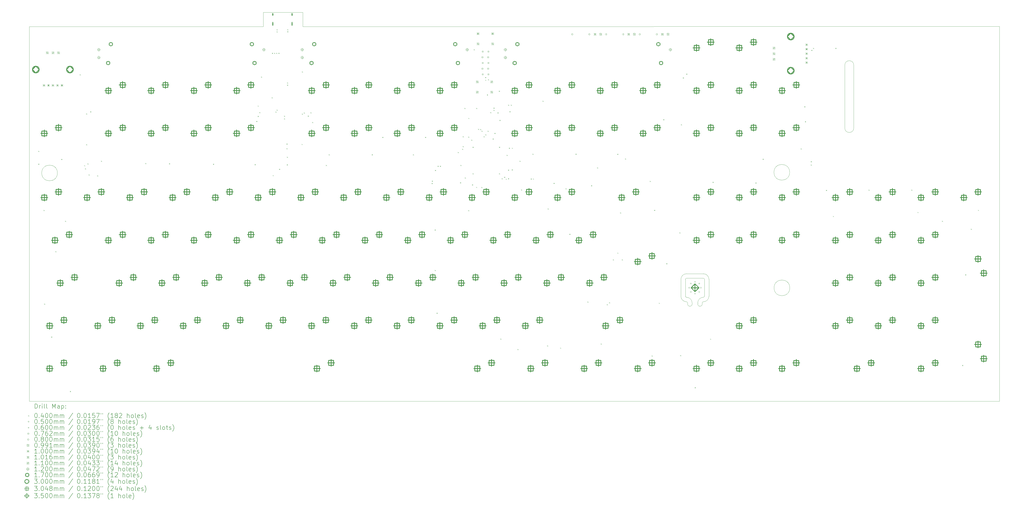
<source format=gbr>
%FSLAX45Y45*%
G04 Gerber Fmt 4.5, Leading zero omitted, Abs format (unit mm)*
G04 Created by KiCad (PCBNEW (6.0.0-rc1-458-g78ff9a857a)) date 2022-12-03 17:04:13*
%MOMM*%
%LPD*%
G01*
G04 APERTURE LIST*
%TA.AperFunction,Profile*%
%ADD10C,0.050000*%
%TD*%
%TA.AperFunction,Profile*%
%ADD11C,0.100000*%
%TD*%
%ADD12C,0.200000*%
%ADD13C,0.040000*%
%ADD14C,0.050000*%
%ADD15C,0.060000*%
%ADD16C,0.076200*%
%ADD17C,0.080000*%
%ADD18C,0.099060*%
%ADD19C,0.100000*%
%ADD20C,0.101600*%
%ADD21C,0.110000*%
%ADD22C,0.120000*%
%ADD23C,0.170000*%
%ADD24C,0.300000*%
%ADD25C,0.304800*%
%ADD26C,0.350000*%
G04 APERTURE END LIST*
D10*
X39800000Y-7500000D02*
G75*
G03*
X39400000Y-7500000I-200000J-1434D01*
G01*
X39400000Y-10300000D02*
G75*
G03*
X39800000Y-10300000I200000J0D01*
G01*
X39800000Y-10300000D02*
X39800000Y-7500000D01*
X39400000Y-7500000D02*
X39400000Y-10300000D01*
X32100000Y-17045000D02*
X32100000Y-17795000D01*
X32400000Y-18095000D02*
G75*
G03*
X32350000Y-18045000I-50000J0D01*
G01*
X33050000Y-18095000D02*
X33050000Y-18145000D01*
X32400000Y-18145000D02*
G75*
G03*
X32600000Y-18145000I100000J0D01*
G01*
X32600000Y-18095000D02*
G75*
G03*
X32350000Y-17845000I-250000J0D01*
G01*
X33150000Y-17045000D02*
G75*
G03*
X33100000Y-16995000I-50000J0D01*
G01*
D11*
X15260320Y-5779000D02*
X46293000Y-5777000D01*
X46293000Y-5777000D02*
X46291500Y-22479000D01*
X46291500Y-22479000D02*
X3073400Y-22479000D01*
X3073400Y-22479000D02*
X3073400Y-5778500D01*
X3073400Y-5778500D02*
X13495020Y-5778500D01*
X13495020Y-5778500D02*
X13495020Y-5143500D01*
X13495020Y-5143500D02*
X15260320Y-5143500D01*
X15260320Y-5143500D02*
X15260320Y-5779000D01*
D10*
X32300000Y-17795000D02*
G75*
G03*
X32350000Y-17845000I50000J0D01*
G01*
X32850000Y-18095000D02*
X32850000Y-18145000D01*
X4330000Y-12305000D02*
G75*
G03*
X4330000Y-12305000I-350000J0D01*
G01*
X33100000Y-17845000D02*
G75*
G03*
X32850000Y-18095000I0J-250000D01*
G01*
X33100000Y-18045000D02*
G75*
G03*
X33050000Y-18095000I0J-50000D01*
G01*
X33350000Y-17045000D02*
X33350000Y-17795000D01*
X36950000Y-17425000D02*
G75*
G03*
X36950000Y-17425000I-350000J0D01*
G01*
X33100000Y-16795000D02*
X32350000Y-16795000D01*
X32350000Y-16795000D02*
G75*
G03*
X32100000Y-17045000I0J-250000D01*
G01*
X32300000Y-17795000D02*
X32300000Y-17045000D01*
X33100000Y-18045000D02*
G75*
G03*
X33350000Y-17795000I0J250000D01*
G01*
X32400000Y-18145000D02*
X32400000Y-18095000D01*
X32600000Y-18145000D02*
X32600000Y-18095000D01*
X33150000Y-17045000D02*
X33150000Y-17795000D01*
X36945000Y-12275000D02*
G75*
G03*
X36945000Y-12275000I-350000J0D01*
G01*
X32100000Y-17795000D02*
G75*
G03*
X32350000Y-18045000I250000J0D01*
G01*
X32850000Y-18145000D02*
G75*
G03*
X33050000Y-18145000I100000J0D01*
G01*
X32350000Y-16995000D02*
G75*
G03*
X32300000Y-17045000I0J-50000D01*
G01*
X33100000Y-17845000D02*
G75*
G03*
X33150000Y-17795000I0J50000D01*
G01*
X32350000Y-16995000D02*
X33100000Y-16995000D01*
X33350000Y-17045000D02*
G75*
G03*
X33100000Y-16795000I-250000J0D01*
G01*
D12*
D13*
X3472500Y-11321100D02*
X3512500Y-11361100D01*
X3512500Y-11321100D02*
X3472500Y-11361100D01*
X3472500Y-11892600D02*
X3512500Y-11932600D01*
X3512500Y-11892600D02*
X3472500Y-11932600D01*
X3715000Y-13953000D02*
X3755000Y-13993000D01*
X3755000Y-13953000D02*
X3715000Y-13993000D01*
X3739200Y-18128300D02*
X3779200Y-18168300D01*
X3779200Y-18128300D02*
X3739200Y-18168300D01*
X4053802Y-19596198D02*
X4093802Y-19636198D01*
X4093802Y-19596198D02*
X4053802Y-19636198D01*
X4234500Y-15791500D02*
X4274500Y-15831500D01*
X4274500Y-15791500D02*
X4234500Y-15831500D01*
X4500000Y-11680000D02*
X4540000Y-11720000D01*
X4540000Y-11680000D02*
X4500000Y-11720000D01*
X4668000Y-14434000D02*
X4708000Y-14474000D01*
X4708000Y-14434000D02*
X4668000Y-14474000D01*
X4884700Y-22024700D02*
X4924700Y-22064700D01*
X4924700Y-22024700D02*
X4884700Y-22064700D01*
X5320000Y-7910000D02*
X5360000Y-7950000D01*
X5360000Y-7910000D02*
X5320000Y-7950000D01*
X5520000Y-11960000D02*
X5560000Y-12000000D01*
X5560000Y-11960000D02*
X5520000Y-12000000D01*
X5560000Y-12100000D02*
X5600000Y-12140000D01*
X5600000Y-12100000D02*
X5560000Y-12140000D01*
X5610000Y-9655000D02*
X5650000Y-9695000D01*
X5650000Y-9655000D02*
X5610000Y-9695000D01*
X5611100Y-11024000D02*
X5651100Y-11064000D01*
X5651100Y-11024000D02*
X5611100Y-11064000D01*
X5670000Y-11880000D02*
X5710000Y-11920000D01*
X5710000Y-11880000D02*
X5670000Y-11920000D01*
X5720000Y-12370000D02*
X5760000Y-12410000D01*
X5760000Y-12370000D02*
X5720000Y-12410000D01*
X5790000Y-9560000D02*
X5830000Y-9600000D01*
X5830000Y-9560000D02*
X5790000Y-9600000D01*
X6100000Y-12410000D02*
X6140000Y-12450000D01*
X6140000Y-12410000D02*
X6100000Y-12450000D01*
X6270000Y-11760000D02*
X6310000Y-11800000D01*
X6310000Y-11760000D02*
X6270000Y-11800000D01*
X8240000Y-11860000D02*
X8280000Y-11900000D01*
X8280000Y-11860000D02*
X8240000Y-11900000D01*
X9301800Y-11875000D02*
X9341800Y-11915000D01*
X9341800Y-11875000D02*
X9301800Y-11915000D01*
X11260000Y-11895000D02*
X11300000Y-11935000D01*
X11300000Y-11895000D02*
X11260000Y-11935000D01*
X13115000Y-11915000D02*
X13155000Y-11955000D01*
X13155000Y-11915000D02*
X13115000Y-11955000D01*
X13188000Y-9987600D02*
X13228000Y-10027600D01*
X13228000Y-9987600D02*
X13188000Y-10027600D01*
X13250000Y-9300000D02*
X13290000Y-9340000D01*
X13290000Y-9300000D02*
X13250000Y-9340000D01*
X13251000Y-9763000D02*
X13291000Y-9803000D01*
X13291000Y-9763000D02*
X13251000Y-9803000D01*
X13320000Y-9594000D02*
X13360000Y-9634000D01*
X13360000Y-9594000D02*
X13320000Y-9634000D01*
X13400000Y-8010000D02*
X13440000Y-8050000D01*
X13440000Y-8010000D02*
X13400000Y-8050000D01*
X13870000Y-8930000D02*
X13910000Y-8970000D01*
X13910000Y-8930000D02*
X13870000Y-8970000D01*
X13883960Y-6949760D02*
X13923960Y-6989760D01*
X13923960Y-6949760D02*
X13883960Y-6989760D01*
X13920000Y-12400000D02*
X13960000Y-12440000D01*
X13960000Y-12400000D02*
X13920000Y-12440000D01*
X13980480Y-6949760D02*
X14020480Y-6989760D01*
X14020480Y-6949760D02*
X13980480Y-6989760D01*
X14038900Y-9568500D02*
X14078900Y-9608500D01*
X14078900Y-9568500D02*
X14038900Y-9608500D01*
X14077000Y-6949760D02*
X14117000Y-6989760D01*
X14117000Y-6949760D02*
X14077000Y-6989760D01*
X14090000Y-9480000D02*
X14130000Y-9520000D01*
X14130000Y-9480000D02*
X14090000Y-9520000D01*
X14094780Y-5902180D02*
X14134780Y-5942180D01*
X14134780Y-5902180D02*
X14094780Y-5942180D01*
X14094780Y-5992180D02*
X14134780Y-6032180D01*
X14134780Y-5992180D02*
X14094780Y-6032180D01*
X14173520Y-6949760D02*
X14213520Y-6989760D01*
X14213520Y-6949760D02*
X14173520Y-6989760D01*
X14200000Y-12120000D02*
X14240000Y-12160000D01*
X14240000Y-12120000D02*
X14200000Y-12160000D01*
X14420000Y-9752750D02*
X14460000Y-9792750D01*
X14460000Y-9752750D02*
X14420000Y-9792750D01*
X14420000Y-9870000D02*
X14460000Y-9910000D01*
X14460000Y-9870000D02*
X14420000Y-9910000D01*
X14530000Y-11200000D02*
X14570000Y-11240000D01*
X14570000Y-11200000D02*
X14530000Y-11240000D01*
X14535000Y-10995000D02*
X14575000Y-11035000D01*
X14575000Y-10995000D02*
X14535000Y-11035000D01*
X14545000Y-11920000D02*
X14585000Y-11960000D01*
X14585000Y-11920000D02*
X14545000Y-11960000D01*
X14550000Y-11583250D02*
X14590000Y-11623250D01*
X14590000Y-11583250D02*
X14550000Y-11623250D01*
X14560000Y-8270000D02*
X14600000Y-8310000D01*
X14600000Y-8270000D02*
X14560000Y-8310000D01*
X14560000Y-8370000D02*
X14600000Y-8410000D01*
X14600000Y-8370000D02*
X14560000Y-8410000D01*
X14564680Y-5901460D02*
X14604680Y-5941460D01*
X14604680Y-5901460D02*
X14564680Y-5941460D01*
X14564680Y-5991460D02*
X14604680Y-6031460D01*
X14604680Y-5991460D02*
X14564680Y-6031460D01*
X15205000Y-11010000D02*
X15245000Y-11050000D01*
X15245000Y-11010000D02*
X15205000Y-11050000D01*
X15220000Y-7780000D02*
X15260000Y-7820000D01*
X15260000Y-7780000D02*
X15220000Y-7820000D01*
X15220000Y-9660000D02*
X15260000Y-9700000D01*
X15260000Y-9660000D02*
X15220000Y-9700000D01*
X15304758Y-9607027D02*
X15344758Y-9647027D01*
X15344758Y-9607027D02*
X15304758Y-9647027D01*
X15483000Y-9749000D02*
X15523000Y-9789000D01*
X15523000Y-9749000D02*
X15483000Y-9789000D01*
X15600000Y-9600000D02*
X15640000Y-9640000D01*
X15640000Y-9600000D02*
X15600000Y-9640000D01*
X15676000Y-10034000D02*
X15716000Y-10074000D01*
X15716000Y-10034000D02*
X15676000Y-10074000D01*
X16285000Y-11943950D02*
X16325000Y-11983950D01*
X16325000Y-11943950D02*
X16285000Y-11983950D01*
X16413000Y-11473000D02*
X16453000Y-11513000D01*
X16453000Y-11473000D02*
X16413000Y-11513000D01*
X18330000Y-11474000D02*
X18370000Y-11514000D01*
X18370000Y-11474000D02*
X18330000Y-11514000D01*
X18801400Y-10698800D02*
X18841400Y-10738800D01*
X18841400Y-10698800D02*
X18801400Y-10738800D01*
X20162000Y-11472000D02*
X20202000Y-11512000D01*
X20202000Y-11472000D02*
X20162000Y-11512000D01*
X20706400Y-10698800D02*
X20746400Y-10738800D01*
X20746400Y-10698800D02*
X20706400Y-10738800D01*
X20998000Y-12749124D02*
X21038000Y-12789124D01*
X21038000Y-12749124D02*
X20998000Y-12789124D01*
X21004699Y-12649398D02*
X21044699Y-12689398D01*
X21044699Y-12649398D02*
X21004699Y-12689398D01*
X21133000Y-14828000D02*
X21173000Y-14868000D01*
X21173000Y-14828000D02*
X21133000Y-14868000D01*
X21136977Y-16629700D02*
X21176977Y-16669700D01*
X21176977Y-16629700D02*
X21136977Y-16669700D01*
X21145000Y-12170050D02*
X21185000Y-12210050D01*
X21185000Y-12170050D02*
X21145000Y-12210050D01*
X21216840Y-18534800D02*
X21256840Y-18574800D01*
X21256840Y-18534800D02*
X21216840Y-18574800D01*
X21265000Y-11983902D02*
X21305000Y-12023902D01*
X21305000Y-11983902D02*
X21265000Y-12023902D01*
X21365000Y-11983903D02*
X21405000Y-12023903D01*
X21405000Y-11983903D02*
X21365000Y-12023903D01*
X22159000Y-11371000D02*
X22199000Y-11411000D01*
X22199000Y-11371000D02*
X22159000Y-11411000D01*
X22262151Y-12720567D02*
X22302151Y-12760567D01*
X22302151Y-12720567D02*
X22262151Y-12760567D01*
X22277719Y-11945000D02*
X22317719Y-11985000D01*
X22317719Y-11945000D02*
X22277719Y-11985000D01*
X22355000Y-11225000D02*
X22395000Y-11265000D01*
X22395000Y-11225000D02*
X22355000Y-11265000D01*
X22382622Y-11107378D02*
X22422622Y-11147378D01*
X22422622Y-11107378D02*
X22382622Y-11147378D01*
X22382800Y-10667150D02*
X22422800Y-10707150D01*
X22422800Y-10667150D02*
X22382800Y-10707150D01*
X22460000Y-9405000D02*
X22500000Y-9445000D01*
X22500000Y-9405000D02*
X22460000Y-9445000D01*
X22474546Y-12505046D02*
X22514546Y-12545046D01*
X22514546Y-12505046D02*
X22474546Y-12545046D01*
X22624100Y-13962700D02*
X22664100Y-14002700D01*
X22664100Y-13962700D02*
X22624100Y-14002700D01*
X22627838Y-10687162D02*
X22667838Y-10727162D01*
X22667838Y-10687162D02*
X22627838Y-10727162D01*
X22630000Y-9849950D02*
X22670000Y-9889950D01*
X22670000Y-9849950D02*
X22630000Y-9889950D01*
X22760338Y-10819662D02*
X22800338Y-10859662D01*
X22800338Y-10819662D02*
X22760338Y-10859662D01*
X22795000Y-12815000D02*
X22835000Y-12855000D01*
X22835000Y-12815000D02*
X22795000Y-12855000D01*
X22824000Y-11138000D02*
X22864000Y-11178000D01*
X22864000Y-11138000D02*
X22824000Y-11178000D01*
X22824000Y-12317000D02*
X22864000Y-12357000D01*
X22864000Y-12317000D02*
X22824000Y-12357000D01*
X22870000Y-6790000D02*
X22910000Y-6830000D01*
X22910000Y-6790000D02*
X22870000Y-6830000D01*
X22978000Y-12924000D02*
X23018000Y-12964000D01*
X23018000Y-12924000D02*
X22978000Y-12964000D01*
X22980000Y-9405000D02*
X23020000Y-9445000D01*
X23020000Y-9405000D02*
X22980000Y-9445000D01*
X23065000Y-10340125D02*
X23105000Y-10380125D01*
X23105000Y-10340125D02*
X23065000Y-10380125D01*
X23160538Y-10349462D02*
X23200538Y-10389462D01*
X23200538Y-10349462D02*
X23160538Y-10389462D01*
X23210000Y-12927650D02*
X23250000Y-12967650D01*
X23250000Y-12927650D02*
X23210000Y-12967650D01*
X23220000Y-10425000D02*
X23260000Y-10465000D01*
X23260000Y-10425000D02*
X23220000Y-10465000D01*
X23315000Y-10670000D02*
X23355000Y-10710000D01*
X23355000Y-10670000D02*
X23315000Y-10710000D01*
X23380000Y-8030000D02*
X23420000Y-8070000D01*
X23420000Y-8030000D02*
X23380000Y-8070000D01*
X23385000Y-8150000D02*
X23425000Y-8190000D01*
X23425000Y-8150000D02*
X23385000Y-8190000D01*
X23390000Y-10585000D02*
X23430000Y-10625000D01*
X23430000Y-10585000D02*
X23390000Y-10625000D01*
X23460000Y-8805000D02*
X23500000Y-8845000D01*
X23500000Y-8805000D02*
X23460000Y-8845000D01*
X23490000Y-10420000D02*
X23530000Y-10460000D01*
X23530000Y-10420000D02*
X23490000Y-10460000D01*
X23504462Y-8129462D02*
X23544462Y-8169462D01*
X23544462Y-8129462D02*
X23504462Y-8169462D01*
X23610000Y-9595000D02*
X23650000Y-9635000D01*
X23650000Y-9595000D02*
X23610000Y-9635000D01*
X23714000Y-10770000D02*
X23754000Y-10810000D01*
X23754000Y-10770000D02*
X23714000Y-10810000D01*
X23755000Y-9395000D02*
X23795000Y-9435000D01*
X23795000Y-9395000D02*
X23755000Y-9435000D01*
X23755000Y-9490000D02*
X23795000Y-9530000D01*
X23795000Y-9490000D02*
X23755000Y-9530000D01*
X23792500Y-10521000D02*
X23832500Y-10561000D01*
X23832500Y-10521000D02*
X23792500Y-10561000D01*
X23932200Y-9606600D02*
X23972200Y-9646600D01*
X23972200Y-9606600D02*
X23932200Y-9646600D01*
X23990000Y-8640000D02*
X24030000Y-8680000D01*
X24030000Y-8640000D02*
X23990000Y-8680000D01*
X24001000Y-11138000D02*
X24041000Y-11178000D01*
X24041000Y-11138000D02*
X24001000Y-11178000D01*
X24001000Y-12317000D02*
X24041000Y-12357000D01*
X24041000Y-12317000D02*
X24001000Y-12357000D01*
X24020000Y-9940000D02*
X24060000Y-9980000D01*
X24060000Y-9940000D02*
X24020000Y-9980000D01*
X24057000Y-19684000D02*
X24097000Y-19724000D01*
X24097000Y-19684000D02*
X24057000Y-19724000D01*
X24120000Y-12540000D02*
X24160000Y-12580000D01*
X24160000Y-12540000D02*
X24120000Y-12580000D01*
X24230002Y-12476836D02*
X24270002Y-12516836D01*
X24270002Y-12476836D02*
X24230002Y-12516836D01*
X24300000Y-12560000D02*
X24340000Y-12600000D01*
X24340000Y-12560000D02*
X24300000Y-12600000D01*
X24340000Y-11500000D02*
X24380000Y-11540000D01*
X24380000Y-11500000D02*
X24340000Y-11540000D01*
X24400000Y-12160000D02*
X24440000Y-12200000D01*
X24440000Y-12160000D02*
X24400000Y-12200000D01*
X24400000Y-12540000D02*
X24440000Y-12580000D01*
X24440000Y-12540000D02*
X24400000Y-12580000D01*
X24405000Y-9265000D02*
X24445000Y-9305000D01*
X24445000Y-9265000D02*
X24405000Y-9305000D01*
X24440200Y-11181400D02*
X24480200Y-11221400D01*
X24480200Y-11181400D02*
X24440200Y-11221400D01*
X24465600Y-9555800D02*
X24505600Y-9595800D01*
X24505600Y-9555800D02*
X24465600Y-9595800D01*
X24525000Y-9265000D02*
X24565000Y-9305000D01*
X24565000Y-9265000D02*
X24525000Y-9305000D01*
X24567200Y-12146600D02*
X24607200Y-12186600D01*
X24607200Y-12146600D02*
X24567200Y-12186600D01*
X24570098Y-11180000D02*
X24610098Y-11220000D01*
X24610098Y-11180000D02*
X24570098Y-11220000D01*
X24820000Y-20152000D02*
X24860000Y-20192000D01*
X24860000Y-20152000D02*
X24820000Y-20192000D01*
X24910050Y-11757550D02*
X24950050Y-11797550D01*
X24950050Y-11757550D02*
X24910050Y-11797550D01*
X24981220Y-13038140D02*
X25021220Y-13078140D01*
X25021220Y-13038140D02*
X24981220Y-13078140D01*
X25411000Y-12552000D02*
X25451000Y-12592000D01*
X25451000Y-12552000D02*
X25411000Y-12592000D01*
X25490000Y-11446000D02*
X25530000Y-11486000D01*
X25530000Y-11446000D02*
X25490000Y-11486000D01*
X25510000Y-12552000D02*
X25550000Y-12592000D01*
X25550000Y-12552000D02*
X25510000Y-12592000D01*
X25938800Y-9085900D02*
X25978800Y-9125900D01*
X25978800Y-9085900D02*
X25938800Y-9125900D01*
X26139000Y-19987000D02*
X26179000Y-20027000D01*
X26179000Y-19987000D02*
X26139000Y-20027000D01*
X26167400Y-13886500D02*
X26207400Y-13926500D01*
X26207400Y-13886500D02*
X26167400Y-13926500D01*
X26427500Y-12746500D02*
X26467500Y-12786500D01*
X26467500Y-12746500D02*
X26427500Y-12786500D01*
X26721000Y-20088000D02*
X26761000Y-20128000D01*
X26761000Y-20088000D02*
X26721000Y-20128000D01*
X26962420Y-12985970D02*
X27002420Y-13025970D01*
X27002420Y-12985970D02*
X26962420Y-13025970D01*
X27132600Y-15016800D02*
X27172600Y-15056800D01*
X27172600Y-15016800D02*
X27132600Y-15056800D01*
X27406000Y-11445000D02*
X27446000Y-11485000D01*
X27446000Y-11445000D02*
X27406000Y-11485000D01*
X27933000Y-18034000D02*
X27973000Y-18074000D01*
X27973000Y-18034000D02*
X27933000Y-18074000D01*
X28100000Y-12850000D02*
X28140000Y-12890000D01*
X28140000Y-12850000D02*
X28100000Y-12890000D01*
X28364500Y-12057700D02*
X28404500Y-12097700D01*
X28404500Y-12057700D02*
X28364500Y-12097700D01*
X28529600Y-19906300D02*
X28569600Y-19946300D01*
X28569600Y-19906300D02*
X28529600Y-19946300D01*
X28800000Y-18150000D02*
X28840000Y-18190000D01*
X28840000Y-18150000D02*
X28800000Y-18190000D01*
X28898000Y-18065000D02*
X28938000Y-18105000D01*
X28938000Y-18065000D02*
X28898000Y-18105000D01*
X29069000Y-16154000D02*
X29109000Y-16194000D01*
X29109000Y-16154000D02*
X29069000Y-16194000D01*
X29262000Y-11451000D02*
X29302000Y-11491000D01*
X29302000Y-11451000D02*
X29262000Y-11491000D01*
X29269000Y-15854000D02*
X29309000Y-15894000D01*
X29309000Y-15854000D02*
X29269000Y-15894000D01*
X29393200Y-14064300D02*
X29433200Y-14104300D01*
X29433200Y-14064300D02*
X29393200Y-14104300D01*
X29469000Y-16154000D02*
X29509000Y-16194000D01*
X29509000Y-16154000D02*
X29469000Y-16194000D01*
X29610000Y-11660000D02*
X29650000Y-11700000D01*
X29650000Y-11660000D02*
X29610000Y-11700000D01*
X30710000Y-12660000D02*
X30750000Y-12700000D01*
X30750000Y-12660000D02*
X30710000Y-12700000D01*
X30797000Y-20441000D02*
X30837000Y-20481000D01*
X30837000Y-20441000D02*
X30797000Y-20481000D01*
X30904500Y-13950000D02*
X30944500Y-13990000D01*
X30944500Y-13950000D02*
X30904500Y-13990000D01*
X31115000Y-18090000D02*
X31155000Y-18130000D01*
X31155000Y-18090000D02*
X31115000Y-18130000D01*
X31310800Y-9911500D02*
X31350800Y-9951500D01*
X31350800Y-9911500D02*
X31310800Y-9951500D01*
X31448000Y-16327000D02*
X31488000Y-16367000D01*
X31488000Y-16327000D02*
X31448000Y-16367000D01*
X32034800Y-14953300D02*
X32074800Y-14993300D01*
X32074800Y-14953300D02*
X32034800Y-14993300D01*
X32066000Y-20420000D02*
X32106000Y-20460000D01*
X32106000Y-20420000D02*
X32066000Y-20460000D01*
X32100840Y-10137460D02*
X32140840Y-10177460D01*
X32140840Y-10137460D02*
X32100840Y-10177460D01*
X32187200Y-8047040D02*
X32227200Y-8087040D01*
X32227200Y-8047040D02*
X32187200Y-8087040D01*
X32339600Y-7879400D02*
X32379600Y-7919400D01*
X32379600Y-7879400D02*
X32339600Y-7919400D01*
X32715250Y-21851750D02*
X32755250Y-21891750D01*
X32755250Y-21851750D02*
X32715250Y-21891750D01*
X33401000Y-19689000D02*
X33441000Y-19729000D01*
X33441000Y-19689000D02*
X33401000Y-19729000D01*
X33510000Y-12700000D02*
X33550000Y-12740000D01*
X33550000Y-12700000D02*
X33510000Y-12740000D01*
X35420000Y-12730000D02*
X35460000Y-12770000D01*
X35460000Y-12730000D02*
X35420000Y-12770000D01*
X35739387Y-11672387D02*
X35779387Y-11712387D01*
X35779387Y-11672387D02*
X35739387Y-11712387D01*
X37434000Y-11211000D02*
X37474000Y-11251000D01*
X37474000Y-11211000D02*
X37434000Y-11251000D01*
X37596000Y-9335000D02*
X37636000Y-9375000D01*
X37636000Y-9335000D02*
X37596000Y-9375000D01*
X37625000Y-9999000D02*
X37665000Y-10039000D01*
X37665000Y-9999000D02*
X37625000Y-10039000D01*
X37882000Y-11782000D02*
X37922000Y-11822000D01*
X37922000Y-11782000D02*
X37882000Y-11822000D01*
X37882000Y-11927000D02*
X37922000Y-11967000D01*
X37922000Y-11927000D02*
X37882000Y-11967000D01*
X37910000Y-6820000D02*
X37950000Y-6860000D01*
X37950000Y-6820000D02*
X37910000Y-6860000D01*
X37985000Y-6730000D02*
X38025000Y-6770000D01*
X38025000Y-6730000D02*
X37985000Y-6770000D01*
X38562600Y-13061000D02*
X38602600Y-13101000D01*
X38602600Y-13061000D02*
X38562600Y-13101000D01*
X38870000Y-14220000D02*
X38910000Y-14260000D01*
X38910000Y-14220000D02*
X38870000Y-14260000D01*
X38980000Y-6730000D02*
X39020000Y-6770000D01*
X39020000Y-6730000D02*
X38980000Y-6770000D01*
X40457340Y-13045860D02*
X40497340Y-13085860D01*
X40497340Y-13045860D02*
X40457340Y-13085860D01*
X42362340Y-13045860D02*
X42402340Y-13085860D01*
X42402340Y-13045860D02*
X42362340Y-13085860D01*
X42639000Y-14043000D02*
X42679000Y-14083000D01*
X42679000Y-14043000D02*
X42639000Y-14083000D01*
X43726000Y-14434000D02*
X43766000Y-14474000D01*
X43766000Y-14434000D02*
X43726000Y-14474000D01*
X44628000Y-20863000D02*
X44668000Y-20903000D01*
X44668000Y-20863000D02*
X44628000Y-20903000D01*
X44763000Y-16821000D02*
X44803000Y-16861000D01*
X44803000Y-16821000D02*
X44763000Y-16861000D01*
X45012000Y-14793000D02*
X45052000Y-14833000D01*
X45052000Y-14793000D02*
X45012000Y-14833000D01*
X45330000Y-13950000D02*
X45370000Y-13990000D01*
X45370000Y-13950000D02*
X45330000Y-13990000D01*
D14*
X32492500Y-17420000D02*
G75*
G03*
X32492500Y-17420000I-25000J0D01*
G01*
X32569384Y-17234385D02*
G75*
G03*
X32569384Y-17234385I-25000J0D01*
G01*
X32569384Y-17605616D02*
G75*
G03*
X32569384Y-17605616I-25000J0D01*
G01*
X32755000Y-17157500D02*
G75*
G03*
X32755000Y-17157500I-25000J0D01*
G01*
X32755000Y-17682500D02*
G75*
G03*
X32755000Y-17682500I-25000J0D01*
G01*
X32940615Y-17234385D02*
G75*
G03*
X32940615Y-17234385I-25000J0D01*
G01*
X32940615Y-17605616D02*
G75*
G03*
X32940615Y-17605616I-25000J0D01*
G01*
X33017500Y-17420000D02*
G75*
G03*
X33017500Y-17420000I-25000J0D01*
G01*
D15*
X13921000Y-5209750D02*
X13921000Y-5269750D01*
X13891000Y-5239750D02*
X13951000Y-5239750D01*
D12*
X13901000Y-5209750D02*
X13901000Y-5269750D01*
X13941000Y-5209750D02*
X13941000Y-5269750D01*
X13901000Y-5269750D02*
G75*
G03*
X13941000Y-5269750I20000J0D01*
G01*
X13941000Y-5209750D02*
G75*
G03*
X13901000Y-5209750I-20000J0D01*
G01*
D15*
X13921000Y-5629750D02*
X13921000Y-5689750D01*
X13891000Y-5659750D02*
X13951000Y-5659750D01*
D12*
X13901000Y-5604750D02*
X13901000Y-5714750D01*
X13941000Y-5604750D02*
X13941000Y-5714750D01*
X13901000Y-5714750D02*
G75*
G03*
X13941000Y-5714750I20000J0D01*
G01*
X13941000Y-5604750D02*
G75*
G03*
X13901000Y-5604750I-20000J0D01*
G01*
D15*
X14781000Y-5209750D02*
X14781000Y-5269750D01*
X14751000Y-5239750D02*
X14811000Y-5239750D01*
D12*
X14761000Y-5209750D02*
X14761000Y-5269750D01*
X14801000Y-5209750D02*
X14801000Y-5269750D01*
X14761000Y-5269750D02*
G75*
G03*
X14801000Y-5269750I20000J0D01*
G01*
X14801000Y-5209750D02*
G75*
G03*
X14761000Y-5209750I-20000J0D01*
G01*
D15*
X14781000Y-5629750D02*
X14781000Y-5689750D01*
X14751000Y-5659750D02*
X14811000Y-5659750D01*
D12*
X14761000Y-5604750D02*
X14761000Y-5714750D01*
X14801000Y-5604750D02*
X14801000Y-5714750D01*
X14761000Y-5714750D02*
G75*
G03*
X14801000Y-5714750I20000J0D01*
G01*
X14801000Y-5604750D02*
G75*
G03*
X14761000Y-5604750I-20000J0D01*
G01*
D16*
X23283591Y-7172941D02*
X23283591Y-7119059D01*
X23229709Y-7119059D01*
X23229709Y-7172941D01*
X23283591Y-7172941D01*
X23283591Y-7680941D02*
X23283591Y-7627059D01*
X23229709Y-7627059D01*
X23229709Y-7680941D01*
X23283591Y-7680941D01*
X23296291Y-6918941D02*
X23296291Y-6865059D01*
X23242409Y-6865059D01*
X23242409Y-6918941D01*
X23296291Y-6918941D01*
X23296291Y-7426941D02*
X23296291Y-7373059D01*
X23242409Y-7373059D01*
X23242409Y-7426941D01*
X23296291Y-7426941D01*
X23296291Y-7934941D02*
X23296291Y-7881059D01*
X23242409Y-7881059D01*
X23242409Y-7934941D01*
X23296291Y-7934941D01*
X23537591Y-7172941D02*
X23537591Y-7119059D01*
X23483709Y-7119059D01*
X23483709Y-7172941D01*
X23537591Y-7172941D01*
X23537591Y-7680941D02*
X23537591Y-7627059D01*
X23483709Y-7627059D01*
X23483709Y-7680941D01*
X23537591Y-7680941D01*
X23550291Y-6918941D02*
X23550291Y-6865059D01*
X23496409Y-6865059D01*
X23496409Y-6918941D01*
X23550291Y-6918941D01*
X23550291Y-7426941D02*
X23550291Y-7373059D01*
X23496409Y-7373059D01*
X23496409Y-7426941D01*
X23550291Y-7426941D01*
X23550291Y-7934941D02*
X23550291Y-7881059D01*
X23496409Y-7881059D01*
X23496409Y-7934941D01*
X23550291Y-7934941D01*
D17*
X27260000Y-6160000D02*
X27300000Y-6120000D01*
X27260000Y-6080000D01*
X27220000Y-6120000D01*
X27260000Y-6160000D01*
X28022000Y-6160000D02*
X28062000Y-6120000D01*
X28022000Y-6080000D01*
X27982000Y-6120000D01*
X28022000Y-6160000D01*
X28760000Y-6160000D02*
X28800000Y-6120000D01*
X28760000Y-6080000D01*
X28720000Y-6120000D01*
X28760000Y-6160000D01*
X29522000Y-6160000D02*
X29562000Y-6120000D01*
X29522000Y-6080000D01*
X29482000Y-6120000D01*
X29522000Y-6160000D01*
X30260000Y-6160000D02*
X30300000Y-6120000D01*
X30260000Y-6080000D01*
X30220000Y-6120000D01*
X30260000Y-6160000D01*
X31022000Y-6160000D02*
X31062000Y-6120000D01*
X31022000Y-6080000D01*
X30982000Y-6120000D01*
X31022000Y-6160000D01*
D18*
X28477470Y-6070470D02*
X28576530Y-6169530D01*
X28576530Y-6070470D02*
X28477470Y-6169530D01*
X28576530Y-6120000D02*
G75*
G03*
X28576530Y-6120000I-49530J0D01*
G01*
X29977470Y-6070470D02*
X30076530Y-6169530D01*
X30076530Y-6070470D02*
X29977470Y-6169530D01*
X30076530Y-6120000D02*
G75*
G03*
X30076530Y-6120000I-49530J0D01*
G01*
X31477470Y-6070470D02*
X31576530Y-6169530D01*
X31576530Y-6070470D02*
X31477470Y-6169530D01*
X31576530Y-6120000D02*
G75*
G03*
X31576530Y-6120000I-49530J0D01*
G01*
D19*
X3677500Y-8345800D02*
X3777500Y-8445800D01*
X3777500Y-8345800D02*
X3677500Y-8445800D01*
X3727500Y-8345800D02*
X3727500Y-8445800D01*
X3677500Y-8395800D02*
X3777500Y-8395800D01*
X3877500Y-8345800D02*
X3977500Y-8445800D01*
X3977500Y-8345800D02*
X3877500Y-8445800D01*
X3927500Y-8345800D02*
X3927500Y-8445800D01*
X3877500Y-8395800D02*
X3977500Y-8395800D01*
X4077500Y-8345800D02*
X4177500Y-8445800D01*
X4177500Y-8345800D02*
X4077500Y-8445800D01*
X4127500Y-8345800D02*
X4127500Y-8445800D01*
X4077500Y-8395800D02*
X4177500Y-8395800D01*
X4277500Y-8345800D02*
X4377500Y-8445800D01*
X4377500Y-8345800D02*
X4277500Y-8445800D01*
X4327500Y-8345800D02*
X4327500Y-8445800D01*
X4277500Y-8395800D02*
X4377500Y-8395800D01*
X4477500Y-8345800D02*
X4577500Y-8445800D01*
X4577500Y-8345800D02*
X4477500Y-8445800D01*
X4527500Y-8345800D02*
X4527500Y-8445800D01*
X4477500Y-8395800D02*
X4577500Y-8395800D01*
X37644700Y-6535000D02*
X37744700Y-6635000D01*
X37744700Y-6535000D02*
X37644700Y-6635000D01*
X37694700Y-6535000D02*
X37694700Y-6635000D01*
X37644700Y-6585000D02*
X37744700Y-6585000D01*
X37644700Y-6735000D02*
X37744700Y-6835000D01*
X37744700Y-6735000D02*
X37644700Y-6835000D01*
X37694700Y-6735000D02*
X37694700Y-6835000D01*
X37644700Y-6785000D02*
X37744700Y-6785000D01*
X37644700Y-6935000D02*
X37744700Y-7035000D01*
X37744700Y-6935000D02*
X37644700Y-7035000D01*
X37694700Y-6935000D02*
X37694700Y-7035000D01*
X37644700Y-6985000D02*
X37744700Y-6985000D01*
X37644700Y-7135000D02*
X37744700Y-7235000D01*
X37744700Y-7135000D02*
X37644700Y-7235000D01*
X37694700Y-7135000D02*
X37694700Y-7235000D01*
X37644700Y-7185000D02*
X37744700Y-7185000D01*
X37644700Y-7335000D02*
X37744700Y-7435000D01*
X37744700Y-7335000D02*
X37644700Y-7435000D01*
X37694700Y-7335000D02*
X37694700Y-7435000D01*
X37644700Y-7385000D02*
X37744700Y-7385000D01*
D20*
X28222200Y-6069200D02*
X28323800Y-6170800D01*
X28323800Y-6069200D02*
X28222200Y-6170800D01*
X28308921Y-6155921D02*
X28308921Y-6084079D01*
X28237079Y-6084079D01*
X28237079Y-6155921D01*
X28308921Y-6155921D01*
X29722200Y-6069200D02*
X29823800Y-6170800D01*
X29823800Y-6069200D02*
X29722200Y-6170800D01*
X29808921Y-6155921D02*
X29808921Y-6084079D01*
X29737079Y-6084079D01*
X29737079Y-6155921D01*
X29808921Y-6155921D01*
X31222200Y-6069200D02*
X31323800Y-6170800D01*
X31323800Y-6069200D02*
X31222200Y-6170800D01*
X31308921Y-6155921D02*
X31308921Y-6084079D01*
X31237079Y-6084079D01*
X31237079Y-6155921D01*
X31308921Y-6155921D01*
D21*
X3822500Y-6890800D02*
X3932500Y-7000800D01*
X3932500Y-6890800D02*
X3822500Y-7000800D01*
X3877500Y-7000800D02*
X3932500Y-6945800D01*
X3877500Y-6890800D01*
X3822500Y-6945800D01*
X3877500Y-7000800D01*
X4072500Y-6890800D02*
X4182500Y-7000800D01*
X4182500Y-6890800D02*
X4072500Y-7000800D01*
X4127500Y-7000800D02*
X4182500Y-6945800D01*
X4127500Y-6890800D01*
X4072500Y-6945800D01*
X4127500Y-7000800D01*
X4322500Y-6890800D02*
X4432500Y-7000800D01*
X4432500Y-6890800D02*
X4322500Y-7000800D01*
X4377500Y-7000800D02*
X4432500Y-6945800D01*
X4377500Y-6890800D01*
X4322500Y-6945800D01*
X4377500Y-7000800D01*
X22970000Y-8190000D02*
X23080000Y-8300000D01*
X23080000Y-8190000D02*
X22970000Y-8300000D01*
X23025000Y-8300000D02*
X23080000Y-8245000D01*
X23025000Y-8190000D01*
X22970000Y-8245000D01*
X23025000Y-8300000D01*
X22970000Y-8640000D02*
X23080000Y-8750000D01*
X23080000Y-8640000D02*
X22970000Y-8750000D01*
X23025000Y-8750000D02*
X23080000Y-8695000D01*
X23025000Y-8640000D01*
X22970000Y-8695000D01*
X23025000Y-8750000D01*
X23010000Y-6040000D02*
X23120000Y-6150000D01*
X23120000Y-6040000D02*
X23010000Y-6150000D01*
X23065000Y-6150000D02*
X23120000Y-6095000D01*
X23065000Y-6040000D01*
X23010000Y-6095000D01*
X23065000Y-6150000D01*
X23010000Y-6490000D02*
X23120000Y-6600000D01*
X23120000Y-6490000D02*
X23010000Y-6600000D01*
X23065000Y-6600000D02*
X23120000Y-6545000D01*
X23065000Y-6490000D01*
X23010000Y-6545000D01*
X23065000Y-6600000D01*
X23620000Y-8190000D02*
X23730000Y-8300000D01*
X23730000Y-8190000D02*
X23620000Y-8300000D01*
X23675000Y-8300000D02*
X23730000Y-8245000D01*
X23675000Y-8190000D01*
X23620000Y-8245000D01*
X23675000Y-8300000D01*
X23620000Y-8640000D02*
X23730000Y-8750000D01*
X23730000Y-8640000D02*
X23620000Y-8750000D01*
X23675000Y-8750000D02*
X23730000Y-8695000D01*
X23675000Y-8640000D01*
X23620000Y-8695000D01*
X23675000Y-8750000D01*
X23660000Y-6040000D02*
X23770000Y-6150000D01*
X23770000Y-6040000D02*
X23660000Y-6150000D01*
X23715000Y-6150000D02*
X23770000Y-6095000D01*
X23715000Y-6040000D01*
X23660000Y-6095000D01*
X23715000Y-6150000D01*
X23660000Y-6490000D02*
X23770000Y-6600000D01*
X23770000Y-6490000D02*
X23660000Y-6600000D01*
X23715000Y-6600000D02*
X23770000Y-6545000D01*
X23715000Y-6490000D01*
X23660000Y-6545000D01*
X23715000Y-6600000D01*
X36189700Y-6680000D02*
X36299700Y-6790000D01*
X36299700Y-6680000D02*
X36189700Y-6790000D01*
X36244700Y-6790000D02*
X36299700Y-6735000D01*
X36244700Y-6680000D01*
X36189700Y-6735000D01*
X36244700Y-6790000D01*
X36189700Y-6930000D02*
X36299700Y-7040000D01*
X36299700Y-6930000D02*
X36189700Y-7040000D01*
X36244700Y-7040000D02*
X36299700Y-6985000D01*
X36244700Y-6930000D01*
X36189700Y-6985000D01*
X36244700Y-7040000D01*
X36189700Y-7180000D02*
X36299700Y-7290000D01*
X36299700Y-7180000D02*
X36189700Y-7290000D01*
X36244700Y-7290000D02*
X36299700Y-7235000D01*
X36244700Y-7180000D01*
X36189700Y-7235000D01*
X36244700Y-7290000D01*
D22*
X6174625Y-6750000D02*
X6174625Y-6870000D01*
X6114625Y-6810000D02*
X6234625Y-6810000D01*
X6234625Y-6810000D02*
G75*
G03*
X6234625Y-6810000I-60000J0D01*
G01*
X6174625Y-7100000D02*
X6174625Y-7220000D01*
X6114625Y-7160000D02*
X6234625Y-7160000D01*
X6234625Y-7160000D02*
G75*
G03*
X6234625Y-7160000I-60000J0D01*
G01*
X13524625Y-6750000D02*
X13524625Y-6870000D01*
X13464625Y-6810000D02*
X13584625Y-6810000D01*
X13584625Y-6810000D02*
G75*
G03*
X13584625Y-6810000I-60000J0D01*
G01*
X15232900Y-6750000D02*
X15232900Y-6870000D01*
X15172900Y-6810000D02*
X15292900Y-6810000D01*
X15292900Y-6810000D02*
G75*
G03*
X15292900Y-6810000I-60000J0D01*
G01*
X15232900Y-7100000D02*
X15232900Y-7220000D01*
X15172900Y-7160000D02*
X15292900Y-7160000D01*
X15292900Y-7160000D02*
G75*
G03*
X15292900Y-7160000I-60000J0D01*
G01*
X22582900Y-6750000D02*
X22582900Y-6870000D01*
X22522900Y-6810000D02*
X22642900Y-6810000D01*
X22642900Y-6810000D02*
G75*
G03*
X22642900Y-6810000I-60000J0D01*
G01*
X24281650Y-6750000D02*
X24281650Y-6870000D01*
X24221650Y-6810000D02*
X24341650Y-6810000D01*
X24341650Y-6810000D02*
G75*
G03*
X24341650Y-6810000I-60000J0D01*
G01*
X24281650Y-7100000D02*
X24281650Y-7220000D01*
X24221650Y-7160000D02*
X24341650Y-7160000D01*
X24341650Y-7160000D02*
G75*
G03*
X24341650Y-7160000I-60000J0D01*
G01*
X31631650Y-6750000D02*
X31631650Y-6870000D01*
X31571650Y-6810000D02*
X31691650Y-6810000D01*
X31691650Y-6810000D02*
G75*
G03*
X31691650Y-6810000I-60000J0D01*
G01*
D23*
X6649730Y-7465105D02*
X6649730Y-7344895D01*
X6529520Y-7344895D01*
X6529520Y-7465105D01*
X6649730Y-7465105D01*
X6674625Y-7405000D02*
G75*
G03*
X6674625Y-7405000I-85000J0D01*
G01*
X6769730Y-6625105D02*
X6769730Y-6504895D01*
X6649520Y-6504895D01*
X6649520Y-6625105D01*
X6769730Y-6625105D01*
X6794625Y-6565000D02*
G75*
G03*
X6794625Y-6565000I-85000J0D01*
G01*
X13049730Y-6625105D02*
X13049730Y-6504895D01*
X12929520Y-6504895D01*
X12929520Y-6625105D01*
X13049730Y-6625105D01*
X13074625Y-6565000D02*
G75*
G03*
X13074625Y-6565000I-85000J0D01*
G01*
X13169730Y-7465105D02*
X13169730Y-7344895D01*
X13049520Y-7344895D01*
X13049520Y-7465105D01*
X13169730Y-7465105D01*
X13194625Y-7405000D02*
G75*
G03*
X13194625Y-7405000I-85000J0D01*
G01*
X15708005Y-7465105D02*
X15708005Y-7344895D01*
X15587795Y-7344895D01*
X15587795Y-7465105D01*
X15708005Y-7465105D01*
X15732900Y-7405000D02*
G75*
G03*
X15732900Y-7405000I-85000J0D01*
G01*
X15828005Y-6625105D02*
X15828005Y-6504895D01*
X15707795Y-6504895D01*
X15707795Y-6625105D01*
X15828005Y-6625105D01*
X15852900Y-6565000D02*
G75*
G03*
X15852900Y-6565000I-85000J0D01*
G01*
X22108005Y-6625105D02*
X22108005Y-6504895D01*
X21987795Y-6504895D01*
X21987795Y-6625105D01*
X22108005Y-6625105D01*
X22132900Y-6565000D02*
G75*
G03*
X22132900Y-6565000I-85000J0D01*
G01*
X22228005Y-7465105D02*
X22228005Y-7344895D01*
X22107795Y-7344895D01*
X22107795Y-7465105D01*
X22228005Y-7465105D01*
X22252900Y-7405000D02*
G75*
G03*
X22252900Y-7405000I-85000J0D01*
G01*
X24756755Y-7465105D02*
X24756755Y-7344895D01*
X24636545Y-7344895D01*
X24636545Y-7465105D01*
X24756755Y-7465105D01*
X24781650Y-7405000D02*
G75*
G03*
X24781650Y-7405000I-85000J0D01*
G01*
X24876755Y-6625105D02*
X24876755Y-6504895D01*
X24756545Y-6504895D01*
X24756545Y-6625105D01*
X24876755Y-6625105D01*
X24901650Y-6565000D02*
G75*
G03*
X24901650Y-6565000I-85000J0D01*
G01*
X31156755Y-6625105D02*
X31156755Y-6504895D01*
X31036545Y-6504895D01*
X31036545Y-6625105D01*
X31156755Y-6625105D01*
X31181650Y-6565000D02*
G75*
G03*
X31181650Y-6565000I-85000J0D01*
G01*
X31276755Y-7465105D02*
X31276755Y-7344895D01*
X31156545Y-7344895D01*
X31156545Y-7465105D01*
X31276755Y-7465105D01*
X31301650Y-7405000D02*
G75*
G03*
X31301650Y-7405000I-85000J0D01*
G01*
D24*
X3367500Y-7845800D02*
X3517500Y-7695800D01*
X3367500Y-7545800D01*
X3217500Y-7695800D01*
X3367500Y-7845800D01*
X3517500Y-7695800D02*
G75*
G03*
X3517500Y-7695800I-150000J0D01*
G01*
X4887500Y-7845800D02*
X5037500Y-7695800D01*
X4887500Y-7545800D01*
X4737500Y-7695800D01*
X4887500Y-7845800D01*
X5037500Y-7695800D02*
G75*
G03*
X5037500Y-7695800I-150000J0D01*
G01*
X36994700Y-6375000D02*
X37144700Y-6225000D01*
X36994700Y-6075000D01*
X36844700Y-6225000D01*
X36994700Y-6375000D01*
X37144700Y-6225000D02*
G75*
G03*
X37144700Y-6225000I-150000J0D01*
G01*
X36994700Y-7895000D02*
X37144700Y-7745000D01*
X36994700Y-7595000D01*
X36844700Y-7745000D01*
X36994700Y-7895000D01*
X37144700Y-7745000D02*
G75*
G03*
X37144700Y-7745000I-150000J0D01*
G01*
D25*
X3743325Y-10391775D02*
X3743325Y-10696575D01*
X3590925Y-10544175D02*
X3895725Y-10544175D01*
X3851089Y-10651939D02*
X3851089Y-10436411D01*
X3635561Y-10436411D01*
X3635561Y-10651939D01*
X3851089Y-10651939D01*
X3743325Y-13249275D02*
X3743325Y-13554075D01*
X3590925Y-13401675D02*
X3895725Y-13401675D01*
X3851089Y-13509439D02*
X3851089Y-13293911D01*
X3635561Y-13293911D01*
X3635561Y-13509439D01*
X3851089Y-13509439D01*
X3981450Y-18964275D02*
X3981450Y-19269075D01*
X3829050Y-19116675D02*
X4133850Y-19116675D01*
X4089214Y-19224439D02*
X4089214Y-19008911D01*
X3873686Y-19008911D01*
X3873686Y-19224439D01*
X4089214Y-19224439D01*
X3981450Y-20869275D02*
X3981450Y-21174075D01*
X3829050Y-21021675D02*
X4133850Y-21021675D01*
X4089214Y-21129439D02*
X4089214Y-20913911D01*
X3873686Y-20913911D01*
X3873686Y-21129439D01*
X4089214Y-21129439D01*
X4219575Y-15154275D02*
X4219575Y-15459075D01*
X4067175Y-15306675D02*
X4371975Y-15306675D01*
X4327339Y-15414439D02*
X4327339Y-15198911D01*
X4111811Y-15198911D01*
X4111811Y-15414439D01*
X4327339Y-15414439D01*
X4378325Y-10137775D02*
X4378325Y-10442575D01*
X4225925Y-10290175D02*
X4530725Y-10290175D01*
X4486089Y-10397939D02*
X4486089Y-10182411D01*
X4270561Y-10182411D01*
X4270561Y-10397939D01*
X4486089Y-10397939D01*
X4378325Y-12995275D02*
X4378325Y-13300075D01*
X4225925Y-13147675D02*
X4530725Y-13147675D01*
X4486089Y-13255439D02*
X4486089Y-13039911D01*
X4270561Y-13039911D01*
X4270561Y-13255439D01*
X4486089Y-13255439D01*
X4457700Y-17059275D02*
X4457700Y-17364075D01*
X4305300Y-17211675D02*
X4610100Y-17211675D01*
X4565464Y-17319439D02*
X4565464Y-17103911D01*
X4349936Y-17103911D01*
X4349936Y-17319439D01*
X4565464Y-17319439D01*
X4616450Y-18710275D02*
X4616450Y-19015075D01*
X4464050Y-18862675D02*
X4768850Y-18862675D01*
X4724214Y-18970439D02*
X4724214Y-18754911D01*
X4508686Y-18754911D01*
X4508686Y-18970439D01*
X4724214Y-18970439D01*
X4616450Y-20615275D02*
X4616450Y-20920075D01*
X4464050Y-20767675D02*
X4768850Y-20767675D01*
X4724214Y-20875439D02*
X4724214Y-20659911D01*
X4508686Y-20659911D01*
X4508686Y-20875439D01*
X4724214Y-20875439D01*
X4854575Y-14900275D02*
X4854575Y-15205075D01*
X4702175Y-15052675D02*
X5006975Y-15052675D01*
X4962339Y-15160439D02*
X4962339Y-14944911D01*
X4746811Y-14944911D01*
X4746811Y-15160439D01*
X4962339Y-15160439D01*
X5092700Y-16805275D02*
X5092700Y-17110075D01*
X4940300Y-16957675D02*
X5245100Y-16957675D01*
X5200464Y-17065439D02*
X5200464Y-16849911D01*
X4984936Y-16849911D01*
X4984936Y-17065439D01*
X5200464Y-17065439D01*
X5648325Y-13249275D02*
X5648325Y-13554075D01*
X5495925Y-13401675D02*
X5800725Y-13401675D01*
X5756089Y-13509439D02*
X5756089Y-13293911D01*
X5540561Y-13293911D01*
X5540561Y-13509439D01*
X5756089Y-13509439D01*
X6124575Y-18964275D02*
X6124575Y-19269075D01*
X5972175Y-19116675D02*
X6276975Y-19116675D01*
X6232339Y-19224439D02*
X6232339Y-19008911D01*
X6016811Y-19008911D01*
X6016811Y-19224439D01*
X6232339Y-19224439D01*
X6283325Y-12995275D02*
X6283325Y-13300075D01*
X6130925Y-13147675D02*
X6435725Y-13147675D01*
X6391089Y-13255439D02*
X6391089Y-13039911D01*
X6175561Y-13039911D01*
X6175561Y-13255439D01*
X6391089Y-13255439D01*
X6362700Y-20869275D02*
X6362700Y-21174075D01*
X6210300Y-21021675D02*
X6515100Y-21021675D01*
X6470464Y-21129439D02*
X6470464Y-20913911D01*
X6254936Y-20913911D01*
X6254936Y-21129439D01*
X6470464Y-21129439D01*
X6600825Y-8486775D02*
X6600825Y-8791575D01*
X6448425Y-8639175D02*
X6753225Y-8639175D01*
X6708589Y-8746939D02*
X6708589Y-8531411D01*
X6493061Y-8531411D01*
X6493061Y-8746939D01*
X6708589Y-8746939D01*
X6600825Y-10391775D02*
X6600825Y-10696575D01*
X6448425Y-10544175D02*
X6753225Y-10544175D01*
X6708589Y-10651939D02*
X6708589Y-10436411D01*
X6493061Y-10436411D01*
X6493061Y-10651939D01*
X6708589Y-10651939D01*
X6600825Y-15154275D02*
X6600825Y-15459075D01*
X6448425Y-15306675D02*
X6753225Y-15306675D01*
X6708589Y-15414439D02*
X6708589Y-15198911D01*
X6493061Y-15198911D01*
X6493061Y-15414439D01*
X6708589Y-15414439D01*
X6759575Y-18710275D02*
X6759575Y-19015075D01*
X6607175Y-18862675D02*
X6911975Y-18862675D01*
X6867339Y-18970439D02*
X6867339Y-18754911D01*
X6651811Y-18754911D01*
X6651811Y-18970439D01*
X6867339Y-18970439D01*
X6997700Y-20615275D02*
X6997700Y-20920075D01*
X6845300Y-20767675D02*
X7150100Y-20767675D01*
X7105464Y-20875439D02*
X7105464Y-20659911D01*
X6889936Y-20659911D01*
X6889936Y-20875439D01*
X7105464Y-20875439D01*
X7077075Y-17059275D02*
X7077075Y-17364075D01*
X6924675Y-17211675D02*
X7229475Y-17211675D01*
X7184839Y-17319439D02*
X7184839Y-17103911D01*
X6969311Y-17103911D01*
X6969311Y-17319439D01*
X7184839Y-17319439D01*
X7235825Y-8232775D02*
X7235825Y-8537575D01*
X7083425Y-8385175D02*
X7388225Y-8385175D01*
X7343589Y-8492939D02*
X7343589Y-8277411D01*
X7128061Y-8277411D01*
X7128061Y-8492939D01*
X7343589Y-8492939D01*
X7235825Y-10137775D02*
X7235825Y-10442575D01*
X7083425Y-10290175D02*
X7388225Y-10290175D01*
X7343589Y-10397939D02*
X7343589Y-10182411D01*
X7128061Y-10182411D01*
X7128061Y-10397939D01*
X7343589Y-10397939D01*
X7235825Y-14900275D02*
X7235825Y-15205075D01*
X7083425Y-15052675D02*
X7388225Y-15052675D01*
X7343589Y-15160439D02*
X7343589Y-14944911D01*
X7128061Y-14944911D01*
X7128061Y-15160439D01*
X7343589Y-15160439D01*
X7553325Y-13249275D02*
X7553325Y-13554075D01*
X7400925Y-13401675D02*
X7705725Y-13401675D01*
X7661089Y-13509439D02*
X7661089Y-13293911D01*
X7445561Y-13293911D01*
X7445561Y-13509439D01*
X7661089Y-13509439D01*
X7712075Y-16805275D02*
X7712075Y-17110075D01*
X7559675Y-16957675D02*
X7864475Y-16957675D01*
X7819839Y-17065439D02*
X7819839Y-16849911D01*
X7604311Y-16849911D01*
X7604311Y-17065439D01*
X7819839Y-17065439D01*
X8029575Y-18964275D02*
X8029575Y-19269075D01*
X7877175Y-19116675D02*
X8181975Y-19116675D01*
X8137339Y-19224439D02*
X8137339Y-19008911D01*
X7921811Y-19008911D01*
X7921811Y-19224439D01*
X8137339Y-19224439D01*
X8188325Y-12995275D02*
X8188325Y-13300075D01*
X8035925Y-13147675D02*
X8340725Y-13147675D01*
X8296089Y-13255439D02*
X8296089Y-13039911D01*
X8080561Y-13039911D01*
X8080561Y-13255439D01*
X8296089Y-13255439D01*
X8505825Y-8486775D02*
X8505825Y-8791575D01*
X8353425Y-8639175D02*
X8658225Y-8639175D01*
X8613589Y-8746939D02*
X8613589Y-8531411D01*
X8398061Y-8531411D01*
X8398061Y-8746939D01*
X8613589Y-8746939D01*
X8505825Y-10391775D02*
X8505825Y-10696575D01*
X8353425Y-10544175D02*
X8658225Y-10544175D01*
X8613589Y-10651939D02*
X8613589Y-10436411D01*
X8398061Y-10436411D01*
X8398061Y-10651939D01*
X8613589Y-10651939D01*
X8505825Y-15154275D02*
X8505825Y-15459075D01*
X8353425Y-15306675D02*
X8658225Y-15306675D01*
X8613589Y-15414439D02*
X8613589Y-15198911D01*
X8398061Y-15198911D01*
X8398061Y-15414439D01*
X8613589Y-15414439D01*
X8664575Y-18710275D02*
X8664575Y-19015075D01*
X8512175Y-18862675D02*
X8816975Y-18862675D01*
X8772339Y-18970439D02*
X8772339Y-18754911D01*
X8556811Y-18754911D01*
X8556811Y-18970439D01*
X8772339Y-18970439D01*
X8743950Y-20869275D02*
X8743950Y-21174075D01*
X8591550Y-21021675D02*
X8896350Y-21021675D01*
X8851714Y-21129439D02*
X8851714Y-20913911D01*
X8636186Y-20913911D01*
X8636186Y-21129439D01*
X8851714Y-21129439D01*
X8982075Y-17059275D02*
X8982075Y-17364075D01*
X8829675Y-17211675D02*
X9134475Y-17211675D01*
X9089839Y-17319439D02*
X9089839Y-17103911D01*
X8874311Y-17103911D01*
X8874311Y-17319439D01*
X9089839Y-17319439D01*
X9140825Y-8232775D02*
X9140825Y-8537575D01*
X8988425Y-8385175D02*
X9293225Y-8385175D01*
X9248589Y-8492939D02*
X9248589Y-8277411D01*
X9033061Y-8277411D01*
X9033061Y-8492939D01*
X9248589Y-8492939D01*
X9140825Y-10137775D02*
X9140825Y-10442575D01*
X8988425Y-10290175D02*
X9293225Y-10290175D01*
X9248589Y-10397939D02*
X9248589Y-10182411D01*
X9033061Y-10182411D01*
X9033061Y-10397939D01*
X9248589Y-10397939D01*
X9140825Y-14900275D02*
X9140825Y-15205075D01*
X8988425Y-15052675D02*
X9293225Y-15052675D01*
X9248589Y-15160439D02*
X9248589Y-14944911D01*
X9033061Y-14944911D01*
X9033061Y-15160439D01*
X9248589Y-15160439D01*
X9378950Y-20615275D02*
X9378950Y-20920075D01*
X9226550Y-20767675D02*
X9531350Y-20767675D01*
X9486714Y-20875439D02*
X9486714Y-20659911D01*
X9271186Y-20659911D01*
X9271186Y-20875439D01*
X9486714Y-20875439D01*
X9458325Y-13249275D02*
X9458325Y-13554075D01*
X9305925Y-13401675D02*
X9610725Y-13401675D01*
X9566089Y-13509439D02*
X9566089Y-13293911D01*
X9350561Y-13293911D01*
X9350561Y-13509439D01*
X9566089Y-13509439D01*
X9617075Y-16805275D02*
X9617075Y-17110075D01*
X9464675Y-16957675D02*
X9769475Y-16957675D01*
X9724839Y-17065439D02*
X9724839Y-16849911D01*
X9509311Y-16849911D01*
X9509311Y-17065439D01*
X9724839Y-17065439D01*
X9934575Y-18964275D02*
X9934575Y-19269075D01*
X9782175Y-19116675D02*
X10086975Y-19116675D01*
X10042339Y-19224439D02*
X10042339Y-19008911D01*
X9826811Y-19008911D01*
X9826811Y-19224439D01*
X10042339Y-19224439D01*
X10093325Y-12995275D02*
X10093325Y-13300075D01*
X9940925Y-13147675D02*
X10245725Y-13147675D01*
X10201089Y-13255439D02*
X10201089Y-13039911D01*
X9985561Y-13039911D01*
X9985561Y-13255439D01*
X10201089Y-13255439D01*
X10410825Y-8486775D02*
X10410825Y-8791575D01*
X10258425Y-8639175D02*
X10563225Y-8639175D01*
X10518589Y-8746939D02*
X10518589Y-8531411D01*
X10303061Y-8531411D01*
X10303061Y-8746939D01*
X10518589Y-8746939D01*
X10410825Y-10391775D02*
X10410825Y-10696575D01*
X10258425Y-10544175D02*
X10563225Y-10544175D01*
X10518589Y-10651939D02*
X10518589Y-10436411D01*
X10303061Y-10436411D01*
X10303061Y-10651939D01*
X10518589Y-10651939D01*
X10410825Y-15154275D02*
X10410825Y-15459075D01*
X10258425Y-15306675D02*
X10563225Y-15306675D01*
X10518589Y-15414439D02*
X10518589Y-15198911D01*
X10303061Y-15198911D01*
X10303061Y-15414439D01*
X10518589Y-15414439D01*
X10569575Y-18710275D02*
X10569575Y-19015075D01*
X10417175Y-18862675D02*
X10721975Y-18862675D01*
X10677339Y-18970439D02*
X10677339Y-18754911D01*
X10461811Y-18754911D01*
X10461811Y-18970439D01*
X10677339Y-18970439D01*
X10887075Y-17059275D02*
X10887075Y-17364075D01*
X10734675Y-17211675D02*
X11039475Y-17211675D01*
X10994839Y-17319439D02*
X10994839Y-17103911D01*
X10779311Y-17103911D01*
X10779311Y-17319439D01*
X10994839Y-17319439D01*
X11045825Y-8232775D02*
X11045825Y-8537575D01*
X10893425Y-8385175D02*
X11198225Y-8385175D01*
X11153589Y-8492939D02*
X11153589Y-8277411D01*
X10938061Y-8277411D01*
X10938061Y-8492939D01*
X11153589Y-8492939D01*
X11045825Y-10137775D02*
X11045825Y-10442575D01*
X10893425Y-10290175D02*
X11198225Y-10290175D01*
X11153589Y-10397939D02*
X11153589Y-10182411D01*
X10938061Y-10182411D01*
X10938061Y-10397939D01*
X11153589Y-10397939D01*
X11045825Y-14900275D02*
X11045825Y-15205075D01*
X10893425Y-15052675D02*
X11198225Y-15052675D01*
X11153589Y-15160439D02*
X11153589Y-14944911D01*
X10938061Y-14944911D01*
X10938061Y-15160439D01*
X11153589Y-15160439D01*
X11363325Y-13249275D02*
X11363325Y-13554075D01*
X11210925Y-13401675D02*
X11515725Y-13401675D01*
X11471089Y-13509439D02*
X11471089Y-13293911D01*
X11255561Y-13293911D01*
X11255561Y-13509439D01*
X11471089Y-13509439D01*
X11522075Y-16805275D02*
X11522075Y-17110075D01*
X11369675Y-16957675D02*
X11674475Y-16957675D01*
X11629839Y-17065439D02*
X11629839Y-16849911D01*
X11414311Y-16849911D01*
X11414311Y-17065439D01*
X11629839Y-17065439D01*
X11839575Y-18964275D02*
X11839575Y-19269075D01*
X11687175Y-19116675D02*
X11991975Y-19116675D01*
X11947339Y-19224439D02*
X11947339Y-19008911D01*
X11731811Y-19008911D01*
X11731811Y-19224439D01*
X11947339Y-19224439D01*
X11998325Y-12995275D02*
X11998325Y-13300075D01*
X11845925Y-13147675D02*
X12150725Y-13147675D01*
X12106089Y-13255439D02*
X12106089Y-13039911D01*
X11890561Y-13039911D01*
X11890561Y-13255439D01*
X12106089Y-13255439D01*
X12315825Y-8486775D02*
X12315825Y-8791575D01*
X12163425Y-8639175D02*
X12468225Y-8639175D01*
X12423589Y-8746939D02*
X12423589Y-8531411D01*
X12208061Y-8531411D01*
X12208061Y-8746939D01*
X12423589Y-8746939D01*
X12315825Y-15154275D02*
X12315825Y-15459075D01*
X12163425Y-15306675D02*
X12468225Y-15306675D01*
X12423589Y-15414439D02*
X12423589Y-15198911D01*
X12208061Y-15198911D01*
X12208061Y-15414439D01*
X12423589Y-15414439D01*
X12316000Y-10391600D02*
X12316000Y-10696400D01*
X12163600Y-10544000D02*
X12468400Y-10544000D01*
X12423764Y-10651764D02*
X12423764Y-10436236D01*
X12208236Y-10436236D01*
X12208236Y-10651764D01*
X12423764Y-10651764D01*
X12474575Y-18710275D02*
X12474575Y-19015075D01*
X12322175Y-18862675D02*
X12626975Y-18862675D01*
X12582339Y-18970439D02*
X12582339Y-18754911D01*
X12366811Y-18754911D01*
X12366811Y-18970439D01*
X12582339Y-18970439D01*
X12792075Y-17059275D02*
X12792075Y-17364075D01*
X12639675Y-17211675D02*
X12944475Y-17211675D01*
X12899839Y-17319439D02*
X12899839Y-17103911D01*
X12684311Y-17103911D01*
X12684311Y-17319439D01*
X12899839Y-17319439D01*
X12950825Y-8232775D02*
X12950825Y-8537575D01*
X12798425Y-8385175D02*
X13103225Y-8385175D01*
X13058589Y-8492939D02*
X13058589Y-8277411D01*
X12843061Y-8277411D01*
X12843061Y-8492939D01*
X13058589Y-8492939D01*
X12950825Y-14900275D02*
X12950825Y-15205075D01*
X12798425Y-15052675D02*
X13103225Y-15052675D01*
X13058589Y-15160439D02*
X13058589Y-14944911D01*
X12843061Y-14944911D01*
X12843061Y-15160439D01*
X13058589Y-15160439D01*
X12951000Y-10137600D02*
X12951000Y-10442400D01*
X12798600Y-10290000D02*
X13103400Y-10290000D01*
X13058764Y-10397764D02*
X13058764Y-10182236D01*
X12843236Y-10182236D01*
X12843236Y-10397764D01*
X13058764Y-10397764D01*
X13268325Y-13249275D02*
X13268325Y-13554075D01*
X13115925Y-13401675D02*
X13420725Y-13401675D01*
X13376089Y-13509439D02*
X13376089Y-13293911D01*
X13160561Y-13293911D01*
X13160561Y-13509439D01*
X13376089Y-13509439D01*
X13427075Y-16805275D02*
X13427075Y-17110075D01*
X13274675Y-16957675D02*
X13579475Y-16957675D01*
X13534839Y-17065439D02*
X13534839Y-16849911D01*
X13319311Y-16849911D01*
X13319311Y-17065439D01*
X13534839Y-17065439D01*
X13744575Y-18964275D02*
X13744575Y-19269075D01*
X13592175Y-19116675D02*
X13896975Y-19116675D01*
X13852339Y-19224439D02*
X13852339Y-19008911D01*
X13636811Y-19008911D01*
X13636811Y-19224439D01*
X13852339Y-19224439D01*
X13903325Y-12995275D02*
X13903325Y-13300075D01*
X13750925Y-13147675D02*
X14055725Y-13147675D01*
X14011089Y-13255439D02*
X14011089Y-13039911D01*
X13795561Y-13039911D01*
X13795561Y-13255439D01*
X14011089Y-13255439D01*
X14220825Y-15154275D02*
X14220825Y-15459075D01*
X14068425Y-15306675D02*
X14373225Y-15306675D01*
X14328589Y-15414439D02*
X14328589Y-15198911D01*
X14113061Y-15198911D01*
X14113061Y-15414439D01*
X14328589Y-15414439D01*
X14379575Y-18710275D02*
X14379575Y-19015075D01*
X14227175Y-18862675D02*
X14531975Y-18862675D01*
X14487339Y-18970439D02*
X14487339Y-18754911D01*
X14271811Y-18754911D01*
X14271811Y-18970439D01*
X14487339Y-18970439D01*
X14697075Y-17059275D02*
X14697075Y-17364075D01*
X14544675Y-17211675D02*
X14849475Y-17211675D01*
X14804839Y-17319439D02*
X14804839Y-17103911D01*
X14589311Y-17103911D01*
X14589311Y-17319439D01*
X14804839Y-17319439D01*
X14855825Y-14900275D02*
X14855825Y-15205075D01*
X14703425Y-15052675D02*
X15008225Y-15052675D01*
X14963589Y-15160439D02*
X14963589Y-14944911D01*
X14748061Y-14944911D01*
X14748061Y-15160439D01*
X14963589Y-15160439D01*
X15173325Y-13249275D02*
X15173325Y-13554075D01*
X15020925Y-13401675D02*
X15325725Y-13401675D01*
X15281089Y-13509439D02*
X15281089Y-13293911D01*
X15065561Y-13293911D01*
X15065561Y-13509439D01*
X15281089Y-13509439D01*
X15332075Y-16805275D02*
X15332075Y-17110075D01*
X15179675Y-16957675D02*
X15484475Y-16957675D01*
X15439839Y-17065439D02*
X15439839Y-16849911D01*
X15224311Y-16849911D01*
X15224311Y-17065439D01*
X15439839Y-17065439D01*
X15649575Y-18964275D02*
X15649575Y-19269075D01*
X15497175Y-19116675D02*
X15801975Y-19116675D01*
X15757339Y-19224439D02*
X15757339Y-19008911D01*
X15541811Y-19008911D01*
X15541811Y-19224439D01*
X15757339Y-19224439D01*
X15659100Y-10391775D02*
X15659100Y-10696575D01*
X15506700Y-10544175D02*
X15811500Y-10544175D01*
X15766864Y-10651939D02*
X15766864Y-10436411D01*
X15551336Y-10436411D01*
X15551336Y-10651939D01*
X15766864Y-10651939D01*
X15659109Y-8486775D02*
X15659109Y-8791575D01*
X15506709Y-8639175D02*
X15811509Y-8639175D01*
X15766873Y-8746939D02*
X15766873Y-8531411D01*
X15551345Y-8531411D01*
X15551345Y-8746939D01*
X15766873Y-8746939D01*
X15808325Y-12995275D02*
X15808325Y-13300075D01*
X15655925Y-13147675D02*
X15960725Y-13147675D01*
X15916089Y-13255439D02*
X15916089Y-13039911D01*
X15700561Y-13039911D01*
X15700561Y-13255439D01*
X15916089Y-13255439D01*
X15887700Y-20869275D02*
X15887700Y-21174075D01*
X15735300Y-21021675D02*
X16040100Y-21021675D01*
X15995464Y-21129439D02*
X15995464Y-20913911D01*
X15779936Y-20913911D01*
X15779936Y-21129439D01*
X15995464Y-21129439D01*
X16125825Y-15154275D02*
X16125825Y-15459075D01*
X15973425Y-15306675D02*
X16278225Y-15306675D01*
X16233589Y-15414439D02*
X16233589Y-15198911D01*
X16018061Y-15198911D01*
X16018061Y-15414439D01*
X16233589Y-15414439D01*
X16284575Y-18710275D02*
X16284575Y-19015075D01*
X16132175Y-18862675D02*
X16436975Y-18862675D01*
X16392339Y-18970439D02*
X16392339Y-18754911D01*
X16176811Y-18754911D01*
X16176811Y-18970439D01*
X16392339Y-18970439D01*
X16294100Y-10137775D02*
X16294100Y-10442575D01*
X16141700Y-10290175D02*
X16446500Y-10290175D01*
X16401864Y-10397939D02*
X16401864Y-10182411D01*
X16186336Y-10182411D01*
X16186336Y-10397939D01*
X16401864Y-10397939D01*
X16294109Y-8232775D02*
X16294109Y-8537575D01*
X16141709Y-8385175D02*
X16446509Y-8385175D01*
X16401873Y-8492939D02*
X16401873Y-8277411D01*
X16186345Y-8277411D01*
X16186345Y-8492939D01*
X16401873Y-8492939D01*
X16522700Y-20615275D02*
X16522700Y-20920075D01*
X16370300Y-20767675D02*
X16675100Y-20767675D01*
X16630464Y-20875439D02*
X16630464Y-20659911D01*
X16414936Y-20659911D01*
X16414936Y-20875439D01*
X16630464Y-20875439D01*
X16602075Y-17059275D02*
X16602075Y-17364075D01*
X16449675Y-17211675D02*
X16754475Y-17211675D01*
X16709839Y-17319439D02*
X16709839Y-17103911D01*
X16494311Y-17103911D01*
X16494311Y-17319439D01*
X16709839Y-17319439D01*
X16760825Y-14900275D02*
X16760825Y-15205075D01*
X16608425Y-15052675D02*
X16913225Y-15052675D01*
X16868589Y-15160439D02*
X16868589Y-14944911D01*
X16653061Y-14944911D01*
X16653061Y-15160439D01*
X16868589Y-15160439D01*
X17078325Y-13249275D02*
X17078325Y-13554075D01*
X16925925Y-13401675D02*
X17230725Y-13401675D01*
X17186089Y-13509439D02*
X17186089Y-13293911D01*
X16970561Y-13293911D01*
X16970561Y-13509439D01*
X17186089Y-13509439D01*
X17237075Y-16805275D02*
X17237075Y-17110075D01*
X17084675Y-16957675D02*
X17389475Y-16957675D01*
X17344839Y-17065439D02*
X17344839Y-16849911D01*
X17129311Y-16849911D01*
X17129311Y-17065439D01*
X17344839Y-17065439D01*
X17554575Y-18964275D02*
X17554575Y-19269075D01*
X17402175Y-19116675D02*
X17706975Y-19116675D01*
X17662339Y-19224439D02*
X17662339Y-19008911D01*
X17446811Y-19008911D01*
X17446811Y-19224439D01*
X17662339Y-19224439D01*
X17564100Y-10391775D02*
X17564100Y-10696575D01*
X17411700Y-10544175D02*
X17716500Y-10544175D01*
X17671864Y-10651939D02*
X17671864Y-10436411D01*
X17456336Y-10436411D01*
X17456336Y-10651939D01*
X17671864Y-10651939D01*
X17564111Y-8486775D02*
X17564111Y-8791575D01*
X17411711Y-8639175D02*
X17716511Y-8639175D01*
X17671875Y-8746939D02*
X17671875Y-8531411D01*
X17456347Y-8531411D01*
X17456347Y-8746939D01*
X17671875Y-8746939D01*
X17713325Y-12995275D02*
X17713325Y-13300075D01*
X17560925Y-13147675D02*
X17865725Y-13147675D01*
X17821089Y-13255439D02*
X17821089Y-13039911D01*
X17605561Y-13039911D01*
X17605561Y-13255439D01*
X17821089Y-13255439D01*
X18030825Y-15154275D02*
X18030825Y-15459075D01*
X17878425Y-15306675D02*
X18183225Y-15306675D01*
X18138589Y-15414439D02*
X18138589Y-15198911D01*
X17923061Y-15198911D01*
X17923061Y-15414439D01*
X18138589Y-15414439D01*
X18189575Y-18710275D02*
X18189575Y-19015075D01*
X18037175Y-18862675D02*
X18341975Y-18862675D01*
X18297339Y-18970439D02*
X18297339Y-18754911D01*
X18081811Y-18754911D01*
X18081811Y-18970439D01*
X18297339Y-18970439D01*
X18199100Y-10137775D02*
X18199100Y-10442575D01*
X18046700Y-10290175D02*
X18351500Y-10290175D01*
X18306864Y-10397939D02*
X18306864Y-10182411D01*
X18091336Y-10182411D01*
X18091336Y-10397939D01*
X18306864Y-10397939D01*
X18199111Y-8232775D02*
X18199111Y-8537575D01*
X18046711Y-8385175D02*
X18351511Y-8385175D01*
X18306875Y-8492939D02*
X18306875Y-8277411D01*
X18091347Y-8277411D01*
X18091347Y-8492939D01*
X18306875Y-8492939D01*
X18506500Y-17061100D02*
X18506500Y-17365900D01*
X18354100Y-17213500D02*
X18658900Y-17213500D01*
X18614264Y-17321264D02*
X18614264Y-17105736D01*
X18398736Y-17105736D01*
X18398736Y-17321264D01*
X18614264Y-17321264D01*
X18665825Y-14900275D02*
X18665825Y-15205075D01*
X18513425Y-15052675D02*
X18818225Y-15052675D01*
X18773589Y-15160439D02*
X18773589Y-14944911D01*
X18558061Y-14944911D01*
X18558061Y-15160439D01*
X18773589Y-15160439D01*
X18983325Y-13249275D02*
X18983325Y-13554075D01*
X18830925Y-13401675D02*
X19135725Y-13401675D01*
X19091089Y-13509439D02*
X19091089Y-13293911D01*
X18875561Y-13293911D01*
X18875561Y-13509439D01*
X19091089Y-13509439D01*
X19141500Y-16807100D02*
X19141500Y-17111900D01*
X18989100Y-16959500D02*
X19293900Y-16959500D01*
X19249264Y-17067264D02*
X19249264Y-16851736D01*
X19033736Y-16851736D01*
X19033736Y-17067264D01*
X19249264Y-17067264D01*
X19459575Y-18964275D02*
X19459575Y-19269075D01*
X19307175Y-19116675D02*
X19611975Y-19116675D01*
X19567339Y-19224439D02*
X19567339Y-19008911D01*
X19351811Y-19008911D01*
X19351811Y-19224439D01*
X19567339Y-19224439D01*
X19469100Y-8486775D02*
X19469100Y-8791575D01*
X19316700Y-8639175D02*
X19621500Y-8639175D01*
X19576864Y-8746939D02*
X19576864Y-8531411D01*
X19361336Y-8531411D01*
X19361336Y-8746939D01*
X19576864Y-8746939D01*
X19469100Y-10391775D02*
X19469100Y-10696575D01*
X19316700Y-10544175D02*
X19621500Y-10544175D01*
X19576864Y-10651939D02*
X19576864Y-10436411D01*
X19361336Y-10436411D01*
X19361336Y-10651939D01*
X19576864Y-10651939D01*
X19618325Y-12995275D02*
X19618325Y-13300075D01*
X19465925Y-13147675D02*
X19770725Y-13147675D01*
X19726089Y-13255439D02*
X19726089Y-13039911D01*
X19510561Y-13039911D01*
X19510561Y-13255439D01*
X19726089Y-13255439D01*
X19935825Y-15154275D02*
X19935825Y-15459075D01*
X19783425Y-15306675D02*
X20088225Y-15306675D01*
X20043589Y-15414439D02*
X20043589Y-15198911D01*
X19828061Y-15198911D01*
X19828061Y-15414439D01*
X20043589Y-15414439D01*
X20094575Y-18710275D02*
X20094575Y-19015075D01*
X19942175Y-18862675D02*
X20246975Y-18862675D01*
X20202339Y-18970439D02*
X20202339Y-18754911D01*
X19986811Y-18754911D01*
X19986811Y-18970439D01*
X20202339Y-18970439D01*
X20104100Y-8232775D02*
X20104100Y-8537575D01*
X19951700Y-8385175D02*
X20256500Y-8385175D01*
X20211864Y-8492939D02*
X20211864Y-8277411D01*
X19996336Y-8277411D01*
X19996336Y-8492939D01*
X20211864Y-8492939D01*
X20104100Y-10137775D02*
X20104100Y-10442575D01*
X19951700Y-10290175D02*
X20256500Y-10290175D01*
X20211864Y-10397939D02*
X20211864Y-10182411D01*
X19996336Y-10182411D01*
X19996336Y-10397939D01*
X20211864Y-10397939D01*
X20412075Y-17059275D02*
X20412075Y-17364075D01*
X20259675Y-17211675D02*
X20564475Y-17211675D01*
X20519839Y-17319439D02*
X20519839Y-17103911D01*
X20304311Y-17103911D01*
X20304311Y-17319439D01*
X20519839Y-17319439D01*
X20570825Y-14900275D02*
X20570825Y-15205075D01*
X20418425Y-15052675D02*
X20723225Y-15052675D01*
X20678589Y-15160439D02*
X20678589Y-14944911D01*
X20463061Y-14944911D01*
X20463061Y-15160439D01*
X20678589Y-15160439D01*
X20888325Y-13249275D02*
X20888325Y-13554075D01*
X20735925Y-13401675D02*
X21040725Y-13401675D01*
X20996089Y-13509439D02*
X20996089Y-13293911D01*
X20780561Y-13293911D01*
X20780561Y-13509439D01*
X20996089Y-13509439D01*
X21047075Y-16805275D02*
X21047075Y-17110075D01*
X20894675Y-16957675D02*
X21199475Y-16957675D01*
X21154839Y-17065439D02*
X21154839Y-16849911D01*
X20939311Y-16849911D01*
X20939311Y-17065439D01*
X21154839Y-17065439D01*
X21364575Y-18964275D02*
X21364575Y-19269075D01*
X21212175Y-19116675D02*
X21516975Y-19116675D01*
X21472339Y-19224439D02*
X21472339Y-19008911D01*
X21256811Y-19008911D01*
X21256811Y-19224439D01*
X21472339Y-19224439D01*
X21374100Y-8486775D02*
X21374100Y-8791575D01*
X21221700Y-8639175D02*
X21526500Y-8639175D01*
X21481864Y-8746939D02*
X21481864Y-8531411D01*
X21266336Y-8531411D01*
X21266336Y-8746939D01*
X21481864Y-8746939D01*
X21374100Y-10391775D02*
X21374100Y-10696575D01*
X21221700Y-10544175D02*
X21526500Y-10544175D01*
X21481864Y-10651939D02*
X21481864Y-10436411D01*
X21266336Y-10436411D01*
X21266336Y-10651939D01*
X21481864Y-10651939D01*
X21523325Y-12995275D02*
X21523325Y-13300075D01*
X21370925Y-13147675D02*
X21675725Y-13147675D01*
X21631089Y-13255439D02*
X21631089Y-13039911D01*
X21415561Y-13039911D01*
X21415561Y-13255439D01*
X21631089Y-13255439D01*
X21840825Y-15154275D02*
X21840825Y-15459075D01*
X21688425Y-15306675D02*
X21993225Y-15306675D01*
X21948589Y-15414439D02*
X21948589Y-15198911D01*
X21733061Y-15198911D01*
X21733061Y-15414439D01*
X21948589Y-15414439D01*
X21999575Y-18710275D02*
X21999575Y-19015075D01*
X21847175Y-18862675D02*
X22151975Y-18862675D01*
X22107339Y-18970439D02*
X22107339Y-18754911D01*
X21891811Y-18754911D01*
X21891811Y-18970439D01*
X22107339Y-18970439D01*
X22009100Y-8232775D02*
X22009100Y-8537575D01*
X21856700Y-8385175D02*
X22161500Y-8385175D01*
X22116864Y-8492939D02*
X22116864Y-8277411D01*
X21901336Y-8277411D01*
X21901336Y-8492939D01*
X22116864Y-8492939D01*
X22009100Y-10137775D02*
X22009100Y-10442575D01*
X21856700Y-10290175D02*
X22161500Y-10290175D01*
X22116864Y-10397939D02*
X22116864Y-10182411D01*
X21901336Y-10182411D01*
X21901336Y-10397939D01*
X22116864Y-10397939D01*
X22317075Y-17059275D02*
X22317075Y-17364075D01*
X22164675Y-17211675D02*
X22469475Y-17211675D01*
X22424839Y-17319439D02*
X22424839Y-17103911D01*
X22209311Y-17103911D01*
X22209311Y-17319439D01*
X22424839Y-17319439D01*
X22475825Y-14900275D02*
X22475825Y-15205075D01*
X22323425Y-15052675D02*
X22628225Y-15052675D01*
X22583589Y-15160439D02*
X22583589Y-14944911D01*
X22368061Y-14944911D01*
X22368061Y-15160439D01*
X22583589Y-15160439D01*
X22793325Y-13249275D02*
X22793325Y-13554075D01*
X22640925Y-13401675D02*
X22945725Y-13401675D01*
X22901089Y-13509439D02*
X22901089Y-13293911D01*
X22685561Y-13293911D01*
X22685561Y-13509439D01*
X22901089Y-13509439D01*
X22952075Y-16805275D02*
X22952075Y-17110075D01*
X22799675Y-16957675D02*
X23104475Y-16957675D01*
X23059839Y-17065439D02*
X23059839Y-16849911D01*
X22844311Y-16849911D01*
X22844311Y-17065439D01*
X23059839Y-17065439D01*
X23031450Y-20869275D02*
X23031450Y-21174075D01*
X22879050Y-21021675D02*
X23183850Y-21021675D01*
X23139214Y-21129439D02*
X23139214Y-20913911D01*
X22923686Y-20913911D01*
X22923686Y-21129439D01*
X23139214Y-21129439D01*
X23269575Y-18964275D02*
X23269575Y-19269075D01*
X23117175Y-19116675D02*
X23421975Y-19116675D01*
X23377339Y-19224439D02*
X23377339Y-19008911D01*
X23161811Y-19008911D01*
X23161811Y-19224439D01*
X23377339Y-19224439D01*
X23428325Y-12995275D02*
X23428325Y-13300075D01*
X23275925Y-13147675D02*
X23580725Y-13147675D01*
X23536089Y-13255439D02*
X23536089Y-13039911D01*
X23320561Y-13039911D01*
X23320561Y-13255439D01*
X23536089Y-13255439D01*
X23666450Y-20615275D02*
X23666450Y-20920075D01*
X23514050Y-20767675D02*
X23818850Y-20767675D01*
X23774214Y-20875439D02*
X23774214Y-20659911D01*
X23558686Y-20659911D01*
X23558686Y-20875439D01*
X23774214Y-20875439D01*
X23745825Y-15154275D02*
X23745825Y-15459075D01*
X23593425Y-15306675D02*
X23898225Y-15306675D01*
X23853589Y-15414439D02*
X23853589Y-15198911D01*
X23638061Y-15198911D01*
X23638061Y-15414439D01*
X23853589Y-15414439D01*
X23904575Y-18710275D02*
X23904575Y-19015075D01*
X23752175Y-18862675D02*
X24056975Y-18862675D01*
X24012339Y-18970439D02*
X24012339Y-18754911D01*
X23796811Y-18754911D01*
X23796811Y-18970439D01*
X24012339Y-18970439D01*
X24222075Y-17059275D02*
X24222075Y-17364075D01*
X24069675Y-17211675D02*
X24374475Y-17211675D01*
X24329839Y-17319439D02*
X24329839Y-17103911D01*
X24114311Y-17103911D01*
X24114311Y-17319439D01*
X24329839Y-17319439D01*
X24380825Y-14900275D02*
X24380825Y-15205075D01*
X24228425Y-15052675D02*
X24533225Y-15052675D01*
X24488589Y-15160439D02*
X24488589Y-14944911D01*
X24273061Y-14944911D01*
X24273061Y-15160439D01*
X24488589Y-15160439D01*
X24698325Y-10391775D02*
X24698325Y-10696575D01*
X24545925Y-10544175D02*
X24850725Y-10544175D01*
X24806089Y-10651939D02*
X24806089Y-10436411D01*
X24590561Y-10436411D01*
X24590561Y-10651939D01*
X24806089Y-10651939D01*
X24698325Y-13249275D02*
X24698325Y-13554075D01*
X24545925Y-13401675D02*
X24850725Y-13401675D01*
X24806089Y-13509439D02*
X24806089Y-13293911D01*
X24590561Y-13293911D01*
X24590561Y-13509439D01*
X24806089Y-13509439D01*
X24698341Y-8486775D02*
X24698341Y-8791575D01*
X24545941Y-8639175D02*
X24850741Y-8639175D01*
X24806105Y-8746939D02*
X24806105Y-8531411D01*
X24590577Y-8531411D01*
X24590577Y-8746939D01*
X24806105Y-8746939D01*
X24857075Y-16805275D02*
X24857075Y-17110075D01*
X24704675Y-16957675D02*
X25009475Y-16957675D01*
X24964839Y-17065439D02*
X24964839Y-16849911D01*
X24749311Y-16849911D01*
X24749311Y-17065439D01*
X24964839Y-17065439D01*
X25174575Y-18964275D02*
X25174575Y-19269075D01*
X25022175Y-19116675D02*
X25326975Y-19116675D01*
X25282339Y-19224439D02*
X25282339Y-19008911D01*
X25066811Y-19008911D01*
X25066811Y-19224439D01*
X25282339Y-19224439D01*
X25333325Y-10137775D02*
X25333325Y-10442575D01*
X25180925Y-10290175D02*
X25485725Y-10290175D01*
X25441089Y-10397939D02*
X25441089Y-10182411D01*
X25225561Y-10182411D01*
X25225561Y-10397939D01*
X25441089Y-10397939D01*
X25333325Y-12995275D02*
X25333325Y-13300075D01*
X25180925Y-13147675D02*
X25485725Y-13147675D01*
X25441089Y-13255439D02*
X25441089Y-13039911D01*
X25225561Y-13039911D01*
X25225561Y-13255439D01*
X25441089Y-13255439D01*
X25333341Y-8232775D02*
X25333341Y-8537575D01*
X25180941Y-8385175D02*
X25485741Y-8385175D01*
X25441105Y-8492939D02*
X25441105Y-8277411D01*
X25225577Y-8277411D01*
X25225577Y-8492939D01*
X25441105Y-8492939D01*
X25412700Y-20869275D02*
X25412700Y-21174075D01*
X25260300Y-21021675D02*
X25565100Y-21021675D01*
X25520464Y-21129439D02*
X25520464Y-20913911D01*
X25304936Y-20913911D01*
X25304936Y-21129439D01*
X25520464Y-21129439D01*
X25650825Y-15154275D02*
X25650825Y-15459075D01*
X25498425Y-15306675D02*
X25803225Y-15306675D01*
X25758589Y-15414439D02*
X25758589Y-15198911D01*
X25543061Y-15198911D01*
X25543061Y-15414439D01*
X25758589Y-15414439D01*
X25809575Y-18710275D02*
X25809575Y-19015075D01*
X25657175Y-18862675D02*
X25961975Y-18862675D01*
X25917339Y-18970439D02*
X25917339Y-18754911D01*
X25701811Y-18754911D01*
X25701811Y-18970439D01*
X25917339Y-18970439D01*
X26047700Y-20615275D02*
X26047700Y-20920075D01*
X25895300Y-20767675D02*
X26200100Y-20767675D01*
X26155464Y-20875439D02*
X26155464Y-20659911D01*
X25939936Y-20659911D01*
X25939936Y-20875439D01*
X26155464Y-20875439D01*
X26127075Y-17059275D02*
X26127075Y-17364075D01*
X25974675Y-17211675D02*
X26279475Y-17211675D01*
X26234839Y-17319439D02*
X26234839Y-17103911D01*
X26019311Y-17103911D01*
X26019311Y-17319439D01*
X26234839Y-17319439D01*
X26285825Y-14900275D02*
X26285825Y-15205075D01*
X26133425Y-15052675D02*
X26438225Y-15052675D01*
X26393589Y-15160439D02*
X26393589Y-14944911D01*
X26178061Y-14944911D01*
X26178061Y-15160439D01*
X26393589Y-15160439D01*
X26603325Y-8486775D02*
X26603325Y-8791575D01*
X26450925Y-8639175D02*
X26755725Y-8639175D01*
X26711089Y-8746939D02*
X26711089Y-8531411D01*
X26495561Y-8531411D01*
X26495561Y-8746939D01*
X26711089Y-8746939D01*
X26603325Y-10391775D02*
X26603325Y-10696575D01*
X26450925Y-10544175D02*
X26755725Y-10544175D01*
X26711089Y-10651939D02*
X26711089Y-10436411D01*
X26495561Y-10436411D01*
X26495561Y-10651939D01*
X26711089Y-10651939D01*
X26603325Y-13249275D02*
X26603325Y-13554075D01*
X26450925Y-13401675D02*
X26755725Y-13401675D01*
X26711089Y-13509439D02*
X26711089Y-13293911D01*
X26495561Y-13293911D01*
X26495561Y-13509439D01*
X26711089Y-13509439D01*
X26762075Y-16805275D02*
X26762075Y-17110075D01*
X26609675Y-16957675D02*
X26914475Y-16957675D01*
X26869839Y-17065439D02*
X26869839Y-16849911D01*
X26654311Y-16849911D01*
X26654311Y-17065439D01*
X26869839Y-17065439D01*
X27238325Y-8232775D02*
X27238325Y-8537575D01*
X27085925Y-8385175D02*
X27390725Y-8385175D01*
X27346089Y-8492939D02*
X27346089Y-8277411D01*
X27130561Y-8277411D01*
X27130561Y-8492939D01*
X27346089Y-8492939D01*
X27238325Y-10137775D02*
X27238325Y-10442575D01*
X27085925Y-10290175D02*
X27390725Y-10290175D01*
X27346089Y-10397939D02*
X27346089Y-10182411D01*
X27130561Y-10182411D01*
X27130561Y-10397939D01*
X27346089Y-10397939D01*
X27238325Y-12995275D02*
X27238325Y-13300075D01*
X27085925Y-13147675D02*
X27390725Y-13147675D01*
X27346089Y-13255439D02*
X27346089Y-13039911D01*
X27130561Y-13039911D01*
X27130561Y-13255439D01*
X27346089Y-13255439D01*
X27555825Y-15154275D02*
X27555825Y-15459075D01*
X27403425Y-15306675D02*
X27708225Y-15306675D01*
X27663589Y-15414439D02*
X27663589Y-15198911D01*
X27448061Y-15198911D01*
X27448061Y-15414439D01*
X27663589Y-15414439D01*
X27793950Y-20869275D02*
X27793950Y-21174075D01*
X27641550Y-21021675D02*
X27946350Y-21021675D01*
X27901714Y-21129439D02*
X27901714Y-20913911D01*
X27686186Y-20913911D01*
X27686186Y-21129439D01*
X27901714Y-21129439D01*
X28032075Y-17059275D02*
X28032075Y-17364075D01*
X27879675Y-17211675D02*
X28184475Y-17211675D01*
X28139839Y-17319439D02*
X28139839Y-17103911D01*
X27924311Y-17103911D01*
X27924311Y-17319439D01*
X28139839Y-17319439D01*
X28190825Y-14900275D02*
X28190825Y-15205075D01*
X28038425Y-15052675D02*
X28343225Y-15052675D01*
X28298589Y-15160439D02*
X28298589Y-14944911D01*
X28083061Y-14944911D01*
X28083061Y-15160439D01*
X28298589Y-15160439D01*
X28428950Y-20615275D02*
X28428950Y-20920075D01*
X28276550Y-20767675D02*
X28581350Y-20767675D01*
X28536714Y-20875439D02*
X28536714Y-20659911D01*
X28321186Y-20659911D01*
X28321186Y-20875439D01*
X28536714Y-20875439D01*
X28508325Y-8486775D02*
X28508325Y-8791575D01*
X28355925Y-8639175D02*
X28660725Y-8639175D01*
X28616089Y-8746939D02*
X28616089Y-8531411D01*
X28400561Y-8531411D01*
X28400561Y-8746939D01*
X28616089Y-8746939D01*
X28508325Y-10391775D02*
X28508325Y-10696575D01*
X28355925Y-10544175D02*
X28660725Y-10544175D01*
X28616089Y-10651939D02*
X28616089Y-10436411D01*
X28400561Y-10436411D01*
X28400561Y-10651939D01*
X28616089Y-10651939D01*
X28667075Y-16805275D02*
X28667075Y-17110075D01*
X28514675Y-16957675D02*
X28819475Y-16957675D01*
X28774839Y-17065439D02*
X28774839Y-16849911D01*
X28559311Y-16849911D01*
X28559311Y-17065439D01*
X28774839Y-17065439D01*
X28746450Y-18964275D02*
X28746450Y-19269075D01*
X28594050Y-19116675D02*
X28898850Y-19116675D01*
X28854214Y-19224439D02*
X28854214Y-19008911D01*
X28638686Y-19008911D01*
X28638686Y-19224439D01*
X28854214Y-19224439D01*
X29143325Y-8232775D02*
X29143325Y-8537575D01*
X28990925Y-8385175D02*
X29295725Y-8385175D01*
X29251089Y-8492939D02*
X29251089Y-8277411D01*
X29035561Y-8277411D01*
X29035561Y-8492939D01*
X29251089Y-8492939D01*
X29143325Y-10137775D02*
X29143325Y-10442575D01*
X28990925Y-10290175D02*
X29295725Y-10290175D01*
X29251089Y-10397939D02*
X29251089Y-10182411D01*
X29035561Y-10182411D01*
X29035561Y-10397939D01*
X29251089Y-10397939D01*
X29381450Y-18710275D02*
X29381450Y-19015075D01*
X29229050Y-18862675D02*
X29533850Y-18862675D01*
X29489214Y-18970439D02*
X29489214Y-18754911D01*
X29273686Y-18754911D01*
X29273686Y-18970439D01*
X29489214Y-18970439D01*
X29460825Y-13249275D02*
X29460825Y-13554075D01*
X29308425Y-13401675D02*
X29613225Y-13401675D01*
X29568589Y-13509439D02*
X29568589Y-13293911D01*
X29353061Y-13293911D01*
X29353061Y-13509439D01*
X29568589Y-13509439D01*
X30095825Y-12995275D02*
X30095825Y-13300075D01*
X29943425Y-13147675D02*
X30248225Y-13147675D01*
X30203589Y-13255439D02*
X30203589Y-13039911D01*
X29988061Y-13039911D01*
X29988061Y-13255439D01*
X30203589Y-13255439D01*
X30175200Y-16106775D02*
X30175200Y-16411575D01*
X30022800Y-16259175D02*
X30327600Y-16259175D01*
X30282964Y-16366939D02*
X30282964Y-16151411D01*
X30067436Y-16151411D01*
X30067436Y-16366939D01*
X30282964Y-16366939D01*
X30175200Y-20869275D02*
X30175200Y-21174075D01*
X30022800Y-21021675D02*
X30327600Y-21021675D01*
X30282964Y-21129439D02*
X30282964Y-20913911D01*
X30067436Y-20913911D01*
X30067436Y-21129439D01*
X30282964Y-21129439D01*
X30413325Y-8486775D02*
X30413325Y-8791575D01*
X30260925Y-8639175D02*
X30565725Y-8639175D01*
X30521089Y-8746939D02*
X30521089Y-8531411D01*
X30305561Y-8531411D01*
X30305561Y-8746939D01*
X30521089Y-8746939D01*
X30413325Y-10391775D02*
X30413325Y-10696575D01*
X30260925Y-10544175D02*
X30565725Y-10544175D01*
X30521089Y-10651939D02*
X30521089Y-10436411D01*
X30305561Y-10436411D01*
X30305561Y-10651939D01*
X30521089Y-10651939D01*
X30810200Y-15852775D02*
X30810200Y-16157575D01*
X30657800Y-16005175D02*
X30962600Y-16005175D01*
X30917964Y-16112939D02*
X30917964Y-15897411D01*
X30702436Y-15897411D01*
X30702436Y-16112939D01*
X30917964Y-16112939D01*
X30810200Y-20615275D02*
X30810200Y-20920075D01*
X30657800Y-20767675D02*
X30962600Y-20767675D01*
X30917964Y-20875439D02*
X30917964Y-20659911D01*
X30702436Y-20659911D01*
X30702436Y-20875439D01*
X30917964Y-20875439D01*
X31048325Y-8232775D02*
X31048325Y-8537575D01*
X30895925Y-8385175D02*
X31200725Y-8385175D01*
X31156089Y-8492939D02*
X31156089Y-8277411D01*
X30940561Y-8277411D01*
X30940561Y-8492939D01*
X31156089Y-8492939D01*
X31048325Y-10137775D02*
X31048325Y-10442575D01*
X30895925Y-10290175D02*
X31200725Y-10290175D01*
X31156089Y-10397939D02*
X31156089Y-10182411D01*
X30940561Y-10182411D01*
X30940561Y-10397939D01*
X31156089Y-10397939D01*
X32794575Y-20872450D02*
X32794575Y-21177250D01*
X32642175Y-21024850D02*
X32946975Y-21024850D01*
X32902339Y-21132614D02*
X32902339Y-20917086D01*
X32686811Y-20917086D01*
X32686811Y-21132614D01*
X32902339Y-21132614D01*
X32797750Y-6578600D02*
X32797750Y-6883400D01*
X32645350Y-6731000D02*
X32950150Y-6731000D01*
X32905514Y-6838764D02*
X32905514Y-6623236D01*
X32689986Y-6623236D01*
X32689986Y-6838764D01*
X32905514Y-6838764D01*
X32797750Y-8483600D02*
X32797750Y-8788400D01*
X32645350Y-8636000D02*
X32950150Y-8636000D01*
X32905514Y-8743764D02*
X32905514Y-8528236D01*
X32689986Y-8528236D01*
X32689986Y-8743764D01*
X32905514Y-8743764D01*
X32797750Y-10388600D02*
X32797750Y-10693400D01*
X32645350Y-10541000D02*
X32950150Y-10541000D01*
X32905514Y-10648764D02*
X32905514Y-10433236D01*
X32689986Y-10433236D01*
X32689986Y-10648764D01*
X32905514Y-10648764D01*
X32797750Y-13246100D02*
X32797750Y-13550900D01*
X32645350Y-13398500D02*
X32950150Y-13398500D01*
X32905514Y-13506264D02*
X32905514Y-13290736D01*
X32689986Y-13290736D01*
X32689986Y-13506264D01*
X32905514Y-13506264D01*
X32797750Y-15151100D02*
X32797750Y-15455900D01*
X32645350Y-15303500D02*
X32950150Y-15303500D01*
X32905514Y-15411264D02*
X32905514Y-15195736D01*
X32689986Y-15195736D01*
X32689986Y-15411264D01*
X32905514Y-15411264D01*
X33429575Y-20618450D02*
X33429575Y-20923250D01*
X33277175Y-20770850D02*
X33581975Y-20770850D01*
X33537339Y-20878614D02*
X33537339Y-20663086D01*
X33321811Y-20663086D01*
X33321811Y-20878614D01*
X33537339Y-20878614D01*
X33432750Y-6324600D02*
X33432750Y-6629400D01*
X33280350Y-6477000D02*
X33585150Y-6477000D01*
X33540514Y-6584764D02*
X33540514Y-6369236D01*
X33324986Y-6369236D01*
X33324986Y-6584764D01*
X33540514Y-6584764D01*
X33432750Y-8229600D02*
X33432750Y-8534400D01*
X33280350Y-8382000D02*
X33585150Y-8382000D01*
X33540514Y-8489764D02*
X33540514Y-8274236D01*
X33324986Y-8274236D01*
X33324986Y-8489764D01*
X33540514Y-8489764D01*
X33432750Y-10134600D02*
X33432750Y-10439400D01*
X33280350Y-10287000D02*
X33585150Y-10287000D01*
X33540514Y-10394764D02*
X33540514Y-10179236D01*
X33324986Y-10179236D01*
X33324986Y-10394764D01*
X33540514Y-10394764D01*
X33432750Y-12992100D02*
X33432750Y-13296900D01*
X33280350Y-13144500D02*
X33585150Y-13144500D01*
X33540514Y-13252264D02*
X33540514Y-13036736D01*
X33324986Y-13036736D01*
X33324986Y-13252264D01*
X33540514Y-13252264D01*
X33432750Y-14897100D02*
X33432750Y-15201900D01*
X33280350Y-15049500D02*
X33585150Y-15049500D01*
X33540514Y-15157264D02*
X33540514Y-14941736D01*
X33324986Y-14941736D01*
X33324986Y-15157264D01*
X33540514Y-15157264D01*
X34699575Y-18967450D02*
X34699575Y-19272250D01*
X34547175Y-19119850D02*
X34851975Y-19119850D01*
X34807339Y-19227614D02*
X34807339Y-19012086D01*
X34591811Y-19012086D01*
X34591811Y-19227614D01*
X34807339Y-19227614D01*
X34699575Y-20872450D02*
X34699575Y-21177250D01*
X34547175Y-21024850D02*
X34851975Y-21024850D01*
X34807339Y-21132614D02*
X34807339Y-20917086D01*
X34591811Y-20917086D01*
X34591811Y-21132614D01*
X34807339Y-21132614D01*
X34702750Y-6578600D02*
X34702750Y-6883400D01*
X34550350Y-6731000D02*
X34855150Y-6731000D01*
X34810514Y-6838764D02*
X34810514Y-6623236D01*
X34594986Y-6623236D01*
X34594986Y-6838764D01*
X34810514Y-6838764D01*
X34702750Y-8483600D02*
X34702750Y-8788400D01*
X34550350Y-8636000D02*
X34855150Y-8636000D01*
X34810514Y-8743764D02*
X34810514Y-8528236D01*
X34594986Y-8528236D01*
X34594986Y-8743764D01*
X34810514Y-8743764D01*
X34702750Y-10388600D02*
X34702750Y-10693400D01*
X34550350Y-10541000D02*
X34855150Y-10541000D01*
X34810514Y-10648764D02*
X34810514Y-10433236D01*
X34594986Y-10433236D01*
X34594986Y-10648764D01*
X34810514Y-10648764D01*
X34702750Y-13246100D02*
X34702750Y-13550900D01*
X34550350Y-13398500D02*
X34855150Y-13398500D01*
X34810514Y-13506264D02*
X34810514Y-13290736D01*
X34594986Y-13290736D01*
X34594986Y-13506264D01*
X34810514Y-13506264D01*
X34702750Y-15151100D02*
X34702750Y-15455900D01*
X34550350Y-15303500D02*
X34855150Y-15303500D01*
X34810514Y-15411264D02*
X34810514Y-15195736D01*
X34594986Y-15195736D01*
X34594986Y-15411264D01*
X34810514Y-15411264D01*
X35334575Y-18713450D02*
X35334575Y-19018250D01*
X35182175Y-18865850D02*
X35486975Y-18865850D01*
X35442339Y-18973614D02*
X35442339Y-18758086D01*
X35226811Y-18758086D01*
X35226811Y-18973614D01*
X35442339Y-18973614D01*
X35334575Y-20618450D02*
X35334575Y-20923250D01*
X35182175Y-20770850D02*
X35486975Y-20770850D01*
X35442339Y-20878614D02*
X35442339Y-20663086D01*
X35226811Y-20663086D01*
X35226811Y-20878614D01*
X35442339Y-20878614D01*
X35337750Y-6324600D02*
X35337750Y-6629400D01*
X35185350Y-6477000D02*
X35490150Y-6477000D01*
X35445514Y-6584764D02*
X35445514Y-6369236D01*
X35229986Y-6369236D01*
X35229986Y-6584764D01*
X35445514Y-6584764D01*
X35337750Y-8229600D02*
X35337750Y-8534400D01*
X35185350Y-8382000D02*
X35490150Y-8382000D01*
X35445514Y-8489764D02*
X35445514Y-8274236D01*
X35229986Y-8274236D01*
X35229986Y-8489764D01*
X35445514Y-8489764D01*
X35337750Y-10134600D02*
X35337750Y-10439400D01*
X35185350Y-10287000D02*
X35490150Y-10287000D01*
X35445514Y-10394764D02*
X35445514Y-10179236D01*
X35229986Y-10179236D01*
X35229986Y-10394764D01*
X35445514Y-10394764D01*
X35337750Y-12992100D02*
X35337750Y-13296900D01*
X35185350Y-13144500D02*
X35490150Y-13144500D01*
X35445514Y-13252264D02*
X35445514Y-13036736D01*
X35229986Y-13036736D01*
X35229986Y-13252264D01*
X35445514Y-13252264D01*
X35337750Y-14897100D02*
X35337750Y-15201900D01*
X35185350Y-15049500D02*
X35490150Y-15049500D01*
X35445514Y-15157264D02*
X35445514Y-14941736D01*
X35229986Y-14941736D01*
X35229986Y-15157264D01*
X35445514Y-15157264D01*
X36604575Y-20872450D02*
X36604575Y-21177250D01*
X36452175Y-21024850D02*
X36756975Y-21024850D01*
X36712339Y-21132614D02*
X36712339Y-20917086D01*
X36496811Y-20917086D01*
X36496811Y-21132614D01*
X36712339Y-21132614D01*
X36607750Y-8483600D02*
X36607750Y-8788400D01*
X36455350Y-8636000D02*
X36760150Y-8636000D01*
X36715514Y-8743764D02*
X36715514Y-8528236D01*
X36499986Y-8528236D01*
X36499986Y-8743764D01*
X36715514Y-8743764D01*
X36607750Y-10388600D02*
X36607750Y-10693400D01*
X36455350Y-10541000D02*
X36760150Y-10541000D01*
X36715514Y-10648764D02*
X36715514Y-10433236D01*
X36499986Y-10433236D01*
X36499986Y-10648764D01*
X36715514Y-10648764D01*
X36607750Y-13246100D02*
X36607750Y-13550900D01*
X36455350Y-13398500D02*
X36760150Y-13398500D01*
X36715514Y-13506264D02*
X36715514Y-13290736D01*
X36499986Y-13290736D01*
X36499986Y-13506264D01*
X36715514Y-13506264D01*
X36607750Y-15151100D02*
X36607750Y-15455900D01*
X36455350Y-15303500D02*
X36760150Y-15303500D01*
X36715514Y-15411264D02*
X36715514Y-15195736D01*
X36499986Y-15195736D01*
X36499986Y-15411264D01*
X36715514Y-15411264D01*
X37239575Y-20618450D02*
X37239575Y-20923250D01*
X37087175Y-20770850D02*
X37391975Y-20770850D01*
X37347339Y-20878614D02*
X37347339Y-20663086D01*
X37131811Y-20663086D01*
X37131811Y-20878614D01*
X37347339Y-20878614D01*
X37242750Y-8229600D02*
X37242750Y-8534400D01*
X37090350Y-8382000D02*
X37395150Y-8382000D01*
X37350514Y-8489764D02*
X37350514Y-8274236D01*
X37134986Y-8274236D01*
X37134986Y-8489764D01*
X37350514Y-8489764D01*
X37242750Y-10134600D02*
X37242750Y-10439400D01*
X37090350Y-10287000D02*
X37395150Y-10287000D01*
X37350514Y-10394764D02*
X37350514Y-10179236D01*
X37134986Y-10179236D01*
X37134986Y-10394764D01*
X37350514Y-10394764D01*
X37242750Y-12992100D02*
X37242750Y-13296900D01*
X37090350Y-13144500D02*
X37395150Y-13144500D01*
X37350514Y-13252264D02*
X37350514Y-13036736D01*
X37134986Y-13036736D01*
X37134986Y-13252264D01*
X37350514Y-13252264D01*
X37242750Y-14897100D02*
X37242750Y-15201900D01*
X37090350Y-15049500D02*
X37395150Y-15049500D01*
X37350514Y-15157264D02*
X37350514Y-14941736D01*
X37134986Y-14941736D01*
X37134986Y-15157264D01*
X37350514Y-15157264D01*
X38985825Y-13252450D02*
X38985825Y-13557250D01*
X38833425Y-13404850D02*
X39138225Y-13404850D01*
X39093589Y-13512614D02*
X39093589Y-13297086D01*
X38878061Y-13297086D01*
X38878061Y-13512614D01*
X39093589Y-13512614D01*
X38985825Y-15157450D02*
X38985825Y-15462250D01*
X38833425Y-15309850D02*
X39138225Y-15309850D01*
X39093589Y-15417614D02*
X39093589Y-15202086D01*
X38878061Y-15202086D01*
X38878061Y-15417614D01*
X39093589Y-15417614D01*
X38985825Y-17062450D02*
X38985825Y-17367250D01*
X38833425Y-17214850D02*
X39138225Y-17214850D01*
X39093589Y-17322614D02*
X39093589Y-17107086D01*
X38878061Y-17107086D01*
X38878061Y-17322614D01*
X39093589Y-17322614D01*
X38985825Y-18967450D02*
X38985825Y-19272250D01*
X38833425Y-19119850D02*
X39138225Y-19119850D01*
X39093589Y-19227614D02*
X39093589Y-19012086D01*
X38878061Y-19012086D01*
X38878061Y-19227614D01*
X39093589Y-19227614D01*
X39620825Y-12998450D02*
X39620825Y-13303250D01*
X39468425Y-13150850D02*
X39773225Y-13150850D01*
X39728589Y-13258614D02*
X39728589Y-13043086D01*
X39513061Y-13043086D01*
X39513061Y-13258614D01*
X39728589Y-13258614D01*
X39620825Y-14903450D02*
X39620825Y-15208250D01*
X39468425Y-15055850D02*
X39773225Y-15055850D01*
X39728589Y-15163614D02*
X39728589Y-14948086D01*
X39513061Y-14948086D01*
X39513061Y-15163614D01*
X39728589Y-15163614D01*
X39620825Y-16808450D02*
X39620825Y-17113250D01*
X39468425Y-16960850D02*
X39773225Y-16960850D01*
X39728589Y-17068614D02*
X39728589Y-16853086D01*
X39513061Y-16853086D01*
X39513061Y-17068614D01*
X39728589Y-17068614D01*
X39620825Y-18713450D02*
X39620825Y-19018250D01*
X39468425Y-18865850D02*
X39773225Y-18865850D01*
X39728589Y-18973614D02*
X39728589Y-18758086D01*
X39513061Y-18758086D01*
X39513061Y-18973614D01*
X39728589Y-18973614D01*
X39938325Y-20872450D02*
X39938325Y-21177250D01*
X39785925Y-21024850D02*
X40090725Y-21024850D01*
X40046089Y-21132614D02*
X40046089Y-20917086D01*
X39830561Y-20917086D01*
X39830561Y-21132614D01*
X40046089Y-21132614D01*
X40573325Y-20618450D02*
X40573325Y-20923250D01*
X40420925Y-20770850D02*
X40725725Y-20770850D01*
X40681089Y-20878614D02*
X40681089Y-20663086D01*
X40465561Y-20663086D01*
X40465561Y-20878614D01*
X40681089Y-20878614D01*
X40890825Y-13252450D02*
X40890825Y-13557250D01*
X40738425Y-13404850D02*
X41043225Y-13404850D01*
X40998589Y-13512614D02*
X40998589Y-13297086D01*
X40783061Y-13297086D01*
X40783061Y-13512614D01*
X40998589Y-13512614D01*
X40890825Y-15157450D02*
X40890825Y-15462250D01*
X40738425Y-15309850D02*
X41043225Y-15309850D01*
X40998589Y-15417614D02*
X40998589Y-15202086D01*
X40783061Y-15202086D01*
X40783061Y-15417614D01*
X40998589Y-15417614D01*
X40890825Y-17062450D02*
X40890825Y-17367250D01*
X40738425Y-17214850D02*
X41043225Y-17214850D01*
X40998589Y-17322614D02*
X40998589Y-17107086D01*
X40783061Y-17107086D01*
X40783061Y-17322614D01*
X40998589Y-17322614D01*
X40890825Y-18967450D02*
X40890825Y-19272250D01*
X40738425Y-19119850D02*
X41043225Y-19119850D01*
X40998589Y-19227614D02*
X40998589Y-19012086D01*
X40783061Y-19012086D01*
X40783061Y-19227614D01*
X40998589Y-19227614D01*
X41525825Y-12998450D02*
X41525825Y-13303250D01*
X41373425Y-13150850D02*
X41678225Y-13150850D01*
X41633589Y-13258614D02*
X41633589Y-13043086D01*
X41418061Y-13043086D01*
X41418061Y-13258614D01*
X41633589Y-13258614D01*
X41525825Y-14903450D02*
X41525825Y-15208250D01*
X41373425Y-15055850D02*
X41678225Y-15055850D01*
X41633589Y-15163614D02*
X41633589Y-14948086D01*
X41418061Y-14948086D01*
X41418061Y-15163614D01*
X41633589Y-15163614D01*
X41525825Y-16808450D02*
X41525825Y-17113250D01*
X41373425Y-16960850D02*
X41678225Y-16960850D01*
X41633589Y-17068614D02*
X41633589Y-16853086D01*
X41418061Y-16853086D01*
X41418061Y-17068614D01*
X41633589Y-17068614D01*
X41525825Y-18713450D02*
X41525825Y-19018250D01*
X41373425Y-18865850D02*
X41678225Y-18865850D01*
X41633589Y-18973614D02*
X41633589Y-18758086D01*
X41418061Y-18758086D01*
X41418061Y-18973614D01*
X41633589Y-18973614D01*
X42795825Y-13252450D02*
X42795825Y-13557250D01*
X42643425Y-13404850D02*
X42948225Y-13404850D01*
X42903589Y-13512614D02*
X42903589Y-13297086D01*
X42688061Y-13297086D01*
X42688061Y-13512614D01*
X42903589Y-13512614D01*
X42795825Y-15157450D02*
X42795825Y-15462250D01*
X42643425Y-15309850D02*
X42948225Y-15309850D01*
X42903589Y-15417614D02*
X42903589Y-15202086D01*
X42688061Y-15202086D01*
X42688061Y-15417614D01*
X42903589Y-15417614D01*
X42795825Y-17062450D02*
X42795825Y-17367250D01*
X42643425Y-17214850D02*
X42948225Y-17214850D01*
X42903589Y-17322614D02*
X42903589Y-17107086D01*
X42688061Y-17107086D01*
X42688061Y-17322614D01*
X42903589Y-17322614D01*
X42795825Y-18967450D02*
X42795825Y-19272250D01*
X42643425Y-19119850D02*
X42948225Y-19119850D01*
X42903589Y-19227614D02*
X42903589Y-19012086D01*
X42688061Y-19012086D01*
X42688061Y-19227614D01*
X42903589Y-19227614D01*
X42795825Y-20872450D02*
X42795825Y-21177250D01*
X42643425Y-21024850D02*
X42948225Y-21024850D01*
X42903589Y-21132614D02*
X42903589Y-20917086D01*
X42688061Y-20917086D01*
X42688061Y-21132614D01*
X42903589Y-21132614D01*
X43430825Y-12998450D02*
X43430825Y-13303250D01*
X43278425Y-13150850D02*
X43583225Y-13150850D01*
X43538589Y-13258614D02*
X43538589Y-13043086D01*
X43323061Y-13043086D01*
X43323061Y-13258614D01*
X43538589Y-13258614D01*
X43430825Y-14903450D02*
X43430825Y-15208250D01*
X43278425Y-15055850D02*
X43583225Y-15055850D01*
X43538589Y-15163614D02*
X43538589Y-14948086D01*
X43323061Y-14948086D01*
X43323061Y-15163614D01*
X43538589Y-15163614D01*
X43430825Y-16808450D02*
X43430825Y-17113250D01*
X43278425Y-16960850D02*
X43583225Y-16960850D01*
X43538589Y-17068614D02*
X43538589Y-16853086D01*
X43323061Y-16853086D01*
X43323061Y-17068614D01*
X43538589Y-17068614D01*
X43430825Y-18713450D02*
X43430825Y-19018250D01*
X43278425Y-18865850D02*
X43583225Y-18865850D01*
X43538589Y-18973614D02*
X43538589Y-18758086D01*
X43323061Y-18758086D01*
X43323061Y-18973614D01*
X43538589Y-18973614D01*
X43430825Y-20618450D02*
X43430825Y-20923250D01*
X43278425Y-20770850D02*
X43583225Y-20770850D01*
X43538589Y-20878614D02*
X43538589Y-20663086D01*
X43323061Y-20663086D01*
X43323061Y-20878614D01*
X43538589Y-20878614D01*
X44700825Y-13252450D02*
X44700825Y-13557250D01*
X44548425Y-13404850D02*
X44853225Y-13404850D01*
X44808589Y-13512614D02*
X44808589Y-13297086D01*
X44593061Y-13297086D01*
X44593061Y-13512614D01*
X44808589Y-13512614D01*
X45335825Y-12998450D02*
X45335825Y-13303250D01*
X45183425Y-13150850D02*
X45488225Y-13150850D01*
X45443589Y-13258614D02*
X45443589Y-13043086D01*
X45228061Y-13043086D01*
X45228061Y-13258614D01*
X45443589Y-13258614D01*
X45335825Y-15982950D02*
X45335825Y-16287750D01*
X45183425Y-16135350D02*
X45488225Y-16135350D01*
X45443589Y-16243114D02*
X45443589Y-16027586D01*
X45228061Y-16027586D01*
X45228061Y-16243114D01*
X45443589Y-16243114D01*
X45335825Y-19792950D02*
X45335825Y-20097750D01*
X45183425Y-19945350D02*
X45488225Y-19945350D01*
X45443589Y-20053114D02*
X45443589Y-19837586D01*
X45228061Y-19837586D01*
X45228061Y-20053114D01*
X45443589Y-20053114D01*
X45589825Y-16617950D02*
X45589825Y-16922750D01*
X45437425Y-16770350D02*
X45742225Y-16770350D01*
X45697589Y-16878114D02*
X45697589Y-16662586D01*
X45482061Y-16662586D01*
X45482061Y-16878114D01*
X45697589Y-16878114D01*
X45589825Y-20427950D02*
X45589825Y-20732750D01*
X45437425Y-20580350D02*
X45742225Y-20580350D01*
X45697589Y-20688114D02*
X45697589Y-20472586D01*
X45482061Y-20472586D01*
X45482061Y-20688114D01*
X45697589Y-20688114D01*
D26*
X32730000Y-17245000D02*
X32730000Y-17595000D01*
X32555000Y-17420000D02*
X32905000Y-17420000D01*
X32730000Y-17595000D02*
X32905000Y-17420000D01*
X32730000Y-17245000D01*
X32555000Y-17420000D01*
X32730000Y-17595000D01*
D12*
X3326019Y-22794476D02*
X3326019Y-22594476D01*
X3373638Y-22594476D01*
X3402209Y-22604000D01*
X3421257Y-22623048D01*
X3430781Y-22642095D01*
X3440305Y-22680190D01*
X3440305Y-22708762D01*
X3430781Y-22746857D01*
X3421257Y-22765905D01*
X3402209Y-22784952D01*
X3373638Y-22794476D01*
X3326019Y-22794476D01*
X3526019Y-22794476D02*
X3526019Y-22661143D01*
X3526019Y-22699238D02*
X3535543Y-22680190D01*
X3545067Y-22670667D01*
X3564114Y-22661143D01*
X3583162Y-22661143D01*
X3649828Y-22794476D02*
X3649828Y-22661143D01*
X3649828Y-22594476D02*
X3640305Y-22604000D01*
X3649828Y-22613524D01*
X3659352Y-22604000D01*
X3649828Y-22594476D01*
X3649828Y-22613524D01*
X3773638Y-22794476D02*
X3754590Y-22784952D01*
X3745067Y-22765905D01*
X3745067Y-22594476D01*
X3878400Y-22794476D02*
X3859352Y-22784952D01*
X3849828Y-22765905D01*
X3849828Y-22594476D01*
X4106971Y-22794476D02*
X4106971Y-22594476D01*
X4173638Y-22737333D01*
X4240305Y-22594476D01*
X4240305Y-22794476D01*
X4421257Y-22794476D02*
X4421257Y-22689714D01*
X4411733Y-22670667D01*
X4392686Y-22661143D01*
X4354590Y-22661143D01*
X4335543Y-22670667D01*
X4421257Y-22784952D02*
X4402210Y-22794476D01*
X4354590Y-22794476D01*
X4335543Y-22784952D01*
X4326019Y-22765905D01*
X4326019Y-22746857D01*
X4335543Y-22727809D01*
X4354590Y-22718286D01*
X4402210Y-22718286D01*
X4421257Y-22708762D01*
X4516495Y-22661143D02*
X4516495Y-22861143D01*
X4516495Y-22670667D02*
X4535543Y-22661143D01*
X4573638Y-22661143D01*
X4592686Y-22670667D01*
X4602210Y-22680190D01*
X4611733Y-22699238D01*
X4611733Y-22756381D01*
X4602210Y-22775428D01*
X4592686Y-22784952D01*
X4573638Y-22794476D01*
X4535543Y-22794476D01*
X4516495Y-22784952D01*
X4697448Y-22775428D02*
X4706971Y-22784952D01*
X4697448Y-22794476D01*
X4687924Y-22784952D01*
X4697448Y-22775428D01*
X4697448Y-22794476D01*
X4697448Y-22670667D02*
X4706971Y-22680190D01*
X4697448Y-22689714D01*
X4687924Y-22680190D01*
X4697448Y-22670667D01*
X4697448Y-22689714D01*
D13*
X3028400Y-23104000D02*
X3068400Y-23144000D01*
X3068400Y-23104000D02*
X3028400Y-23144000D01*
D12*
X3364114Y-23014476D02*
X3383162Y-23014476D01*
X3402209Y-23024000D01*
X3411733Y-23033524D01*
X3421257Y-23052571D01*
X3430781Y-23090667D01*
X3430781Y-23138286D01*
X3421257Y-23176381D01*
X3411733Y-23195428D01*
X3402209Y-23204952D01*
X3383162Y-23214476D01*
X3364114Y-23214476D01*
X3345067Y-23204952D01*
X3335543Y-23195428D01*
X3326019Y-23176381D01*
X3316495Y-23138286D01*
X3316495Y-23090667D01*
X3326019Y-23052571D01*
X3335543Y-23033524D01*
X3345067Y-23024000D01*
X3364114Y-23014476D01*
X3516495Y-23195428D02*
X3526019Y-23204952D01*
X3516495Y-23214476D01*
X3506971Y-23204952D01*
X3516495Y-23195428D01*
X3516495Y-23214476D01*
X3697448Y-23081143D02*
X3697448Y-23214476D01*
X3649828Y-23004952D02*
X3602209Y-23147809D01*
X3726019Y-23147809D01*
X3840305Y-23014476D02*
X3859352Y-23014476D01*
X3878400Y-23024000D01*
X3887924Y-23033524D01*
X3897448Y-23052571D01*
X3906971Y-23090667D01*
X3906971Y-23138286D01*
X3897448Y-23176381D01*
X3887924Y-23195428D01*
X3878400Y-23204952D01*
X3859352Y-23214476D01*
X3840305Y-23214476D01*
X3821257Y-23204952D01*
X3811733Y-23195428D01*
X3802209Y-23176381D01*
X3792686Y-23138286D01*
X3792686Y-23090667D01*
X3802209Y-23052571D01*
X3811733Y-23033524D01*
X3821257Y-23024000D01*
X3840305Y-23014476D01*
X4030781Y-23014476D02*
X4049828Y-23014476D01*
X4068876Y-23024000D01*
X4078400Y-23033524D01*
X4087924Y-23052571D01*
X4097448Y-23090667D01*
X4097448Y-23138286D01*
X4087924Y-23176381D01*
X4078400Y-23195428D01*
X4068876Y-23204952D01*
X4049828Y-23214476D01*
X4030781Y-23214476D01*
X4011733Y-23204952D01*
X4002209Y-23195428D01*
X3992686Y-23176381D01*
X3983162Y-23138286D01*
X3983162Y-23090667D01*
X3992686Y-23052571D01*
X4002209Y-23033524D01*
X4011733Y-23024000D01*
X4030781Y-23014476D01*
X4183162Y-23214476D02*
X4183162Y-23081143D01*
X4183162Y-23100190D02*
X4192686Y-23090667D01*
X4211733Y-23081143D01*
X4240305Y-23081143D01*
X4259352Y-23090667D01*
X4268876Y-23109714D01*
X4268876Y-23214476D01*
X4268876Y-23109714D02*
X4278400Y-23090667D01*
X4297448Y-23081143D01*
X4326019Y-23081143D01*
X4345067Y-23090667D01*
X4354590Y-23109714D01*
X4354590Y-23214476D01*
X4449829Y-23214476D02*
X4449829Y-23081143D01*
X4449829Y-23100190D02*
X4459352Y-23090667D01*
X4478400Y-23081143D01*
X4506971Y-23081143D01*
X4526019Y-23090667D01*
X4535543Y-23109714D01*
X4535543Y-23214476D01*
X4535543Y-23109714D02*
X4545067Y-23090667D01*
X4564114Y-23081143D01*
X4592686Y-23081143D01*
X4611733Y-23090667D01*
X4621257Y-23109714D01*
X4621257Y-23214476D01*
X5011733Y-23004952D02*
X4840305Y-23262095D01*
X5268876Y-23014476D02*
X5287924Y-23014476D01*
X5306971Y-23024000D01*
X5316495Y-23033524D01*
X5326019Y-23052571D01*
X5335543Y-23090667D01*
X5335543Y-23138286D01*
X5326019Y-23176381D01*
X5316495Y-23195428D01*
X5306971Y-23204952D01*
X5287924Y-23214476D01*
X5268876Y-23214476D01*
X5249829Y-23204952D01*
X5240305Y-23195428D01*
X5230781Y-23176381D01*
X5221257Y-23138286D01*
X5221257Y-23090667D01*
X5230781Y-23052571D01*
X5240305Y-23033524D01*
X5249829Y-23024000D01*
X5268876Y-23014476D01*
X5421257Y-23195428D02*
X5430781Y-23204952D01*
X5421257Y-23214476D01*
X5411733Y-23204952D01*
X5421257Y-23195428D01*
X5421257Y-23214476D01*
X5554590Y-23014476D02*
X5573638Y-23014476D01*
X5592686Y-23024000D01*
X5602209Y-23033524D01*
X5611733Y-23052571D01*
X5621257Y-23090667D01*
X5621257Y-23138286D01*
X5611733Y-23176381D01*
X5602209Y-23195428D01*
X5592686Y-23204952D01*
X5573638Y-23214476D01*
X5554590Y-23214476D01*
X5535543Y-23204952D01*
X5526019Y-23195428D01*
X5516495Y-23176381D01*
X5506971Y-23138286D01*
X5506971Y-23090667D01*
X5516495Y-23052571D01*
X5526019Y-23033524D01*
X5535543Y-23024000D01*
X5554590Y-23014476D01*
X5811733Y-23214476D02*
X5697448Y-23214476D01*
X5754590Y-23214476D02*
X5754590Y-23014476D01*
X5735543Y-23043048D01*
X5716495Y-23062095D01*
X5697448Y-23071619D01*
X5992686Y-23014476D02*
X5897448Y-23014476D01*
X5887924Y-23109714D01*
X5897448Y-23100190D01*
X5916495Y-23090667D01*
X5964114Y-23090667D01*
X5983162Y-23100190D01*
X5992686Y-23109714D01*
X6002209Y-23128762D01*
X6002209Y-23176381D01*
X5992686Y-23195428D01*
X5983162Y-23204952D01*
X5964114Y-23214476D01*
X5916495Y-23214476D01*
X5897448Y-23204952D01*
X5887924Y-23195428D01*
X6068876Y-23014476D02*
X6202209Y-23014476D01*
X6116495Y-23214476D01*
X6268876Y-23014476D02*
X6268876Y-23052571D01*
X6345067Y-23014476D02*
X6345067Y-23052571D01*
X6640305Y-23290667D02*
X6630781Y-23281143D01*
X6611733Y-23252571D01*
X6602209Y-23233524D01*
X6592686Y-23204952D01*
X6583162Y-23157333D01*
X6583162Y-23119238D01*
X6592686Y-23071619D01*
X6602209Y-23043048D01*
X6611733Y-23024000D01*
X6630781Y-22995428D01*
X6640305Y-22985905D01*
X6821257Y-23214476D02*
X6706971Y-23214476D01*
X6764114Y-23214476D02*
X6764114Y-23014476D01*
X6745067Y-23043048D01*
X6726019Y-23062095D01*
X6706971Y-23071619D01*
X6935543Y-23100190D02*
X6916495Y-23090667D01*
X6906971Y-23081143D01*
X6897448Y-23062095D01*
X6897448Y-23052571D01*
X6906971Y-23033524D01*
X6916495Y-23024000D01*
X6935543Y-23014476D01*
X6973638Y-23014476D01*
X6992686Y-23024000D01*
X7002209Y-23033524D01*
X7011733Y-23052571D01*
X7011733Y-23062095D01*
X7002209Y-23081143D01*
X6992686Y-23090667D01*
X6973638Y-23100190D01*
X6935543Y-23100190D01*
X6916495Y-23109714D01*
X6906971Y-23119238D01*
X6897448Y-23138286D01*
X6897448Y-23176381D01*
X6906971Y-23195428D01*
X6916495Y-23204952D01*
X6935543Y-23214476D01*
X6973638Y-23214476D01*
X6992686Y-23204952D01*
X7002209Y-23195428D01*
X7011733Y-23176381D01*
X7011733Y-23138286D01*
X7002209Y-23119238D01*
X6992686Y-23109714D01*
X6973638Y-23100190D01*
X7087924Y-23033524D02*
X7097448Y-23024000D01*
X7116495Y-23014476D01*
X7164114Y-23014476D01*
X7183162Y-23024000D01*
X7192686Y-23033524D01*
X7202209Y-23052571D01*
X7202209Y-23071619D01*
X7192686Y-23100190D01*
X7078400Y-23214476D01*
X7202209Y-23214476D01*
X7440305Y-23214476D02*
X7440305Y-23014476D01*
X7526019Y-23214476D02*
X7526019Y-23109714D01*
X7516495Y-23090667D01*
X7497448Y-23081143D01*
X7468876Y-23081143D01*
X7449828Y-23090667D01*
X7440305Y-23100190D01*
X7649828Y-23214476D02*
X7630781Y-23204952D01*
X7621257Y-23195428D01*
X7611733Y-23176381D01*
X7611733Y-23119238D01*
X7621257Y-23100190D01*
X7630781Y-23090667D01*
X7649828Y-23081143D01*
X7678400Y-23081143D01*
X7697448Y-23090667D01*
X7706971Y-23100190D01*
X7716495Y-23119238D01*
X7716495Y-23176381D01*
X7706971Y-23195428D01*
X7697448Y-23204952D01*
X7678400Y-23214476D01*
X7649828Y-23214476D01*
X7830781Y-23214476D02*
X7811733Y-23204952D01*
X7802209Y-23185905D01*
X7802209Y-23014476D01*
X7983162Y-23204952D02*
X7964114Y-23214476D01*
X7926019Y-23214476D01*
X7906971Y-23204952D01*
X7897448Y-23185905D01*
X7897448Y-23109714D01*
X7906971Y-23090667D01*
X7926019Y-23081143D01*
X7964114Y-23081143D01*
X7983162Y-23090667D01*
X7992686Y-23109714D01*
X7992686Y-23128762D01*
X7897448Y-23147809D01*
X8068876Y-23204952D02*
X8087924Y-23214476D01*
X8126019Y-23214476D01*
X8145067Y-23204952D01*
X8154590Y-23185905D01*
X8154590Y-23176381D01*
X8145067Y-23157333D01*
X8126019Y-23147809D01*
X8097448Y-23147809D01*
X8078400Y-23138286D01*
X8068876Y-23119238D01*
X8068876Y-23109714D01*
X8078400Y-23090667D01*
X8097448Y-23081143D01*
X8126019Y-23081143D01*
X8145067Y-23090667D01*
X8221257Y-23290667D02*
X8230781Y-23281143D01*
X8249828Y-23252571D01*
X8259352Y-23233524D01*
X8268876Y-23204952D01*
X8278400Y-23157333D01*
X8278400Y-23119238D01*
X8268876Y-23071619D01*
X8259352Y-23043048D01*
X8249828Y-23024000D01*
X8230781Y-22995428D01*
X8221257Y-22985905D01*
D14*
X3068400Y-23388000D02*
G75*
G03*
X3068400Y-23388000I-25000J0D01*
G01*
D12*
X3364114Y-23278476D02*
X3383162Y-23278476D01*
X3402209Y-23288000D01*
X3411733Y-23297524D01*
X3421257Y-23316571D01*
X3430781Y-23354667D01*
X3430781Y-23402286D01*
X3421257Y-23440381D01*
X3411733Y-23459428D01*
X3402209Y-23468952D01*
X3383162Y-23478476D01*
X3364114Y-23478476D01*
X3345067Y-23468952D01*
X3335543Y-23459428D01*
X3326019Y-23440381D01*
X3316495Y-23402286D01*
X3316495Y-23354667D01*
X3326019Y-23316571D01*
X3335543Y-23297524D01*
X3345067Y-23288000D01*
X3364114Y-23278476D01*
X3516495Y-23459428D02*
X3526019Y-23468952D01*
X3516495Y-23478476D01*
X3506971Y-23468952D01*
X3516495Y-23459428D01*
X3516495Y-23478476D01*
X3706971Y-23278476D02*
X3611733Y-23278476D01*
X3602209Y-23373714D01*
X3611733Y-23364190D01*
X3630781Y-23354667D01*
X3678400Y-23354667D01*
X3697448Y-23364190D01*
X3706971Y-23373714D01*
X3716495Y-23392762D01*
X3716495Y-23440381D01*
X3706971Y-23459428D01*
X3697448Y-23468952D01*
X3678400Y-23478476D01*
X3630781Y-23478476D01*
X3611733Y-23468952D01*
X3602209Y-23459428D01*
X3840305Y-23278476D02*
X3859352Y-23278476D01*
X3878400Y-23288000D01*
X3887924Y-23297524D01*
X3897448Y-23316571D01*
X3906971Y-23354667D01*
X3906971Y-23402286D01*
X3897448Y-23440381D01*
X3887924Y-23459428D01*
X3878400Y-23468952D01*
X3859352Y-23478476D01*
X3840305Y-23478476D01*
X3821257Y-23468952D01*
X3811733Y-23459428D01*
X3802209Y-23440381D01*
X3792686Y-23402286D01*
X3792686Y-23354667D01*
X3802209Y-23316571D01*
X3811733Y-23297524D01*
X3821257Y-23288000D01*
X3840305Y-23278476D01*
X4030781Y-23278476D02*
X4049828Y-23278476D01*
X4068876Y-23288000D01*
X4078400Y-23297524D01*
X4087924Y-23316571D01*
X4097448Y-23354667D01*
X4097448Y-23402286D01*
X4087924Y-23440381D01*
X4078400Y-23459428D01*
X4068876Y-23468952D01*
X4049828Y-23478476D01*
X4030781Y-23478476D01*
X4011733Y-23468952D01*
X4002209Y-23459428D01*
X3992686Y-23440381D01*
X3983162Y-23402286D01*
X3983162Y-23354667D01*
X3992686Y-23316571D01*
X4002209Y-23297524D01*
X4011733Y-23288000D01*
X4030781Y-23278476D01*
X4183162Y-23478476D02*
X4183162Y-23345143D01*
X4183162Y-23364190D02*
X4192686Y-23354667D01*
X4211733Y-23345143D01*
X4240305Y-23345143D01*
X4259352Y-23354667D01*
X4268876Y-23373714D01*
X4268876Y-23478476D01*
X4268876Y-23373714D02*
X4278400Y-23354667D01*
X4297448Y-23345143D01*
X4326019Y-23345143D01*
X4345067Y-23354667D01*
X4354590Y-23373714D01*
X4354590Y-23478476D01*
X4449829Y-23478476D02*
X4449829Y-23345143D01*
X4449829Y-23364190D02*
X4459352Y-23354667D01*
X4478400Y-23345143D01*
X4506971Y-23345143D01*
X4526019Y-23354667D01*
X4535543Y-23373714D01*
X4535543Y-23478476D01*
X4535543Y-23373714D02*
X4545067Y-23354667D01*
X4564114Y-23345143D01*
X4592686Y-23345143D01*
X4611733Y-23354667D01*
X4621257Y-23373714D01*
X4621257Y-23478476D01*
X5011733Y-23268952D02*
X4840305Y-23526095D01*
X5268876Y-23278476D02*
X5287924Y-23278476D01*
X5306971Y-23288000D01*
X5316495Y-23297524D01*
X5326019Y-23316571D01*
X5335543Y-23354667D01*
X5335543Y-23402286D01*
X5326019Y-23440381D01*
X5316495Y-23459428D01*
X5306971Y-23468952D01*
X5287924Y-23478476D01*
X5268876Y-23478476D01*
X5249829Y-23468952D01*
X5240305Y-23459428D01*
X5230781Y-23440381D01*
X5221257Y-23402286D01*
X5221257Y-23354667D01*
X5230781Y-23316571D01*
X5240305Y-23297524D01*
X5249829Y-23288000D01*
X5268876Y-23278476D01*
X5421257Y-23459428D02*
X5430781Y-23468952D01*
X5421257Y-23478476D01*
X5411733Y-23468952D01*
X5421257Y-23459428D01*
X5421257Y-23478476D01*
X5554590Y-23278476D02*
X5573638Y-23278476D01*
X5592686Y-23288000D01*
X5602209Y-23297524D01*
X5611733Y-23316571D01*
X5621257Y-23354667D01*
X5621257Y-23402286D01*
X5611733Y-23440381D01*
X5602209Y-23459428D01*
X5592686Y-23468952D01*
X5573638Y-23478476D01*
X5554590Y-23478476D01*
X5535543Y-23468952D01*
X5526019Y-23459428D01*
X5516495Y-23440381D01*
X5506971Y-23402286D01*
X5506971Y-23354667D01*
X5516495Y-23316571D01*
X5526019Y-23297524D01*
X5535543Y-23288000D01*
X5554590Y-23278476D01*
X5811733Y-23478476D02*
X5697448Y-23478476D01*
X5754590Y-23478476D02*
X5754590Y-23278476D01*
X5735543Y-23307048D01*
X5716495Y-23326095D01*
X5697448Y-23335619D01*
X5906971Y-23478476D02*
X5945067Y-23478476D01*
X5964114Y-23468952D01*
X5973638Y-23459428D01*
X5992686Y-23430857D01*
X6002209Y-23392762D01*
X6002209Y-23316571D01*
X5992686Y-23297524D01*
X5983162Y-23288000D01*
X5964114Y-23278476D01*
X5926019Y-23278476D01*
X5906971Y-23288000D01*
X5897448Y-23297524D01*
X5887924Y-23316571D01*
X5887924Y-23364190D01*
X5897448Y-23383238D01*
X5906971Y-23392762D01*
X5926019Y-23402286D01*
X5964114Y-23402286D01*
X5983162Y-23392762D01*
X5992686Y-23383238D01*
X6002209Y-23364190D01*
X6068876Y-23278476D02*
X6202209Y-23278476D01*
X6116495Y-23478476D01*
X6268876Y-23278476D02*
X6268876Y-23316571D01*
X6345067Y-23278476D02*
X6345067Y-23316571D01*
X6640305Y-23554667D02*
X6630781Y-23545143D01*
X6611733Y-23516571D01*
X6602209Y-23497524D01*
X6592686Y-23468952D01*
X6583162Y-23421333D01*
X6583162Y-23383238D01*
X6592686Y-23335619D01*
X6602209Y-23307048D01*
X6611733Y-23288000D01*
X6630781Y-23259428D01*
X6640305Y-23249905D01*
X6745067Y-23364190D02*
X6726019Y-23354667D01*
X6716495Y-23345143D01*
X6706971Y-23326095D01*
X6706971Y-23316571D01*
X6716495Y-23297524D01*
X6726019Y-23288000D01*
X6745067Y-23278476D01*
X6783162Y-23278476D01*
X6802209Y-23288000D01*
X6811733Y-23297524D01*
X6821257Y-23316571D01*
X6821257Y-23326095D01*
X6811733Y-23345143D01*
X6802209Y-23354667D01*
X6783162Y-23364190D01*
X6745067Y-23364190D01*
X6726019Y-23373714D01*
X6716495Y-23383238D01*
X6706971Y-23402286D01*
X6706971Y-23440381D01*
X6716495Y-23459428D01*
X6726019Y-23468952D01*
X6745067Y-23478476D01*
X6783162Y-23478476D01*
X6802209Y-23468952D01*
X6811733Y-23459428D01*
X6821257Y-23440381D01*
X6821257Y-23402286D01*
X6811733Y-23383238D01*
X6802209Y-23373714D01*
X6783162Y-23364190D01*
X7059352Y-23478476D02*
X7059352Y-23278476D01*
X7145067Y-23478476D02*
X7145067Y-23373714D01*
X7135543Y-23354667D01*
X7116495Y-23345143D01*
X7087924Y-23345143D01*
X7068876Y-23354667D01*
X7059352Y-23364190D01*
X7268876Y-23478476D02*
X7249828Y-23468952D01*
X7240305Y-23459428D01*
X7230781Y-23440381D01*
X7230781Y-23383238D01*
X7240305Y-23364190D01*
X7249828Y-23354667D01*
X7268876Y-23345143D01*
X7297448Y-23345143D01*
X7316495Y-23354667D01*
X7326019Y-23364190D01*
X7335543Y-23383238D01*
X7335543Y-23440381D01*
X7326019Y-23459428D01*
X7316495Y-23468952D01*
X7297448Y-23478476D01*
X7268876Y-23478476D01*
X7449828Y-23478476D02*
X7430781Y-23468952D01*
X7421257Y-23449905D01*
X7421257Y-23278476D01*
X7602209Y-23468952D02*
X7583162Y-23478476D01*
X7545067Y-23478476D01*
X7526019Y-23468952D01*
X7516495Y-23449905D01*
X7516495Y-23373714D01*
X7526019Y-23354667D01*
X7545067Y-23345143D01*
X7583162Y-23345143D01*
X7602209Y-23354667D01*
X7611733Y-23373714D01*
X7611733Y-23392762D01*
X7516495Y-23411809D01*
X7687924Y-23468952D02*
X7706971Y-23478476D01*
X7745067Y-23478476D01*
X7764114Y-23468952D01*
X7773638Y-23449905D01*
X7773638Y-23440381D01*
X7764114Y-23421333D01*
X7745067Y-23411809D01*
X7716495Y-23411809D01*
X7697448Y-23402286D01*
X7687924Y-23383238D01*
X7687924Y-23373714D01*
X7697448Y-23354667D01*
X7716495Y-23345143D01*
X7745067Y-23345143D01*
X7764114Y-23354667D01*
X7840305Y-23554667D02*
X7849828Y-23545143D01*
X7868876Y-23516571D01*
X7878400Y-23497524D01*
X7887924Y-23468952D01*
X7897448Y-23421333D01*
X7897448Y-23383238D01*
X7887924Y-23335619D01*
X7878400Y-23307048D01*
X7868876Y-23288000D01*
X7849828Y-23259428D01*
X7840305Y-23249905D01*
D15*
X3038400Y-23622000D02*
X3038400Y-23682000D01*
X3008400Y-23652000D02*
X3068400Y-23652000D01*
D12*
X3364114Y-23542476D02*
X3383162Y-23542476D01*
X3402209Y-23552000D01*
X3411733Y-23561524D01*
X3421257Y-23580571D01*
X3430781Y-23618667D01*
X3430781Y-23666286D01*
X3421257Y-23704381D01*
X3411733Y-23723428D01*
X3402209Y-23732952D01*
X3383162Y-23742476D01*
X3364114Y-23742476D01*
X3345067Y-23732952D01*
X3335543Y-23723428D01*
X3326019Y-23704381D01*
X3316495Y-23666286D01*
X3316495Y-23618667D01*
X3326019Y-23580571D01*
X3335543Y-23561524D01*
X3345067Y-23552000D01*
X3364114Y-23542476D01*
X3516495Y-23723428D02*
X3526019Y-23732952D01*
X3516495Y-23742476D01*
X3506971Y-23732952D01*
X3516495Y-23723428D01*
X3516495Y-23742476D01*
X3697448Y-23542476D02*
X3659352Y-23542476D01*
X3640305Y-23552000D01*
X3630781Y-23561524D01*
X3611733Y-23590095D01*
X3602209Y-23628190D01*
X3602209Y-23704381D01*
X3611733Y-23723428D01*
X3621257Y-23732952D01*
X3640305Y-23742476D01*
X3678400Y-23742476D01*
X3697448Y-23732952D01*
X3706971Y-23723428D01*
X3716495Y-23704381D01*
X3716495Y-23656762D01*
X3706971Y-23637714D01*
X3697448Y-23628190D01*
X3678400Y-23618667D01*
X3640305Y-23618667D01*
X3621257Y-23628190D01*
X3611733Y-23637714D01*
X3602209Y-23656762D01*
X3840305Y-23542476D02*
X3859352Y-23542476D01*
X3878400Y-23552000D01*
X3887924Y-23561524D01*
X3897448Y-23580571D01*
X3906971Y-23618667D01*
X3906971Y-23666286D01*
X3897448Y-23704381D01*
X3887924Y-23723428D01*
X3878400Y-23732952D01*
X3859352Y-23742476D01*
X3840305Y-23742476D01*
X3821257Y-23732952D01*
X3811733Y-23723428D01*
X3802209Y-23704381D01*
X3792686Y-23666286D01*
X3792686Y-23618667D01*
X3802209Y-23580571D01*
X3811733Y-23561524D01*
X3821257Y-23552000D01*
X3840305Y-23542476D01*
X4030781Y-23542476D02*
X4049828Y-23542476D01*
X4068876Y-23552000D01*
X4078400Y-23561524D01*
X4087924Y-23580571D01*
X4097448Y-23618667D01*
X4097448Y-23666286D01*
X4087924Y-23704381D01*
X4078400Y-23723428D01*
X4068876Y-23732952D01*
X4049828Y-23742476D01*
X4030781Y-23742476D01*
X4011733Y-23732952D01*
X4002209Y-23723428D01*
X3992686Y-23704381D01*
X3983162Y-23666286D01*
X3983162Y-23618667D01*
X3992686Y-23580571D01*
X4002209Y-23561524D01*
X4011733Y-23552000D01*
X4030781Y-23542476D01*
X4183162Y-23742476D02*
X4183162Y-23609143D01*
X4183162Y-23628190D02*
X4192686Y-23618667D01*
X4211733Y-23609143D01*
X4240305Y-23609143D01*
X4259352Y-23618667D01*
X4268876Y-23637714D01*
X4268876Y-23742476D01*
X4268876Y-23637714D02*
X4278400Y-23618667D01*
X4297448Y-23609143D01*
X4326019Y-23609143D01*
X4345067Y-23618667D01*
X4354590Y-23637714D01*
X4354590Y-23742476D01*
X4449829Y-23742476D02*
X4449829Y-23609143D01*
X4449829Y-23628190D02*
X4459352Y-23618667D01*
X4478400Y-23609143D01*
X4506971Y-23609143D01*
X4526019Y-23618667D01*
X4535543Y-23637714D01*
X4535543Y-23742476D01*
X4535543Y-23637714D02*
X4545067Y-23618667D01*
X4564114Y-23609143D01*
X4592686Y-23609143D01*
X4611733Y-23618667D01*
X4621257Y-23637714D01*
X4621257Y-23742476D01*
X5011733Y-23532952D02*
X4840305Y-23790095D01*
X5268876Y-23542476D02*
X5287924Y-23542476D01*
X5306971Y-23552000D01*
X5316495Y-23561524D01*
X5326019Y-23580571D01*
X5335543Y-23618667D01*
X5335543Y-23666286D01*
X5326019Y-23704381D01*
X5316495Y-23723428D01*
X5306971Y-23732952D01*
X5287924Y-23742476D01*
X5268876Y-23742476D01*
X5249829Y-23732952D01*
X5240305Y-23723428D01*
X5230781Y-23704381D01*
X5221257Y-23666286D01*
X5221257Y-23618667D01*
X5230781Y-23580571D01*
X5240305Y-23561524D01*
X5249829Y-23552000D01*
X5268876Y-23542476D01*
X5421257Y-23723428D02*
X5430781Y-23732952D01*
X5421257Y-23742476D01*
X5411733Y-23732952D01*
X5421257Y-23723428D01*
X5421257Y-23742476D01*
X5554590Y-23542476D02*
X5573638Y-23542476D01*
X5592686Y-23552000D01*
X5602209Y-23561524D01*
X5611733Y-23580571D01*
X5621257Y-23618667D01*
X5621257Y-23666286D01*
X5611733Y-23704381D01*
X5602209Y-23723428D01*
X5592686Y-23732952D01*
X5573638Y-23742476D01*
X5554590Y-23742476D01*
X5535543Y-23732952D01*
X5526019Y-23723428D01*
X5516495Y-23704381D01*
X5506971Y-23666286D01*
X5506971Y-23618667D01*
X5516495Y-23580571D01*
X5526019Y-23561524D01*
X5535543Y-23552000D01*
X5554590Y-23542476D01*
X5697448Y-23561524D02*
X5706971Y-23552000D01*
X5726019Y-23542476D01*
X5773638Y-23542476D01*
X5792686Y-23552000D01*
X5802209Y-23561524D01*
X5811733Y-23580571D01*
X5811733Y-23599619D01*
X5802209Y-23628190D01*
X5687924Y-23742476D01*
X5811733Y-23742476D01*
X5878400Y-23542476D02*
X6002209Y-23542476D01*
X5935543Y-23618667D01*
X5964114Y-23618667D01*
X5983162Y-23628190D01*
X5992686Y-23637714D01*
X6002209Y-23656762D01*
X6002209Y-23704381D01*
X5992686Y-23723428D01*
X5983162Y-23732952D01*
X5964114Y-23742476D01*
X5906971Y-23742476D01*
X5887924Y-23732952D01*
X5878400Y-23723428D01*
X6173638Y-23542476D02*
X6135543Y-23542476D01*
X6116495Y-23552000D01*
X6106971Y-23561524D01*
X6087924Y-23590095D01*
X6078400Y-23628190D01*
X6078400Y-23704381D01*
X6087924Y-23723428D01*
X6097448Y-23732952D01*
X6116495Y-23742476D01*
X6154590Y-23742476D01*
X6173638Y-23732952D01*
X6183162Y-23723428D01*
X6192686Y-23704381D01*
X6192686Y-23656762D01*
X6183162Y-23637714D01*
X6173638Y-23628190D01*
X6154590Y-23618667D01*
X6116495Y-23618667D01*
X6097448Y-23628190D01*
X6087924Y-23637714D01*
X6078400Y-23656762D01*
X6268876Y-23542476D02*
X6268876Y-23580571D01*
X6345067Y-23542476D02*
X6345067Y-23580571D01*
X6640305Y-23818667D02*
X6630781Y-23809143D01*
X6611733Y-23780571D01*
X6602209Y-23761524D01*
X6592686Y-23732952D01*
X6583162Y-23685333D01*
X6583162Y-23647238D01*
X6592686Y-23599619D01*
X6602209Y-23571048D01*
X6611733Y-23552000D01*
X6630781Y-23523428D01*
X6640305Y-23513905D01*
X6754590Y-23542476D02*
X6773638Y-23542476D01*
X6792686Y-23552000D01*
X6802209Y-23561524D01*
X6811733Y-23580571D01*
X6821257Y-23618667D01*
X6821257Y-23666286D01*
X6811733Y-23704381D01*
X6802209Y-23723428D01*
X6792686Y-23732952D01*
X6773638Y-23742476D01*
X6754590Y-23742476D01*
X6735543Y-23732952D01*
X6726019Y-23723428D01*
X6716495Y-23704381D01*
X6706971Y-23666286D01*
X6706971Y-23618667D01*
X6716495Y-23580571D01*
X6726019Y-23561524D01*
X6735543Y-23552000D01*
X6754590Y-23542476D01*
X7059352Y-23742476D02*
X7059352Y-23542476D01*
X7145067Y-23742476D02*
X7145067Y-23637714D01*
X7135543Y-23618667D01*
X7116495Y-23609143D01*
X7087924Y-23609143D01*
X7068876Y-23618667D01*
X7059352Y-23628190D01*
X7268876Y-23742476D02*
X7249828Y-23732952D01*
X7240305Y-23723428D01*
X7230781Y-23704381D01*
X7230781Y-23647238D01*
X7240305Y-23628190D01*
X7249828Y-23618667D01*
X7268876Y-23609143D01*
X7297448Y-23609143D01*
X7316495Y-23618667D01*
X7326019Y-23628190D01*
X7335543Y-23647238D01*
X7335543Y-23704381D01*
X7326019Y-23723428D01*
X7316495Y-23732952D01*
X7297448Y-23742476D01*
X7268876Y-23742476D01*
X7449828Y-23742476D02*
X7430781Y-23732952D01*
X7421257Y-23713905D01*
X7421257Y-23542476D01*
X7602209Y-23732952D02*
X7583162Y-23742476D01*
X7545067Y-23742476D01*
X7526019Y-23732952D01*
X7516495Y-23713905D01*
X7516495Y-23637714D01*
X7526019Y-23618667D01*
X7545067Y-23609143D01*
X7583162Y-23609143D01*
X7602209Y-23618667D01*
X7611733Y-23637714D01*
X7611733Y-23656762D01*
X7516495Y-23675809D01*
X7687924Y-23732952D02*
X7706971Y-23742476D01*
X7745067Y-23742476D01*
X7764114Y-23732952D01*
X7773638Y-23713905D01*
X7773638Y-23704381D01*
X7764114Y-23685333D01*
X7745067Y-23675809D01*
X7716495Y-23675809D01*
X7697448Y-23666286D01*
X7687924Y-23647238D01*
X7687924Y-23637714D01*
X7697448Y-23618667D01*
X7716495Y-23609143D01*
X7745067Y-23609143D01*
X7764114Y-23618667D01*
X8011733Y-23666286D02*
X8164114Y-23666286D01*
X8087924Y-23742476D02*
X8087924Y-23590095D01*
X8497448Y-23609143D02*
X8497448Y-23742476D01*
X8449829Y-23532952D02*
X8402210Y-23675809D01*
X8526019Y-23675809D01*
X8745067Y-23732952D02*
X8764114Y-23742476D01*
X8802210Y-23742476D01*
X8821257Y-23732952D01*
X8830781Y-23713905D01*
X8830781Y-23704381D01*
X8821257Y-23685333D01*
X8802210Y-23675809D01*
X8773638Y-23675809D01*
X8754590Y-23666286D01*
X8745067Y-23647238D01*
X8745067Y-23637714D01*
X8754590Y-23618667D01*
X8773638Y-23609143D01*
X8802210Y-23609143D01*
X8821257Y-23618667D01*
X8945067Y-23742476D02*
X8926019Y-23732952D01*
X8916495Y-23713905D01*
X8916495Y-23542476D01*
X9049829Y-23742476D02*
X9030781Y-23732952D01*
X9021257Y-23723428D01*
X9011733Y-23704381D01*
X9011733Y-23647238D01*
X9021257Y-23628190D01*
X9030781Y-23618667D01*
X9049829Y-23609143D01*
X9078400Y-23609143D01*
X9097448Y-23618667D01*
X9106971Y-23628190D01*
X9116495Y-23647238D01*
X9116495Y-23704381D01*
X9106971Y-23723428D01*
X9097448Y-23732952D01*
X9078400Y-23742476D01*
X9049829Y-23742476D01*
X9173638Y-23609143D02*
X9249829Y-23609143D01*
X9202210Y-23542476D02*
X9202210Y-23713905D01*
X9211733Y-23732952D01*
X9230781Y-23742476D01*
X9249829Y-23742476D01*
X9306971Y-23732952D02*
X9326019Y-23742476D01*
X9364114Y-23742476D01*
X9383162Y-23732952D01*
X9392686Y-23713905D01*
X9392686Y-23704381D01*
X9383162Y-23685333D01*
X9364114Y-23675809D01*
X9335543Y-23675809D01*
X9316495Y-23666286D01*
X9306971Y-23647238D01*
X9306971Y-23637714D01*
X9316495Y-23618667D01*
X9335543Y-23609143D01*
X9364114Y-23609143D01*
X9383162Y-23618667D01*
X9459352Y-23818667D02*
X9468876Y-23809143D01*
X9487924Y-23780571D01*
X9497448Y-23761524D01*
X9506971Y-23732952D01*
X9516495Y-23685333D01*
X9516495Y-23647238D01*
X9506971Y-23599619D01*
X9497448Y-23571048D01*
X9487924Y-23552000D01*
X9468876Y-23523428D01*
X9459352Y-23513905D01*
D16*
X3057241Y-23942941D02*
X3057241Y-23889059D01*
X3003359Y-23889059D01*
X3003359Y-23942941D01*
X3057241Y-23942941D01*
D12*
X3364114Y-23806476D02*
X3383162Y-23806476D01*
X3402209Y-23816000D01*
X3411733Y-23825524D01*
X3421257Y-23844571D01*
X3430781Y-23882667D01*
X3430781Y-23930286D01*
X3421257Y-23968381D01*
X3411733Y-23987428D01*
X3402209Y-23996952D01*
X3383162Y-24006476D01*
X3364114Y-24006476D01*
X3345067Y-23996952D01*
X3335543Y-23987428D01*
X3326019Y-23968381D01*
X3316495Y-23930286D01*
X3316495Y-23882667D01*
X3326019Y-23844571D01*
X3335543Y-23825524D01*
X3345067Y-23816000D01*
X3364114Y-23806476D01*
X3516495Y-23987428D02*
X3526019Y-23996952D01*
X3516495Y-24006476D01*
X3506971Y-23996952D01*
X3516495Y-23987428D01*
X3516495Y-24006476D01*
X3592686Y-23806476D02*
X3726019Y-23806476D01*
X3640305Y-24006476D01*
X3887924Y-23806476D02*
X3849828Y-23806476D01*
X3830781Y-23816000D01*
X3821257Y-23825524D01*
X3802209Y-23854095D01*
X3792686Y-23892190D01*
X3792686Y-23968381D01*
X3802209Y-23987428D01*
X3811733Y-23996952D01*
X3830781Y-24006476D01*
X3868876Y-24006476D01*
X3887924Y-23996952D01*
X3897448Y-23987428D01*
X3906971Y-23968381D01*
X3906971Y-23920762D01*
X3897448Y-23901714D01*
X3887924Y-23892190D01*
X3868876Y-23882667D01*
X3830781Y-23882667D01*
X3811733Y-23892190D01*
X3802209Y-23901714D01*
X3792686Y-23920762D01*
X3983162Y-23825524D02*
X3992686Y-23816000D01*
X4011733Y-23806476D01*
X4059352Y-23806476D01*
X4078400Y-23816000D01*
X4087924Y-23825524D01*
X4097448Y-23844571D01*
X4097448Y-23863619D01*
X4087924Y-23892190D01*
X3973638Y-24006476D01*
X4097448Y-24006476D01*
X4183162Y-24006476D02*
X4183162Y-23873143D01*
X4183162Y-23892190D02*
X4192686Y-23882667D01*
X4211733Y-23873143D01*
X4240305Y-23873143D01*
X4259352Y-23882667D01*
X4268876Y-23901714D01*
X4268876Y-24006476D01*
X4268876Y-23901714D02*
X4278400Y-23882667D01*
X4297448Y-23873143D01*
X4326019Y-23873143D01*
X4345067Y-23882667D01*
X4354590Y-23901714D01*
X4354590Y-24006476D01*
X4449829Y-24006476D02*
X4449829Y-23873143D01*
X4449829Y-23892190D02*
X4459352Y-23882667D01*
X4478400Y-23873143D01*
X4506971Y-23873143D01*
X4526019Y-23882667D01*
X4535543Y-23901714D01*
X4535543Y-24006476D01*
X4535543Y-23901714D02*
X4545067Y-23882667D01*
X4564114Y-23873143D01*
X4592686Y-23873143D01*
X4611733Y-23882667D01*
X4621257Y-23901714D01*
X4621257Y-24006476D01*
X5011733Y-23796952D02*
X4840305Y-24054095D01*
X5268876Y-23806476D02*
X5287924Y-23806476D01*
X5306971Y-23816000D01*
X5316495Y-23825524D01*
X5326019Y-23844571D01*
X5335543Y-23882667D01*
X5335543Y-23930286D01*
X5326019Y-23968381D01*
X5316495Y-23987428D01*
X5306971Y-23996952D01*
X5287924Y-24006476D01*
X5268876Y-24006476D01*
X5249829Y-23996952D01*
X5240305Y-23987428D01*
X5230781Y-23968381D01*
X5221257Y-23930286D01*
X5221257Y-23882667D01*
X5230781Y-23844571D01*
X5240305Y-23825524D01*
X5249829Y-23816000D01*
X5268876Y-23806476D01*
X5421257Y-23987428D02*
X5430781Y-23996952D01*
X5421257Y-24006476D01*
X5411733Y-23996952D01*
X5421257Y-23987428D01*
X5421257Y-24006476D01*
X5554590Y-23806476D02*
X5573638Y-23806476D01*
X5592686Y-23816000D01*
X5602209Y-23825524D01*
X5611733Y-23844571D01*
X5621257Y-23882667D01*
X5621257Y-23930286D01*
X5611733Y-23968381D01*
X5602209Y-23987428D01*
X5592686Y-23996952D01*
X5573638Y-24006476D01*
X5554590Y-24006476D01*
X5535543Y-23996952D01*
X5526019Y-23987428D01*
X5516495Y-23968381D01*
X5506971Y-23930286D01*
X5506971Y-23882667D01*
X5516495Y-23844571D01*
X5526019Y-23825524D01*
X5535543Y-23816000D01*
X5554590Y-23806476D01*
X5687924Y-23806476D02*
X5811733Y-23806476D01*
X5745067Y-23882667D01*
X5773638Y-23882667D01*
X5792686Y-23892190D01*
X5802209Y-23901714D01*
X5811733Y-23920762D01*
X5811733Y-23968381D01*
X5802209Y-23987428D01*
X5792686Y-23996952D01*
X5773638Y-24006476D01*
X5716495Y-24006476D01*
X5697448Y-23996952D01*
X5687924Y-23987428D01*
X5935543Y-23806476D02*
X5954590Y-23806476D01*
X5973638Y-23816000D01*
X5983162Y-23825524D01*
X5992686Y-23844571D01*
X6002209Y-23882667D01*
X6002209Y-23930286D01*
X5992686Y-23968381D01*
X5983162Y-23987428D01*
X5973638Y-23996952D01*
X5954590Y-24006476D01*
X5935543Y-24006476D01*
X5916495Y-23996952D01*
X5906971Y-23987428D01*
X5897448Y-23968381D01*
X5887924Y-23930286D01*
X5887924Y-23882667D01*
X5897448Y-23844571D01*
X5906971Y-23825524D01*
X5916495Y-23816000D01*
X5935543Y-23806476D01*
X6126019Y-23806476D02*
X6145067Y-23806476D01*
X6164114Y-23816000D01*
X6173638Y-23825524D01*
X6183162Y-23844571D01*
X6192686Y-23882667D01*
X6192686Y-23930286D01*
X6183162Y-23968381D01*
X6173638Y-23987428D01*
X6164114Y-23996952D01*
X6145067Y-24006476D01*
X6126019Y-24006476D01*
X6106971Y-23996952D01*
X6097448Y-23987428D01*
X6087924Y-23968381D01*
X6078400Y-23930286D01*
X6078400Y-23882667D01*
X6087924Y-23844571D01*
X6097448Y-23825524D01*
X6106971Y-23816000D01*
X6126019Y-23806476D01*
X6268876Y-23806476D02*
X6268876Y-23844571D01*
X6345067Y-23806476D02*
X6345067Y-23844571D01*
X6640305Y-24082667D02*
X6630781Y-24073143D01*
X6611733Y-24044571D01*
X6602209Y-24025524D01*
X6592686Y-23996952D01*
X6583162Y-23949333D01*
X6583162Y-23911238D01*
X6592686Y-23863619D01*
X6602209Y-23835048D01*
X6611733Y-23816000D01*
X6630781Y-23787428D01*
X6640305Y-23777905D01*
X6821257Y-24006476D02*
X6706971Y-24006476D01*
X6764114Y-24006476D02*
X6764114Y-23806476D01*
X6745067Y-23835048D01*
X6726019Y-23854095D01*
X6706971Y-23863619D01*
X6945067Y-23806476D02*
X6964114Y-23806476D01*
X6983162Y-23816000D01*
X6992686Y-23825524D01*
X7002209Y-23844571D01*
X7011733Y-23882667D01*
X7011733Y-23930286D01*
X7002209Y-23968381D01*
X6992686Y-23987428D01*
X6983162Y-23996952D01*
X6964114Y-24006476D01*
X6945067Y-24006476D01*
X6926019Y-23996952D01*
X6916495Y-23987428D01*
X6906971Y-23968381D01*
X6897448Y-23930286D01*
X6897448Y-23882667D01*
X6906971Y-23844571D01*
X6916495Y-23825524D01*
X6926019Y-23816000D01*
X6945067Y-23806476D01*
X7249828Y-24006476D02*
X7249828Y-23806476D01*
X7335543Y-24006476D02*
X7335543Y-23901714D01*
X7326019Y-23882667D01*
X7306971Y-23873143D01*
X7278400Y-23873143D01*
X7259352Y-23882667D01*
X7249828Y-23892190D01*
X7459352Y-24006476D02*
X7440305Y-23996952D01*
X7430781Y-23987428D01*
X7421257Y-23968381D01*
X7421257Y-23911238D01*
X7430781Y-23892190D01*
X7440305Y-23882667D01*
X7459352Y-23873143D01*
X7487924Y-23873143D01*
X7506971Y-23882667D01*
X7516495Y-23892190D01*
X7526019Y-23911238D01*
X7526019Y-23968381D01*
X7516495Y-23987428D01*
X7506971Y-23996952D01*
X7487924Y-24006476D01*
X7459352Y-24006476D01*
X7640305Y-24006476D02*
X7621257Y-23996952D01*
X7611733Y-23977905D01*
X7611733Y-23806476D01*
X7792686Y-23996952D02*
X7773638Y-24006476D01*
X7735543Y-24006476D01*
X7716495Y-23996952D01*
X7706971Y-23977905D01*
X7706971Y-23901714D01*
X7716495Y-23882667D01*
X7735543Y-23873143D01*
X7773638Y-23873143D01*
X7792686Y-23882667D01*
X7802209Y-23901714D01*
X7802209Y-23920762D01*
X7706971Y-23939809D01*
X7878400Y-23996952D02*
X7897448Y-24006476D01*
X7935543Y-24006476D01*
X7954590Y-23996952D01*
X7964114Y-23977905D01*
X7964114Y-23968381D01*
X7954590Y-23949333D01*
X7935543Y-23939809D01*
X7906971Y-23939809D01*
X7887924Y-23930286D01*
X7878400Y-23911238D01*
X7878400Y-23901714D01*
X7887924Y-23882667D01*
X7906971Y-23873143D01*
X7935543Y-23873143D01*
X7954590Y-23882667D01*
X8030781Y-24082667D02*
X8040305Y-24073143D01*
X8059352Y-24044571D01*
X8068876Y-24025524D01*
X8078400Y-23996952D01*
X8087924Y-23949333D01*
X8087924Y-23911238D01*
X8078400Y-23863619D01*
X8068876Y-23835048D01*
X8059352Y-23816000D01*
X8040305Y-23787428D01*
X8030781Y-23777905D01*
D17*
X3028400Y-24220000D02*
X3068400Y-24180000D01*
X3028400Y-24140000D01*
X2988400Y-24180000D01*
X3028400Y-24220000D01*
D12*
X3364114Y-24070476D02*
X3383162Y-24070476D01*
X3402209Y-24080000D01*
X3411733Y-24089524D01*
X3421257Y-24108571D01*
X3430781Y-24146667D01*
X3430781Y-24194286D01*
X3421257Y-24232381D01*
X3411733Y-24251428D01*
X3402209Y-24260952D01*
X3383162Y-24270476D01*
X3364114Y-24270476D01*
X3345067Y-24260952D01*
X3335543Y-24251428D01*
X3326019Y-24232381D01*
X3316495Y-24194286D01*
X3316495Y-24146667D01*
X3326019Y-24108571D01*
X3335543Y-24089524D01*
X3345067Y-24080000D01*
X3364114Y-24070476D01*
X3516495Y-24251428D02*
X3526019Y-24260952D01*
X3516495Y-24270476D01*
X3506971Y-24260952D01*
X3516495Y-24251428D01*
X3516495Y-24270476D01*
X3640305Y-24156190D02*
X3621257Y-24146667D01*
X3611733Y-24137143D01*
X3602209Y-24118095D01*
X3602209Y-24108571D01*
X3611733Y-24089524D01*
X3621257Y-24080000D01*
X3640305Y-24070476D01*
X3678400Y-24070476D01*
X3697448Y-24080000D01*
X3706971Y-24089524D01*
X3716495Y-24108571D01*
X3716495Y-24118095D01*
X3706971Y-24137143D01*
X3697448Y-24146667D01*
X3678400Y-24156190D01*
X3640305Y-24156190D01*
X3621257Y-24165714D01*
X3611733Y-24175238D01*
X3602209Y-24194286D01*
X3602209Y-24232381D01*
X3611733Y-24251428D01*
X3621257Y-24260952D01*
X3640305Y-24270476D01*
X3678400Y-24270476D01*
X3697448Y-24260952D01*
X3706971Y-24251428D01*
X3716495Y-24232381D01*
X3716495Y-24194286D01*
X3706971Y-24175238D01*
X3697448Y-24165714D01*
X3678400Y-24156190D01*
X3840305Y-24070476D02*
X3859352Y-24070476D01*
X3878400Y-24080000D01*
X3887924Y-24089524D01*
X3897448Y-24108571D01*
X3906971Y-24146667D01*
X3906971Y-24194286D01*
X3897448Y-24232381D01*
X3887924Y-24251428D01*
X3878400Y-24260952D01*
X3859352Y-24270476D01*
X3840305Y-24270476D01*
X3821257Y-24260952D01*
X3811733Y-24251428D01*
X3802209Y-24232381D01*
X3792686Y-24194286D01*
X3792686Y-24146667D01*
X3802209Y-24108571D01*
X3811733Y-24089524D01*
X3821257Y-24080000D01*
X3840305Y-24070476D01*
X4030781Y-24070476D02*
X4049828Y-24070476D01*
X4068876Y-24080000D01*
X4078400Y-24089524D01*
X4087924Y-24108571D01*
X4097448Y-24146667D01*
X4097448Y-24194286D01*
X4087924Y-24232381D01*
X4078400Y-24251428D01*
X4068876Y-24260952D01*
X4049828Y-24270476D01*
X4030781Y-24270476D01*
X4011733Y-24260952D01*
X4002209Y-24251428D01*
X3992686Y-24232381D01*
X3983162Y-24194286D01*
X3983162Y-24146667D01*
X3992686Y-24108571D01*
X4002209Y-24089524D01*
X4011733Y-24080000D01*
X4030781Y-24070476D01*
X4183162Y-24270476D02*
X4183162Y-24137143D01*
X4183162Y-24156190D02*
X4192686Y-24146667D01*
X4211733Y-24137143D01*
X4240305Y-24137143D01*
X4259352Y-24146667D01*
X4268876Y-24165714D01*
X4268876Y-24270476D01*
X4268876Y-24165714D02*
X4278400Y-24146667D01*
X4297448Y-24137143D01*
X4326019Y-24137143D01*
X4345067Y-24146667D01*
X4354590Y-24165714D01*
X4354590Y-24270476D01*
X4449829Y-24270476D02*
X4449829Y-24137143D01*
X4449829Y-24156190D02*
X4459352Y-24146667D01*
X4478400Y-24137143D01*
X4506971Y-24137143D01*
X4526019Y-24146667D01*
X4535543Y-24165714D01*
X4535543Y-24270476D01*
X4535543Y-24165714D02*
X4545067Y-24146667D01*
X4564114Y-24137143D01*
X4592686Y-24137143D01*
X4611733Y-24146667D01*
X4621257Y-24165714D01*
X4621257Y-24270476D01*
X5011733Y-24060952D02*
X4840305Y-24318095D01*
X5268876Y-24070476D02*
X5287924Y-24070476D01*
X5306971Y-24080000D01*
X5316495Y-24089524D01*
X5326019Y-24108571D01*
X5335543Y-24146667D01*
X5335543Y-24194286D01*
X5326019Y-24232381D01*
X5316495Y-24251428D01*
X5306971Y-24260952D01*
X5287924Y-24270476D01*
X5268876Y-24270476D01*
X5249829Y-24260952D01*
X5240305Y-24251428D01*
X5230781Y-24232381D01*
X5221257Y-24194286D01*
X5221257Y-24146667D01*
X5230781Y-24108571D01*
X5240305Y-24089524D01*
X5249829Y-24080000D01*
X5268876Y-24070476D01*
X5421257Y-24251428D02*
X5430781Y-24260952D01*
X5421257Y-24270476D01*
X5411733Y-24260952D01*
X5421257Y-24251428D01*
X5421257Y-24270476D01*
X5554590Y-24070476D02*
X5573638Y-24070476D01*
X5592686Y-24080000D01*
X5602209Y-24089524D01*
X5611733Y-24108571D01*
X5621257Y-24146667D01*
X5621257Y-24194286D01*
X5611733Y-24232381D01*
X5602209Y-24251428D01*
X5592686Y-24260952D01*
X5573638Y-24270476D01*
X5554590Y-24270476D01*
X5535543Y-24260952D01*
X5526019Y-24251428D01*
X5516495Y-24232381D01*
X5506971Y-24194286D01*
X5506971Y-24146667D01*
X5516495Y-24108571D01*
X5526019Y-24089524D01*
X5535543Y-24080000D01*
X5554590Y-24070476D01*
X5687924Y-24070476D02*
X5811733Y-24070476D01*
X5745067Y-24146667D01*
X5773638Y-24146667D01*
X5792686Y-24156190D01*
X5802209Y-24165714D01*
X5811733Y-24184762D01*
X5811733Y-24232381D01*
X5802209Y-24251428D01*
X5792686Y-24260952D01*
X5773638Y-24270476D01*
X5716495Y-24270476D01*
X5697448Y-24260952D01*
X5687924Y-24251428D01*
X6002209Y-24270476D02*
X5887924Y-24270476D01*
X5945067Y-24270476D02*
X5945067Y-24070476D01*
X5926019Y-24099048D01*
X5906971Y-24118095D01*
X5887924Y-24127619D01*
X6183162Y-24070476D02*
X6087924Y-24070476D01*
X6078400Y-24165714D01*
X6087924Y-24156190D01*
X6106971Y-24146667D01*
X6154590Y-24146667D01*
X6173638Y-24156190D01*
X6183162Y-24165714D01*
X6192686Y-24184762D01*
X6192686Y-24232381D01*
X6183162Y-24251428D01*
X6173638Y-24260952D01*
X6154590Y-24270476D01*
X6106971Y-24270476D01*
X6087924Y-24260952D01*
X6078400Y-24251428D01*
X6268876Y-24070476D02*
X6268876Y-24108571D01*
X6345067Y-24070476D02*
X6345067Y-24108571D01*
X6640305Y-24346667D02*
X6630781Y-24337143D01*
X6611733Y-24308571D01*
X6602209Y-24289524D01*
X6592686Y-24260952D01*
X6583162Y-24213333D01*
X6583162Y-24175238D01*
X6592686Y-24127619D01*
X6602209Y-24099048D01*
X6611733Y-24080000D01*
X6630781Y-24051428D01*
X6640305Y-24041905D01*
X6802209Y-24070476D02*
X6764114Y-24070476D01*
X6745067Y-24080000D01*
X6735543Y-24089524D01*
X6716495Y-24118095D01*
X6706971Y-24156190D01*
X6706971Y-24232381D01*
X6716495Y-24251428D01*
X6726019Y-24260952D01*
X6745067Y-24270476D01*
X6783162Y-24270476D01*
X6802209Y-24260952D01*
X6811733Y-24251428D01*
X6821257Y-24232381D01*
X6821257Y-24184762D01*
X6811733Y-24165714D01*
X6802209Y-24156190D01*
X6783162Y-24146667D01*
X6745067Y-24146667D01*
X6726019Y-24156190D01*
X6716495Y-24165714D01*
X6706971Y-24184762D01*
X7059352Y-24270476D02*
X7059352Y-24070476D01*
X7145067Y-24270476D02*
X7145067Y-24165714D01*
X7135543Y-24146667D01*
X7116495Y-24137143D01*
X7087924Y-24137143D01*
X7068876Y-24146667D01*
X7059352Y-24156190D01*
X7268876Y-24270476D02*
X7249828Y-24260952D01*
X7240305Y-24251428D01*
X7230781Y-24232381D01*
X7230781Y-24175238D01*
X7240305Y-24156190D01*
X7249828Y-24146667D01*
X7268876Y-24137143D01*
X7297448Y-24137143D01*
X7316495Y-24146667D01*
X7326019Y-24156190D01*
X7335543Y-24175238D01*
X7335543Y-24232381D01*
X7326019Y-24251428D01*
X7316495Y-24260952D01*
X7297448Y-24270476D01*
X7268876Y-24270476D01*
X7449828Y-24270476D02*
X7430781Y-24260952D01*
X7421257Y-24241905D01*
X7421257Y-24070476D01*
X7602209Y-24260952D02*
X7583162Y-24270476D01*
X7545067Y-24270476D01*
X7526019Y-24260952D01*
X7516495Y-24241905D01*
X7516495Y-24165714D01*
X7526019Y-24146667D01*
X7545067Y-24137143D01*
X7583162Y-24137143D01*
X7602209Y-24146667D01*
X7611733Y-24165714D01*
X7611733Y-24184762D01*
X7516495Y-24203809D01*
X7687924Y-24260952D02*
X7706971Y-24270476D01*
X7745067Y-24270476D01*
X7764114Y-24260952D01*
X7773638Y-24241905D01*
X7773638Y-24232381D01*
X7764114Y-24213333D01*
X7745067Y-24203809D01*
X7716495Y-24203809D01*
X7697448Y-24194286D01*
X7687924Y-24175238D01*
X7687924Y-24165714D01*
X7697448Y-24146667D01*
X7716495Y-24137143D01*
X7745067Y-24137143D01*
X7764114Y-24146667D01*
X7840305Y-24346667D02*
X7849828Y-24337143D01*
X7868876Y-24308571D01*
X7878400Y-24289524D01*
X7887924Y-24260952D01*
X7897448Y-24213333D01*
X7897448Y-24175238D01*
X7887924Y-24127619D01*
X7878400Y-24099048D01*
X7868876Y-24080000D01*
X7849828Y-24051428D01*
X7840305Y-24041905D01*
D18*
X2969340Y-24394470D02*
X3068400Y-24493530D01*
X3068400Y-24394470D02*
X2969340Y-24493530D01*
X3068400Y-24444000D02*
G75*
G03*
X3068400Y-24444000I-49530J0D01*
G01*
D12*
X3364114Y-24334476D02*
X3383162Y-24334476D01*
X3402209Y-24344000D01*
X3411733Y-24353524D01*
X3421257Y-24372571D01*
X3430781Y-24410667D01*
X3430781Y-24458286D01*
X3421257Y-24496381D01*
X3411733Y-24515428D01*
X3402209Y-24524952D01*
X3383162Y-24534476D01*
X3364114Y-24534476D01*
X3345067Y-24524952D01*
X3335543Y-24515428D01*
X3326019Y-24496381D01*
X3316495Y-24458286D01*
X3316495Y-24410667D01*
X3326019Y-24372571D01*
X3335543Y-24353524D01*
X3345067Y-24344000D01*
X3364114Y-24334476D01*
X3516495Y-24515428D02*
X3526019Y-24524952D01*
X3516495Y-24534476D01*
X3506971Y-24524952D01*
X3516495Y-24515428D01*
X3516495Y-24534476D01*
X3621257Y-24534476D02*
X3659352Y-24534476D01*
X3678400Y-24524952D01*
X3687924Y-24515428D01*
X3706971Y-24486857D01*
X3716495Y-24448762D01*
X3716495Y-24372571D01*
X3706971Y-24353524D01*
X3697448Y-24344000D01*
X3678400Y-24334476D01*
X3640305Y-24334476D01*
X3621257Y-24344000D01*
X3611733Y-24353524D01*
X3602209Y-24372571D01*
X3602209Y-24420190D01*
X3611733Y-24439238D01*
X3621257Y-24448762D01*
X3640305Y-24458286D01*
X3678400Y-24458286D01*
X3697448Y-24448762D01*
X3706971Y-24439238D01*
X3716495Y-24420190D01*
X3811733Y-24534476D02*
X3849828Y-24534476D01*
X3868876Y-24524952D01*
X3878400Y-24515428D01*
X3897448Y-24486857D01*
X3906971Y-24448762D01*
X3906971Y-24372571D01*
X3897448Y-24353524D01*
X3887924Y-24344000D01*
X3868876Y-24334476D01*
X3830781Y-24334476D01*
X3811733Y-24344000D01*
X3802209Y-24353524D01*
X3792686Y-24372571D01*
X3792686Y-24420190D01*
X3802209Y-24439238D01*
X3811733Y-24448762D01*
X3830781Y-24458286D01*
X3868876Y-24458286D01*
X3887924Y-24448762D01*
X3897448Y-24439238D01*
X3906971Y-24420190D01*
X4097448Y-24534476D02*
X3983162Y-24534476D01*
X4040305Y-24534476D02*
X4040305Y-24334476D01*
X4021257Y-24363048D01*
X4002209Y-24382095D01*
X3983162Y-24391619D01*
X4183162Y-24534476D02*
X4183162Y-24401143D01*
X4183162Y-24420190D02*
X4192686Y-24410667D01*
X4211733Y-24401143D01*
X4240305Y-24401143D01*
X4259352Y-24410667D01*
X4268876Y-24429714D01*
X4268876Y-24534476D01*
X4268876Y-24429714D02*
X4278400Y-24410667D01*
X4297448Y-24401143D01*
X4326019Y-24401143D01*
X4345067Y-24410667D01*
X4354590Y-24429714D01*
X4354590Y-24534476D01*
X4449829Y-24534476D02*
X4449829Y-24401143D01*
X4449829Y-24420190D02*
X4459352Y-24410667D01*
X4478400Y-24401143D01*
X4506971Y-24401143D01*
X4526019Y-24410667D01*
X4535543Y-24429714D01*
X4535543Y-24534476D01*
X4535543Y-24429714D02*
X4545067Y-24410667D01*
X4564114Y-24401143D01*
X4592686Y-24401143D01*
X4611733Y-24410667D01*
X4621257Y-24429714D01*
X4621257Y-24534476D01*
X5011733Y-24324952D02*
X4840305Y-24582095D01*
X5268876Y-24334476D02*
X5287924Y-24334476D01*
X5306971Y-24344000D01*
X5316495Y-24353524D01*
X5326019Y-24372571D01*
X5335543Y-24410667D01*
X5335543Y-24458286D01*
X5326019Y-24496381D01*
X5316495Y-24515428D01*
X5306971Y-24524952D01*
X5287924Y-24534476D01*
X5268876Y-24534476D01*
X5249829Y-24524952D01*
X5240305Y-24515428D01*
X5230781Y-24496381D01*
X5221257Y-24458286D01*
X5221257Y-24410667D01*
X5230781Y-24372571D01*
X5240305Y-24353524D01*
X5249829Y-24344000D01*
X5268876Y-24334476D01*
X5421257Y-24515428D02*
X5430781Y-24524952D01*
X5421257Y-24534476D01*
X5411733Y-24524952D01*
X5421257Y-24515428D01*
X5421257Y-24534476D01*
X5554590Y-24334476D02*
X5573638Y-24334476D01*
X5592686Y-24344000D01*
X5602209Y-24353524D01*
X5611733Y-24372571D01*
X5621257Y-24410667D01*
X5621257Y-24458286D01*
X5611733Y-24496381D01*
X5602209Y-24515428D01*
X5592686Y-24524952D01*
X5573638Y-24534476D01*
X5554590Y-24534476D01*
X5535543Y-24524952D01*
X5526019Y-24515428D01*
X5516495Y-24496381D01*
X5506971Y-24458286D01*
X5506971Y-24410667D01*
X5516495Y-24372571D01*
X5526019Y-24353524D01*
X5535543Y-24344000D01*
X5554590Y-24334476D01*
X5687924Y-24334476D02*
X5811733Y-24334476D01*
X5745067Y-24410667D01*
X5773638Y-24410667D01*
X5792686Y-24420190D01*
X5802209Y-24429714D01*
X5811733Y-24448762D01*
X5811733Y-24496381D01*
X5802209Y-24515428D01*
X5792686Y-24524952D01*
X5773638Y-24534476D01*
X5716495Y-24534476D01*
X5697448Y-24524952D01*
X5687924Y-24515428D01*
X5906971Y-24534476D02*
X5945067Y-24534476D01*
X5964114Y-24524952D01*
X5973638Y-24515428D01*
X5992686Y-24486857D01*
X6002209Y-24448762D01*
X6002209Y-24372571D01*
X5992686Y-24353524D01*
X5983162Y-24344000D01*
X5964114Y-24334476D01*
X5926019Y-24334476D01*
X5906971Y-24344000D01*
X5897448Y-24353524D01*
X5887924Y-24372571D01*
X5887924Y-24420190D01*
X5897448Y-24439238D01*
X5906971Y-24448762D01*
X5926019Y-24458286D01*
X5964114Y-24458286D01*
X5983162Y-24448762D01*
X5992686Y-24439238D01*
X6002209Y-24420190D01*
X6126019Y-24334476D02*
X6145067Y-24334476D01*
X6164114Y-24344000D01*
X6173638Y-24353524D01*
X6183162Y-24372571D01*
X6192686Y-24410667D01*
X6192686Y-24458286D01*
X6183162Y-24496381D01*
X6173638Y-24515428D01*
X6164114Y-24524952D01*
X6145067Y-24534476D01*
X6126019Y-24534476D01*
X6106971Y-24524952D01*
X6097448Y-24515428D01*
X6087924Y-24496381D01*
X6078400Y-24458286D01*
X6078400Y-24410667D01*
X6087924Y-24372571D01*
X6097448Y-24353524D01*
X6106971Y-24344000D01*
X6126019Y-24334476D01*
X6268876Y-24334476D02*
X6268876Y-24372571D01*
X6345067Y-24334476D02*
X6345067Y-24372571D01*
X6640305Y-24610667D02*
X6630781Y-24601143D01*
X6611733Y-24572571D01*
X6602209Y-24553524D01*
X6592686Y-24524952D01*
X6583162Y-24477333D01*
X6583162Y-24439238D01*
X6592686Y-24391619D01*
X6602209Y-24363048D01*
X6611733Y-24344000D01*
X6630781Y-24315428D01*
X6640305Y-24305905D01*
X6697448Y-24334476D02*
X6821257Y-24334476D01*
X6754590Y-24410667D01*
X6783162Y-24410667D01*
X6802209Y-24420190D01*
X6811733Y-24429714D01*
X6821257Y-24448762D01*
X6821257Y-24496381D01*
X6811733Y-24515428D01*
X6802209Y-24524952D01*
X6783162Y-24534476D01*
X6726019Y-24534476D01*
X6706971Y-24524952D01*
X6697448Y-24515428D01*
X7059352Y-24534476D02*
X7059352Y-24334476D01*
X7145067Y-24534476D02*
X7145067Y-24429714D01*
X7135543Y-24410667D01*
X7116495Y-24401143D01*
X7087924Y-24401143D01*
X7068876Y-24410667D01*
X7059352Y-24420190D01*
X7268876Y-24534476D02*
X7249828Y-24524952D01*
X7240305Y-24515428D01*
X7230781Y-24496381D01*
X7230781Y-24439238D01*
X7240305Y-24420190D01*
X7249828Y-24410667D01*
X7268876Y-24401143D01*
X7297448Y-24401143D01*
X7316495Y-24410667D01*
X7326019Y-24420190D01*
X7335543Y-24439238D01*
X7335543Y-24496381D01*
X7326019Y-24515428D01*
X7316495Y-24524952D01*
X7297448Y-24534476D01*
X7268876Y-24534476D01*
X7449828Y-24534476D02*
X7430781Y-24524952D01*
X7421257Y-24505905D01*
X7421257Y-24334476D01*
X7602209Y-24524952D02*
X7583162Y-24534476D01*
X7545067Y-24534476D01*
X7526019Y-24524952D01*
X7516495Y-24505905D01*
X7516495Y-24429714D01*
X7526019Y-24410667D01*
X7545067Y-24401143D01*
X7583162Y-24401143D01*
X7602209Y-24410667D01*
X7611733Y-24429714D01*
X7611733Y-24448762D01*
X7516495Y-24467809D01*
X7687924Y-24524952D02*
X7706971Y-24534476D01*
X7745067Y-24534476D01*
X7764114Y-24524952D01*
X7773638Y-24505905D01*
X7773638Y-24496381D01*
X7764114Y-24477333D01*
X7745067Y-24467809D01*
X7716495Y-24467809D01*
X7697448Y-24458286D01*
X7687924Y-24439238D01*
X7687924Y-24429714D01*
X7697448Y-24410667D01*
X7716495Y-24401143D01*
X7745067Y-24401143D01*
X7764114Y-24410667D01*
X7840305Y-24610667D02*
X7849828Y-24601143D01*
X7868876Y-24572571D01*
X7878400Y-24553524D01*
X7887924Y-24524952D01*
X7897448Y-24477333D01*
X7897448Y-24439238D01*
X7887924Y-24391619D01*
X7878400Y-24363048D01*
X7868876Y-24344000D01*
X7849828Y-24315428D01*
X7840305Y-24305905D01*
D19*
X2968400Y-24658000D02*
X3068400Y-24758000D01*
X3068400Y-24658000D02*
X2968400Y-24758000D01*
X3018400Y-24658000D02*
X3018400Y-24758000D01*
X2968400Y-24708000D02*
X3068400Y-24708000D01*
D12*
X3430781Y-24798476D02*
X3316495Y-24798476D01*
X3373638Y-24798476D02*
X3373638Y-24598476D01*
X3354590Y-24627048D01*
X3335543Y-24646095D01*
X3316495Y-24655619D01*
X3516495Y-24779428D02*
X3526019Y-24788952D01*
X3516495Y-24798476D01*
X3506971Y-24788952D01*
X3516495Y-24779428D01*
X3516495Y-24798476D01*
X3649828Y-24598476D02*
X3668876Y-24598476D01*
X3687924Y-24608000D01*
X3697448Y-24617524D01*
X3706971Y-24636571D01*
X3716495Y-24674667D01*
X3716495Y-24722286D01*
X3706971Y-24760381D01*
X3697448Y-24779428D01*
X3687924Y-24788952D01*
X3668876Y-24798476D01*
X3649828Y-24798476D01*
X3630781Y-24788952D01*
X3621257Y-24779428D01*
X3611733Y-24760381D01*
X3602209Y-24722286D01*
X3602209Y-24674667D01*
X3611733Y-24636571D01*
X3621257Y-24617524D01*
X3630781Y-24608000D01*
X3649828Y-24598476D01*
X3840305Y-24598476D02*
X3859352Y-24598476D01*
X3878400Y-24608000D01*
X3887924Y-24617524D01*
X3897448Y-24636571D01*
X3906971Y-24674667D01*
X3906971Y-24722286D01*
X3897448Y-24760381D01*
X3887924Y-24779428D01*
X3878400Y-24788952D01*
X3859352Y-24798476D01*
X3840305Y-24798476D01*
X3821257Y-24788952D01*
X3811733Y-24779428D01*
X3802209Y-24760381D01*
X3792686Y-24722286D01*
X3792686Y-24674667D01*
X3802209Y-24636571D01*
X3811733Y-24617524D01*
X3821257Y-24608000D01*
X3840305Y-24598476D01*
X4030781Y-24598476D02*
X4049828Y-24598476D01*
X4068876Y-24608000D01*
X4078400Y-24617524D01*
X4087924Y-24636571D01*
X4097448Y-24674667D01*
X4097448Y-24722286D01*
X4087924Y-24760381D01*
X4078400Y-24779428D01*
X4068876Y-24788952D01*
X4049828Y-24798476D01*
X4030781Y-24798476D01*
X4011733Y-24788952D01*
X4002209Y-24779428D01*
X3992686Y-24760381D01*
X3983162Y-24722286D01*
X3983162Y-24674667D01*
X3992686Y-24636571D01*
X4002209Y-24617524D01*
X4011733Y-24608000D01*
X4030781Y-24598476D01*
X4183162Y-24798476D02*
X4183162Y-24665143D01*
X4183162Y-24684190D02*
X4192686Y-24674667D01*
X4211733Y-24665143D01*
X4240305Y-24665143D01*
X4259352Y-24674667D01*
X4268876Y-24693714D01*
X4268876Y-24798476D01*
X4268876Y-24693714D02*
X4278400Y-24674667D01*
X4297448Y-24665143D01*
X4326019Y-24665143D01*
X4345067Y-24674667D01*
X4354590Y-24693714D01*
X4354590Y-24798476D01*
X4449829Y-24798476D02*
X4449829Y-24665143D01*
X4449829Y-24684190D02*
X4459352Y-24674667D01*
X4478400Y-24665143D01*
X4506971Y-24665143D01*
X4526019Y-24674667D01*
X4535543Y-24693714D01*
X4535543Y-24798476D01*
X4535543Y-24693714D02*
X4545067Y-24674667D01*
X4564114Y-24665143D01*
X4592686Y-24665143D01*
X4611733Y-24674667D01*
X4621257Y-24693714D01*
X4621257Y-24798476D01*
X5011733Y-24588952D02*
X4840305Y-24846095D01*
X5268876Y-24598476D02*
X5287924Y-24598476D01*
X5306971Y-24608000D01*
X5316495Y-24617524D01*
X5326019Y-24636571D01*
X5335543Y-24674667D01*
X5335543Y-24722286D01*
X5326019Y-24760381D01*
X5316495Y-24779428D01*
X5306971Y-24788952D01*
X5287924Y-24798476D01*
X5268876Y-24798476D01*
X5249829Y-24788952D01*
X5240305Y-24779428D01*
X5230781Y-24760381D01*
X5221257Y-24722286D01*
X5221257Y-24674667D01*
X5230781Y-24636571D01*
X5240305Y-24617524D01*
X5249829Y-24608000D01*
X5268876Y-24598476D01*
X5421257Y-24779428D02*
X5430781Y-24788952D01*
X5421257Y-24798476D01*
X5411733Y-24788952D01*
X5421257Y-24779428D01*
X5421257Y-24798476D01*
X5554590Y-24598476D02*
X5573638Y-24598476D01*
X5592686Y-24608000D01*
X5602209Y-24617524D01*
X5611733Y-24636571D01*
X5621257Y-24674667D01*
X5621257Y-24722286D01*
X5611733Y-24760381D01*
X5602209Y-24779428D01*
X5592686Y-24788952D01*
X5573638Y-24798476D01*
X5554590Y-24798476D01*
X5535543Y-24788952D01*
X5526019Y-24779428D01*
X5516495Y-24760381D01*
X5506971Y-24722286D01*
X5506971Y-24674667D01*
X5516495Y-24636571D01*
X5526019Y-24617524D01*
X5535543Y-24608000D01*
X5554590Y-24598476D01*
X5687924Y-24598476D02*
X5811733Y-24598476D01*
X5745067Y-24674667D01*
X5773638Y-24674667D01*
X5792686Y-24684190D01*
X5802209Y-24693714D01*
X5811733Y-24712762D01*
X5811733Y-24760381D01*
X5802209Y-24779428D01*
X5792686Y-24788952D01*
X5773638Y-24798476D01*
X5716495Y-24798476D01*
X5697448Y-24788952D01*
X5687924Y-24779428D01*
X5906971Y-24798476D02*
X5945067Y-24798476D01*
X5964114Y-24788952D01*
X5973638Y-24779428D01*
X5992686Y-24750857D01*
X6002209Y-24712762D01*
X6002209Y-24636571D01*
X5992686Y-24617524D01*
X5983162Y-24608000D01*
X5964114Y-24598476D01*
X5926019Y-24598476D01*
X5906971Y-24608000D01*
X5897448Y-24617524D01*
X5887924Y-24636571D01*
X5887924Y-24684190D01*
X5897448Y-24703238D01*
X5906971Y-24712762D01*
X5926019Y-24722286D01*
X5964114Y-24722286D01*
X5983162Y-24712762D01*
X5992686Y-24703238D01*
X6002209Y-24684190D01*
X6173638Y-24665143D02*
X6173638Y-24798476D01*
X6126019Y-24588952D02*
X6078400Y-24731809D01*
X6202209Y-24731809D01*
X6268876Y-24598476D02*
X6268876Y-24636571D01*
X6345067Y-24598476D02*
X6345067Y-24636571D01*
X6640305Y-24874667D02*
X6630781Y-24865143D01*
X6611733Y-24836571D01*
X6602209Y-24817524D01*
X6592686Y-24788952D01*
X6583162Y-24741333D01*
X6583162Y-24703238D01*
X6592686Y-24655619D01*
X6602209Y-24627048D01*
X6611733Y-24608000D01*
X6630781Y-24579428D01*
X6640305Y-24569905D01*
X6821257Y-24798476D02*
X6706971Y-24798476D01*
X6764114Y-24798476D02*
X6764114Y-24598476D01*
X6745067Y-24627048D01*
X6726019Y-24646095D01*
X6706971Y-24655619D01*
X6945067Y-24598476D02*
X6964114Y-24598476D01*
X6983162Y-24608000D01*
X6992686Y-24617524D01*
X7002209Y-24636571D01*
X7011733Y-24674667D01*
X7011733Y-24722286D01*
X7002209Y-24760381D01*
X6992686Y-24779428D01*
X6983162Y-24788952D01*
X6964114Y-24798476D01*
X6945067Y-24798476D01*
X6926019Y-24788952D01*
X6916495Y-24779428D01*
X6906971Y-24760381D01*
X6897448Y-24722286D01*
X6897448Y-24674667D01*
X6906971Y-24636571D01*
X6916495Y-24617524D01*
X6926019Y-24608000D01*
X6945067Y-24598476D01*
X7249828Y-24798476D02*
X7249828Y-24598476D01*
X7335543Y-24798476D02*
X7335543Y-24693714D01*
X7326019Y-24674667D01*
X7306971Y-24665143D01*
X7278400Y-24665143D01*
X7259352Y-24674667D01*
X7249828Y-24684190D01*
X7459352Y-24798476D02*
X7440305Y-24788952D01*
X7430781Y-24779428D01*
X7421257Y-24760381D01*
X7421257Y-24703238D01*
X7430781Y-24684190D01*
X7440305Y-24674667D01*
X7459352Y-24665143D01*
X7487924Y-24665143D01*
X7506971Y-24674667D01*
X7516495Y-24684190D01*
X7526019Y-24703238D01*
X7526019Y-24760381D01*
X7516495Y-24779428D01*
X7506971Y-24788952D01*
X7487924Y-24798476D01*
X7459352Y-24798476D01*
X7640305Y-24798476D02*
X7621257Y-24788952D01*
X7611733Y-24769905D01*
X7611733Y-24598476D01*
X7792686Y-24788952D02*
X7773638Y-24798476D01*
X7735543Y-24798476D01*
X7716495Y-24788952D01*
X7706971Y-24769905D01*
X7706971Y-24693714D01*
X7716495Y-24674667D01*
X7735543Y-24665143D01*
X7773638Y-24665143D01*
X7792686Y-24674667D01*
X7802209Y-24693714D01*
X7802209Y-24712762D01*
X7706971Y-24731809D01*
X7878400Y-24788952D02*
X7897448Y-24798476D01*
X7935543Y-24798476D01*
X7954590Y-24788952D01*
X7964114Y-24769905D01*
X7964114Y-24760381D01*
X7954590Y-24741333D01*
X7935543Y-24731809D01*
X7906971Y-24731809D01*
X7887924Y-24722286D01*
X7878400Y-24703238D01*
X7878400Y-24693714D01*
X7887924Y-24674667D01*
X7906971Y-24665143D01*
X7935543Y-24665143D01*
X7954590Y-24674667D01*
X8030781Y-24874667D02*
X8040305Y-24865143D01*
X8059352Y-24836571D01*
X8068876Y-24817524D01*
X8078400Y-24788952D01*
X8087924Y-24741333D01*
X8087924Y-24703238D01*
X8078400Y-24655619D01*
X8068876Y-24627048D01*
X8059352Y-24608000D01*
X8040305Y-24579428D01*
X8030781Y-24569905D01*
D20*
X2966800Y-24921200D02*
X3068400Y-25022800D01*
X3068400Y-24921200D02*
X2966800Y-25022800D01*
X3053521Y-25007921D02*
X3053521Y-24936079D01*
X2981679Y-24936079D01*
X2981679Y-25007921D01*
X3053521Y-25007921D01*
D12*
X3430781Y-25062476D02*
X3316495Y-25062476D01*
X3373638Y-25062476D02*
X3373638Y-24862476D01*
X3354590Y-24891048D01*
X3335543Y-24910095D01*
X3316495Y-24919619D01*
X3516495Y-25043428D02*
X3526019Y-25052952D01*
X3516495Y-25062476D01*
X3506971Y-25052952D01*
X3516495Y-25043428D01*
X3516495Y-25062476D01*
X3649828Y-24862476D02*
X3668876Y-24862476D01*
X3687924Y-24872000D01*
X3697448Y-24881524D01*
X3706971Y-24900571D01*
X3716495Y-24938667D01*
X3716495Y-24986286D01*
X3706971Y-25024381D01*
X3697448Y-25043428D01*
X3687924Y-25052952D01*
X3668876Y-25062476D01*
X3649828Y-25062476D01*
X3630781Y-25052952D01*
X3621257Y-25043428D01*
X3611733Y-25024381D01*
X3602209Y-24986286D01*
X3602209Y-24938667D01*
X3611733Y-24900571D01*
X3621257Y-24881524D01*
X3630781Y-24872000D01*
X3649828Y-24862476D01*
X3906971Y-25062476D02*
X3792686Y-25062476D01*
X3849828Y-25062476D02*
X3849828Y-24862476D01*
X3830781Y-24891048D01*
X3811733Y-24910095D01*
X3792686Y-24919619D01*
X4078400Y-24862476D02*
X4040305Y-24862476D01*
X4021257Y-24872000D01*
X4011733Y-24881524D01*
X3992686Y-24910095D01*
X3983162Y-24948190D01*
X3983162Y-25024381D01*
X3992686Y-25043428D01*
X4002209Y-25052952D01*
X4021257Y-25062476D01*
X4059352Y-25062476D01*
X4078400Y-25052952D01*
X4087924Y-25043428D01*
X4097448Y-25024381D01*
X4097448Y-24976762D01*
X4087924Y-24957714D01*
X4078400Y-24948190D01*
X4059352Y-24938667D01*
X4021257Y-24938667D01*
X4002209Y-24948190D01*
X3992686Y-24957714D01*
X3983162Y-24976762D01*
X4183162Y-25062476D02*
X4183162Y-24929143D01*
X4183162Y-24948190D02*
X4192686Y-24938667D01*
X4211733Y-24929143D01*
X4240305Y-24929143D01*
X4259352Y-24938667D01*
X4268876Y-24957714D01*
X4268876Y-25062476D01*
X4268876Y-24957714D02*
X4278400Y-24938667D01*
X4297448Y-24929143D01*
X4326019Y-24929143D01*
X4345067Y-24938667D01*
X4354590Y-24957714D01*
X4354590Y-25062476D01*
X4449829Y-25062476D02*
X4449829Y-24929143D01*
X4449829Y-24948190D02*
X4459352Y-24938667D01*
X4478400Y-24929143D01*
X4506971Y-24929143D01*
X4526019Y-24938667D01*
X4535543Y-24957714D01*
X4535543Y-25062476D01*
X4535543Y-24957714D02*
X4545067Y-24938667D01*
X4564114Y-24929143D01*
X4592686Y-24929143D01*
X4611733Y-24938667D01*
X4621257Y-24957714D01*
X4621257Y-25062476D01*
X5011733Y-24852952D02*
X4840305Y-25110095D01*
X5268876Y-24862476D02*
X5287924Y-24862476D01*
X5306971Y-24872000D01*
X5316495Y-24881524D01*
X5326019Y-24900571D01*
X5335543Y-24938667D01*
X5335543Y-24986286D01*
X5326019Y-25024381D01*
X5316495Y-25043428D01*
X5306971Y-25052952D01*
X5287924Y-25062476D01*
X5268876Y-25062476D01*
X5249829Y-25052952D01*
X5240305Y-25043428D01*
X5230781Y-25024381D01*
X5221257Y-24986286D01*
X5221257Y-24938667D01*
X5230781Y-24900571D01*
X5240305Y-24881524D01*
X5249829Y-24872000D01*
X5268876Y-24862476D01*
X5421257Y-25043428D02*
X5430781Y-25052952D01*
X5421257Y-25062476D01*
X5411733Y-25052952D01*
X5421257Y-25043428D01*
X5421257Y-25062476D01*
X5554590Y-24862476D02*
X5573638Y-24862476D01*
X5592686Y-24872000D01*
X5602209Y-24881524D01*
X5611733Y-24900571D01*
X5621257Y-24938667D01*
X5621257Y-24986286D01*
X5611733Y-25024381D01*
X5602209Y-25043428D01*
X5592686Y-25052952D01*
X5573638Y-25062476D01*
X5554590Y-25062476D01*
X5535543Y-25052952D01*
X5526019Y-25043428D01*
X5516495Y-25024381D01*
X5506971Y-24986286D01*
X5506971Y-24938667D01*
X5516495Y-24900571D01*
X5526019Y-24881524D01*
X5535543Y-24872000D01*
X5554590Y-24862476D01*
X5792686Y-24929143D02*
X5792686Y-25062476D01*
X5745067Y-24852952D02*
X5697448Y-24995809D01*
X5821257Y-24995809D01*
X5935543Y-24862476D02*
X5954590Y-24862476D01*
X5973638Y-24872000D01*
X5983162Y-24881524D01*
X5992686Y-24900571D01*
X6002209Y-24938667D01*
X6002209Y-24986286D01*
X5992686Y-25024381D01*
X5983162Y-25043428D01*
X5973638Y-25052952D01*
X5954590Y-25062476D01*
X5935543Y-25062476D01*
X5916495Y-25052952D01*
X5906971Y-25043428D01*
X5897448Y-25024381D01*
X5887924Y-24986286D01*
X5887924Y-24938667D01*
X5897448Y-24900571D01*
X5906971Y-24881524D01*
X5916495Y-24872000D01*
X5935543Y-24862476D01*
X6126019Y-24862476D02*
X6145067Y-24862476D01*
X6164114Y-24872000D01*
X6173638Y-24881524D01*
X6183162Y-24900571D01*
X6192686Y-24938667D01*
X6192686Y-24986286D01*
X6183162Y-25024381D01*
X6173638Y-25043428D01*
X6164114Y-25052952D01*
X6145067Y-25062476D01*
X6126019Y-25062476D01*
X6106971Y-25052952D01*
X6097448Y-25043428D01*
X6087924Y-25024381D01*
X6078400Y-24986286D01*
X6078400Y-24938667D01*
X6087924Y-24900571D01*
X6097448Y-24881524D01*
X6106971Y-24872000D01*
X6126019Y-24862476D01*
X6268876Y-24862476D02*
X6268876Y-24900571D01*
X6345067Y-24862476D02*
X6345067Y-24900571D01*
X6640305Y-25138667D02*
X6630781Y-25129143D01*
X6611733Y-25100571D01*
X6602209Y-25081524D01*
X6592686Y-25052952D01*
X6583162Y-25005333D01*
X6583162Y-24967238D01*
X6592686Y-24919619D01*
X6602209Y-24891048D01*
X6611733Y-24872000D01*
X6630781Y-24843428D01*
X6640305Y-24833905D01*
X6697448Y-24862476D02*
X6821257Y-24862476D01*
X6754590Y-24938667D01*
X6783162Y-24938667D01*
X6802209Y-24948190D01*
X6811733Y-24957714D01*
X6821257Y-24976762D01*
X6821257Y-25024381D01*
X6811733Y-25043428D01*
X6802209Y-25052952D01*
X6783162Y-25062476D01*
X6726019Y-25062476D01*
X6706971Y-25052952D01*
X6697448Y-25043428D01*
X7059352Y-25062476D02*
X7059352Y-24862476D01*
X7145067Y-25062476D02*
X7145067Y-24957714D01*
X7135543Y-24938667D01*
X7116495Y-24929143D01*
X7087924Y-24929143D01*
X7068876Y-24938667D01*
X7059352Y-24948190D01*
X7268876Y-25062476D02*
X7249828Y-25052952D01*
X7240305Y-25043428D01*
X7230781Y-25024381D01*
X7230781Y-24967238D01*
X7240305Y-24948190D01*
X7249828Y-24938667D01*
X7268876Y-24929143D01*
X7297448Y-24929143D01*
X7316495Y-24938667D01*
X7326019Y-24948190D01*
X7335543Y-24967238D01*
X7335543Y-25024381D01*
X7326019Y-25043428D01*
X7316495Y-25052952D01*
X7297448Y-25062476D01*
X7268876Y-25062476D01*
X7449828Y-25062476D02*
X7430781Y-25052952D01*
X7421257Y-25033905D01*
X7421257Y-24862476D01*
X7602209Y-25052952D02*
X7583162Y-25062476D01*
X7545067Y-25062476D01*
X7526019Y-25052952D01*
X7516495Y-25033905D01*
X7516495Y-24957714D01*
X7526019Y-24938667D01*
X7545067Y-24929143D01*
X7583162Y-24929143D01*
X7602209Y-24938667D01*
X7611733Y-24957714D01*
X7611733Y-24976762D01*
X7516495Y-24995809D01*
X7687924Y-25052952D02*
X7706971Y-25062476D01*
X7745067Y-25062476D01*
X7764114Y-25052952D01*
X7773638Y-25033905D01*
X7773638Y-25024381D01*
X7764114Y-25005333D01*
X7745067Y-24995809D01*
X7716495Y-24995809D01*
X7697448Y-24986286D01*
X7687924Y-24967238D01*
X7687924Y-24957714D01*
X7697448Y-24938667D01*
X7716495Y-24929143D01*
X7745067Y-24929143D01*
X7764114Y-24938667D01*
X7840305Y-25138667D02*
X7849828Y-25129143D01*
X7868876Y-25100571D01*
X7878400Y-25081524D01*
X7887924Y-25052952D01*
X7897448Y-25005333D01*
X7897448Y-24967238D01*
X7887924Y-24919619D01*
X7878400Y-24891048D01*
X7868876Y-24872000D01*
X7849828Y-24843428D01*
X7840305Y-24833905D01*
D21*
X2958400Y-25181000D02*
X3068400Y-25291000D01*
X3068400Y-25181000D02*
X2958400Y-25291000D01*
X3013400Y-25291000D02*
X3068400Y-25236000D01*
X3013400Y-25181000D01*
X2958400Y-25236000D01*
X3013400Y-25291000D01*
D12*
X3430781Y-25326476D02*
X3316495Y-25326476D01*
X3373638Y-25326476D02*
X3373638Y-25126476D01*
X3354590Y-25155048D01*
X3335543Y-25174095D01*
X3316495Y-25183619D01*
X3516495Y-25307428D02*
X3526019Y-25316952D01*
X3516495Y-25326476D01*
X3506971Y-25316952D01*
X3516495Y-25307428D01*
X3516495Y-25326476D01*
X3716495Y-25326476D02*
X3602209Y-25326476D01*
X3659352Y-25326476D02*
X3659352Y-25126476D01*
X3640305Y-25155048D01*
X3621257Y-25174095D01*
X3602209Y-25183619D01*
X3840305Y-25126476D02*
X3859352Y-25126476D01*
X3878400Y-25136000D01*
X3887924Y-25145524D01*
X3897448Y-25164571D01*
X3906971Y-25202667D01*
X3906971Y-25250286D01*
X3897448Y-25288381D01*
X3887924Y-25307428D01*
X3878400Y-25316952D01*
X3859352Y-25326476D01*
X3840305Y-25326476D01*
X3821257Y-25316952D01*
X3811733Y-25307428D01*
X3802209Y-25288381D01*
X3792686Y-25250286D01*
X3792686Y-25202667D01*
X3802209Y-25164571D01*
X3811733Y-25145524D01*
X3821257Y-25136000D01*
X3840305Y-25126476D01*
X4030781Y-25126476D02*
X4049828Y-25126476D01*
X4068876Y-25136000D01*
X4078400Y-25145524D01*
X4087924Y-25164571D01*
X4097448Y-25202667D01*
X4097448Y-25250286D01*
X4087924Y-25288381D01*
X4078400Y-25307428D01*
X4068876Y-25316952D01*
X4049828Y-25326476D01*
X4030781Y-25326476D01*
X4011733Y-25316952D01*
X4002209Y-25307428D01*
X3992686Y-25288381D01*
X3983162Y-25250286D01*
X3983162Y-25202667D01*
X3992686Y-25164571D01*
X4002209Y-25145524D01*
X4011733Y-25136000D01*
X4030781Y-25126476D01*
X4183162Y-25326476D02*
X4183162Y-25193143D01*
X4183162Y-25212190D02*
X4192686Y-25202667D01*
X4211733Y-25193143D01*
X4240305Y-25193143D01*
X4259352Y-25202667D01*
X4268876Y-25221714D01*
X4268876Y-25326476D01*
X4268876Y-25221714D02*
X4278400Y-25202667D01*
X4297448Y-25193143D01*
X4326019Y-25193143D01*
X4345067Y-25202667D01*
X4354590Y-25221714D01*
X4354590Y-25326476D01*
X4449829Y-25326476D02*
X4449829Y-25193143D01*
X4449829Y-25212190D02*
X4459352Y-25202667D01*
X4478400Y-25193143D01*
X4506971Y-25193143D01*
X4526019Y-25202667D01*
X4535543Y-25221714D01*
X4535543Y-25326476D01*
X4535543Y-25221714D02*
X4545067Y-25202667D01*
X4564114Y-25193143D01*
X4592686Y-25193143D01*
X4611733Y-25202667D01*
X4621257Y-25221714D01*
X4621257Y-25326476D01*
X5011733Y-25116952D02*
X4840305Y-25374095D01*
X5268876Y-25126476D02*
X5287924Y-25126476D01*
X5306971Y-25136000D01*
X5316495Y-25145524D01*
X5326019Y-25164571D01*
X5335543Y-25202667D01*
X5335543Y-25250286D01*
X5326019Y-25288381D01*
X5316495Y-25307428D01*
X5306971Y-25316952D01*
X5287924Y-25326476D01*
X5268876Y-25326476D01*
X5249829Y-25316952D01*
X5240305Y-25307428D01*
X5230781Y-25288381D01*
X5221257Y-25250286D01*
X5221257Y-25202667D01*
X5230781Y-25164571D01*
X5240305Y-25145524D01*
X5249829Y-25136000D01*
X5268876Y-25126476D01*
X5421257Y-25307428D02*
X5430781Y-25316952D01*
X5421257Y-25326476D01*
X5411733Y-25316952D01*
X5421257Y-25307428D01*
X5421257Y-25326476D01*
X5554590Y-25126476D02*
X5573638Y-25126476D01*
X5592686Y-25136000D01*
X5602209Y-25145524D01*
X5611733Y-25164571D01*
X5621257Y-25202667D01*
X5621257Y-25250286D01*
X5611733Y-25288381D01*
X5602209Y-25307428D01*
X5592686Y-25316952D01*
X5573638Y-25326476D01*
X5554590Y-25326476D01*
X5535543Y-25316952D01*
X5526019Y-25307428D01*
X5516495Y-25288381D01*
X5506971Y-25250286D01*
X5506971Y-25202667D01*
X5516495Y-25164571D01*
X5526019Y-25145524D01*
X5535543Y-25136000D01*
X5554590Y-25126476D01*
X5792686Y-25193143D02*
X5792686Y-25326476D01*
X5745067Y-25116952D02*
X5697448Y-25259809D01*
X5821257Y-25259809D01*
X5878400Y-25126476D02*
X6002209Y-25126476D01*
X5935543Y-25202667D01*
X5964114Y-25202667D01*
X5983162Y-25212190D01*
X5992686Y-25221714D01*
X6002209Y-25240762D01*
X6002209Y-25288381D01*
X5992686Y-25307428D01*
X5983162Y-25316952D01*
X5964114Y-25326476D01*
X5906971Y-25326476D01*
X5887924Y-25316952D01*
X5878400Y-25307428D01*
X6068876Y-25126476D02*
X6192686Y-25126476D01*
X6126019Y-25202667D01*
X6154590Y-25202667D01*
X6173638Y-25212190D01*
X6183162Y-25221714D01*
X6192686Y-25240762D01*
X6192686Y-25288381D01*
X6183162Y-25307428D01*
X6173638Y-25316952D01*
X6154590Y-25326476D01*
X6097448Y-25326476D01*
X6078400Y-25316952D01*
X6068876Y-25307428D01*
X6268876Y-25126476D02*
X6268876Y-25164571D01*
X6345067Y-25126476D02*
X6345067Y-25164571D01*
X6640305Y-25402667D02*
X6630781Y-25393143D01*
X6611733Y-25364571D01*
X6602209Y-25345524D01*
X6592686Y-25316952D01*
X6583162Y-25269333D01*
X6583162Y-25231238D01*
X6592686Y-25183619D01*
X6602209Y-25155048D01*
X6611733Y-25136000D01*
X6630781Y-25107428D01*
X6640305Y-25097905D01*
X6821257Y-25326476D02*
X6706971Y-25326476D01*
X6764114Y-25326476D02*
X6764114Y-25126476D01*
X6745067Y-25155048D01*
X6726019Y-25174095D01*
X6706971Y-25183619D01*
X6992686Y-25193143D02*
X6992686Y-25326476D01*
X6945067Y-25116952D02*
X6897448Y-25259809D01*
X7021257Y-25259809D01*
X7249828Y-25326476D02*
X7249828Y-25126476D01*
X7335543Y-25326476D02*
X7335543Y-25221714D01*
X7326019Y-25202667D01*
X7306971Y-25193143D01*
X7278400Y-25193143D01*
X7259352Y-25202667D01*
X7249828Y-25212190D01*
X7459352Y-25326476D02*
X7440305Y-25316952D01*
X7430781Y-25307428D01*
X7421257Y-25288381D01*
X7421257Y-25231238D01*
X7430781Y-25212190D01*
X7440305Y-25202667D01*
X7459352Y-25193143D01*
X7487924Y-25193143D01*
X7506971Y-25202667D01*
X7516495Y-25212190D01*
X7526019Y-25231238D01*
X7526019Y-25288381D01*
X7516495Y-25307428D01*
X7506971Y-25316952D01*
X7487924Y-25326476D01*
X7459352Y-25326476D01*
X7640305Y-25326476D02*
X7621257Y-25316952D01*
X7611733Y-25297905D01*
X7611733Y-25126476D01*
X7792686Y-25316952D02*
X7773638Y-25326476D01*
X7735543Y-25326476D01*
X7716495Y-25316952D01*
X7706971Y-25297905D01*
X7706971Y-25221714D01*
X7716495Y-25202667D01*
X7735543Y-25193143D01*
X7773638Y-25193143D01*
X7792686Y-25202667D01*
X7802209Y-25221714D01*
X7802209Y-25240762D01*
X7706971Y-25259809D01*
X7878400Y-25316952D02*
X7897448Y-25326476D01*
X7935543Y-25326476D01*
X7954590Y-25316952D01*
X7964114Y-25297905D01*
X7964114Y-25288381D01*
X7954590Y-25269333D01*
X7935543Y-25259809D01*
X7906971Y-25259809D01*
X7887924Y-25250286D01*
X7878400Y-25231238D01*
X7878400Y-25221714D01*
X7887924Y-25202667D01*
X7906971Y-25193143D01*
X7935543Y-25193143D01*
X7954590Y-25202667D01*
X8030781Y-25402667D02*
X8040305Y-25393143D01*
X8059352Y-25364571D01*
X8068876Y-25345524D01*
X8078400Y-25316952D01*
X8087924Y-25269333D01*
X8087924Y-25231238D01*
X8078400Y-25183619D01*
X8068876Y-25155048D01*
X8059352Y-25136000D01*
X8040305Y-25107428D01*
X8030781Y-25097905D01*
D22*
X3008400Y-25440000D02*
X3008400Y-25560000D01*
X2948400Y-25500000D02*
X3068400Y-25500000D01*
X3068400Y-25500000D02*
G75*
G03*
X3068400Y-25500000I-60000J0D01*
G01*
D12*
X3430781Y-25590476D02*
X3316495Y-25590476D01*
X3373638Y-25590476D02*
X3373638Y-25390476D01*
X3354590Y-25419048D01*
X3335543Y-25438095D01*
X3316495Y-25447619D01*
X3516495Y-25571428D02*
X3526019Y-25580952D01*
X3516495Y-25590476D01*
X3506971Y-25580952D01*
X3516495Y-25571428D01*
X3516495Y-25590476D01*
X3602209Y-25409524D02*
X3611733Y-25400000D01*
X3630781Y-25390476D01*
X3678400Y-25390476D01*
X3697448Y-25400000D01*
X3706971Y-25409524D01*
X3716495Y-25428571D01*
X3716495Y-25447619D01*
X3706971Y-25476190D01*
X3592686Y-25590476D01*
X3716495Y-25590476D01*
X3840305Y-25390476D02*
X3859352Y-25390476D01*
X3878400Y-25400000D01*
X3887924Y-25409524D01*
X3897448Y-25428571D01*
X3906971Y-25466667D01*
X3906971Y-25514286D01*
X3897448Y-25552381D01*
X3887924Y-25571428D01*
X3878400Y-25580952D01*
X3859352Y-25590476D01*
X3840305Y-25590476D01*
X3821257Y-25580952D01*
X3811733Y-25571428D01*
X3802209Y-25552381D01*
X3792686Y-25514286D01*
X3792686Y-25466667D01*
X3802209Y-25428571D01*
X3811733Y-25409524D01*
X3821257Y-25400000D01*
X3840305Y-25390476D01*
X4030781Y-25390476D02*
X4049828Y-25390476D01*
X4068876Y-25400000D01*
X4078400Y-25409524D01*
X4087924Y-25428571D01*
X4097448Y-25466667D01*
X4097448Y-25514286D01*
X4087924Y-25552381D01*
X4078400Y-25571428D01*
X4068876Y-25580952D01*
X4049828Y-25590476D01*
X4030781Y-25590476D01*
X4011733Y-25580952D01*
X4002209Y-25571428D01*
X3992686Y-25552381D01*
X3983162Y-25514286D01*
X3983162Y-25466667D01*
X3992686Y-25428571D01*
X4002209Y-25409524D01*
X4011733Y-25400000D01*
X4030781Y-25390476D01*
X4183162Y-25590476D02*
X4183162Y-25457143D01*
X4183162Y-25476190D02*
X4192686Y-25466667D01*
X4211733Y-25457143D01*
X4240305Y-25457143D01*
X4259352Y-25466667D01*
X4268876Y-25485714D01*
X4268876Y-25590476D01*
X4268876Y-25485714D02*
X4278400Y-25466667D01*
X4297448Y-25457143D01*
X4326019Y-25457143D01*
X4345067Y-25466667D01*
X4354590Y-25485714D01*
X4354590Y-25590476D01*
X4449829Y-25590476D02*
X4449829Y-25457143D01*
X4449829Y-25476190D02*
X4459352Y-25466667D01*
X4478400Y-25457143D01*
X4506971Y-25457143D01*
X4526019Y-25466667D01*
X4535543Y-25485714D01*
X4535543Y-25590476D01*
X4535543Y-25485714D02*
X4545067Y-25466667D01*
X4564114Y-25457143D01*
X4592686Y-25457143D01*
X4611733Y-25466667D01*
X4621257Y-25485714D01*
X4621257Y-25590476D01*
X5011733Y-25380952D02*
X4840305Y-25638095D01*
X5268876Y-25390476D02*
X5287924Y-25390476D01*
X5306971Y-25400000D01*
X5316495Y-25409524D01*
X5326019Y-25428571D01*
X5335543Y-25466667D01*
X5335543Y-25514286D01*
X5326019Y-25552381D01*
X5316495Y-25571428D01*
X5306971Y-25580952D01*
X5287924Y-25590476D01*
X5268876Y-25590476D01*
X5249829Y-25580952D01*
X5240305Y-25571428D01*
X5230781Y-25552381D01*
X5221257Y-25514286D01*
X5221257Y-25466667D01*
X5230781Y-25428571D01*
X5240305Y-25409524D01*
X5249829Y-25400000D01*
X5268876Y-25390476D01*
X5421257Y-25571428D02*
X5430781Y-25580952D01*
X5421257Y-25590476D01*
X5411733Y-25580952D01*
X5421257Y-25571428D01*
X5421257Y-25590476D01*
X5554590Y-25390476D02*
X5573638Y-25390476D01*
X5592686Y-25400000D01*
X5602209Y-25409524D01*
X5611733Y-25428571D01*
X5621257Y-25466667D01*
X5621257Y-25514286D01*
X5611733Y-25552381D01*
X5602209Y-25571428D01*
X5592686Y-25580952D01*
X5573638Y-25590476D01*
X5554590Y-25590476D01*
X5535543Y-25580952D01*
X5526019Y-25571428D01*
X5516495Y-25552381D01*
X5506971Y-25514286D01*
X5506971Y-25466667D01*
X5516495Y-25428571D01*
X5526019Y-25409524D01*
X5535543Y-25400000D01*
X5554590Y-25390476D01*
X5792686Y-25457143D02*
X5792686Y-25590476D01*
X5745067Y-25380952D02*
X5697448Y-25523809D01*
X5821257Y-25523809D01*
X5878400Y-25390476D02*
X6011733Y-25390476D01*
X5926019Y-25590476D01*
X6078400Y-25409524D02*
X6087924Y-25400000D01*
X6106971Y-25390476D01*
X6154590Y-25390476D01*
X6173638Y-25400000D01*
X6183162Y-25409524D01*
X6192686Y-25428571D01*
X6192686Y-25447619D01*
X6183162Y-25476190D01*
X6068876Y-25590476D01*
X6192686Y-25590476D01*
X6268876Y-25390476D02*
X6268876Y-25428571D01*
X6345067Y-25390476D02*
X6345067Y-25428571D01*
X6640305Y-25666667D02*
X6630781Y-25657143D01*
X6611733Y-25628571D01*
X6602209Y-25609524D01*
X6592686Y-25580952D01*
X6583162Y-25533333D01*
X6583162Y-25495238D01*
X6592686Y-25447619D01*
X6602209Y-25419048D01*
X6611733Y-25400000D01*
X6630781Y-25371428D01*
X6640305Y-25361905D01*
X6726019Y-25590476D02*
X6764114Y-25590476D01*
X6783162Y-25580952D01*
X6792686Y-25571428D01*
X6811733Y-25542857D01*
X6821257Y-25504762D01*
X6821257Y-25428571D01*
X6811733Y-25409524D01*
X6802209Y-25400000D01*
X6783162Y-25390476D01*
X6745067Y-25390476D01*
X6726019Y-25400000D01*
X6716495Y-25409524D01*
X6706971Y-25428571D01*
X6706971Y-25476190D01*
X6716495Y-25495238D01*
X6726019Y-25504762D01*
X6745067Y-25514286D01*
X6783162Y-25514286D01*
X6802209Y-25504762D01*
X6811733Y-25495238D01*
X6821257Y-25476190D01*
X7059352Y-25590476D02*
X7059352Y-25390476D01*
X7145067Y-25590476D02*
X7145067Y-25485714D01*
X7135543Y-25466667D01*
X7116495Y-25457143D01*
X7087924Y-25457143D01*
X7068876Y-25466667D01*
X7059352Y-25476190D01*
X7268876Y-25590476D02*
X7249828Y-25580952D01*
X7240305Y-25571428D01*
X7230781Y-25552381D01*
X7230781Y-25495238D01*
X7240305Y-25476190D01*
X7249828Y-25466667D01*
X7268876Y-25457143D01*
X7297448Y-25457143D01*
X7316495Y-25466667D01*
X7326019Y-25476190D01*
X7335543Y-25495238D01*
X7335543Y-25552381D01*
X7326019Y-25571428D01*
X7316495Y-25580952D01*
X7297448Y-25590476D01*
X7268876Y-25590476D01*
X7449828Y-25590476D02*
X7430781Y-25580952D01*
X7421257Y-25561905D01*
X7421257Y-25390476D01*
X7602209Y-25580952D02*
X7583162Y-25590476D01*
X7545067Y-25590476D01*
X7526019Y-25580952D01*
X7516495Y-25561905D01*
X7516495Y-25485714D01*
X7526019Y-25466667D01*
X7545067Y-25457143D01*
X7583162Y-25457143D01*
X7602209Y-25466667D01*
X7611733Y-25485714D01*
X7611733Y-25504762D01*
X7516495Y-25523809D01*
X7687924Y-25580952D02*
X7706971Y-25590476D01*
X7745067Y-25590476D01*
X7764114Y-25580952D01*
X7773638Y-25561905D01*
X7773638Y-25552381D01*
X7764114Y-25533333D01*
X7745067Y-25523809D01*
X7716495Y-25523809D01*
X7697448Y-25514286D01*
X7687924Y-25495238D01*
X7687924Y-25485714D01*
X7697448Y-25466667D01*
X7716495Y-25457143D01*
X7745067Y-25457143D01*
X7764114Y-25466667D01*
X7840305Y-25666667D02*
X7849828Y-25657143D01*
X7868876Y-25628571D01*
X7878400Y-25609524D01*
X7887924Y-25580952D01*
X7897448Y-25533333D01*
X7897448Y-25495238D01*
X7887924Y-25447619D01*
X7878400Y-25419048D01*
X7868876Y-25400000D01*
X7849828Y-25371428D01*
X7840305Y-25361905D01*
D23*
X3043505Y-25824105D02*
X3043505Y-25703895D01*
X2923295Y-25703895D01*
X2923295Y-25824105D01*
X3043505Y-25824105D01*
X3068400Y-25764000D02*
G75*
G03*
X3068400Y-25764000I-85000J0D01*
G01*
D12*
X3430781Y-25854476D02*
X3316495Y-25854476D01*
X3373638Y-25854476D02*
X3373638Y-25654476D01*
X3354590Y-25683048D01*
X3335543Y-25702095D01*
X3316495Y-25711619D01*
X3516495Y-25835428D02*
X3526019Y-25844952D01*
X3516495Y-25854476D01*
X3506971Y-25844952D01*
X3516495Y-25835428D01*
X3516495Y-25854476D01*
X3592686Y-25654476D02*
X3726019Y-25654476D01*
X3640305Y-25854476D01*
X3840305Y-25654476D02*
X3859352Y-25654476D01*
X3878400Y-25664000D01*
X3887924Y-25673524D01*
X3897448Y-25692571D01*
X3906971Y-25730667D01*
X3906971Y-25778286D01*
X3897448Y-25816381D01*
X3887924Y-25835428D01*
X3878400Y-25844952D01*
X3859352Y-25854476D01*
X3840305Y-25854476D01*
X3821257Y-25844952D01*
X3811733Y-25835428D01*
X3802209Y-25816381D01*
X3792686Y-25778286D01*
X3792686Y-25730667D01*
X3802209Y-25692571D01*
X3811733Y-25673524D01*
X3821257Y-25664000D01*
X3840305Y-25654476D01*
X4030781Y-25654476D02*
X4049828Y-25654476D01*
X4068876Y-25664000D01*
X4078400Y-25673524D01*
X4087924Y-25692571D01*
X4097448Y-25730667D01*
X4097448Y-25778286D01*
X4087924Y-25816381D01*
X4078400Y-25835428D01*
X4068876Y-25844952D01*
X4049828Y-25854476D01*
X4030781Y-25854476D01*
X4011733Y-25844952D01*
X4002209Y-25835428D01*
X3992686Y-25816381D01*
X3983162Y-25778286D01*
X3983162Y-25730667D01*
X3992686Y-25692571D01*
X4002209Y-25673524D01*
X4011733Y-25664000D01*
X4030781Y-25654476D01*
X4183162Y-25854476D02*
X4183162Y-25721143D01*
X4183162Y-25740190D02*
X4192686Y-25730667D01*
X4211733Y-25721143D01*
X4240305Y-25721143D01*
X4259352Y-25730667D01*
X4268876Y-25749714D01*
X4268876Y-25854476D01*
X4268876Y-25749714D02*
X4278400Y-25730667D01*
X4297448Y-25721143D01*
X4326019Y-25721143D01*
X4345067Y-25730667D01*
X4354590Y-25749714D01*
X4354590Y-25854476D01*
X4449829Y-25854476D02*
X4449829Y-25721143D01*
X4449829Y-25740190D02*
X4459352Y-25730667D01*
X4478400Y-25721143D01*
X4506971Y-25721143D01*
X4526019Y-25730667D01*
X4535543Y-25749714D01*
X4535543Y-25854476D01*
X4535543Y-25749714D02*
X4545067Y-25730667D01*
X4564114Y-25721143D01*
X4592686Y-25721143D01*
X4611733Y-25730667D01*
X4621257Y-25749714D01*
X4621257Y-25854476D01*
X5011733Y-25644952D02*
X4840305Y-25902095D01*
X5268876Y-25654476D02*
X5287924Y-25654476D01*
X5306971Y-25664000D01*
X5316495Y-25673524D01*
X5326019Y-25692571D01*
X5335543Y-25730667D01*
X5335543Y-25778286D01*
X5326019Y-25816381D01*
X5316495Y-25835428D01*
X5306971Y-25844952D01*
X5287924Y-25854476D01*
X5268876Y-25854476D01*
X5249829Y-25844952D01*
X5240305Y-25835428D01*
X5230781Y-25816381D01*
X5221257Y-25778286D01*
X5221257Y-25730667D01*
X5230781Y-25692571D01*
X5240305Y-25673524D01*
X5249829Y-25664000D01*
X5268876Y-25654476D01*
X5421257Y-25835428D02*
X5430781Y-25844952D01*
X5421257Y-25854476D01*
X5411733Y-25844952D01*
X5421257Y-25835428D01*
X5421257Y-25854476D01*
X5554590Y-25654476D02*
X5573638Y-25654476D01*
X5592686Y-25664000D01*
X5602209Y-25673524D01*
X5611733Y-25692571D01*
X5621257Y-25730667D01*
X5621257Y-25778286D01*
X5611733Y-25816381D01*
X5602209Y-25835428D01*
X5592686Y-25844952D01*
X5573638Y-25854476D01*
X5554590Y-25854476D01*
X5535543Y-25844952D01*
X5526019Y-25835428D01*
X5516495Y-25816381D01*
X5506971Y-25778286D01*
X5506971Y-25730667D01*
X5516495Y-25692571D01*
X5526019Y-25673524D01*
X5535543Y-25664000D01*
X5554590Y-25654476D01*
X5792686Y-25654476D02*
X5754590Y-25654476D01*
X5735543Y-25664000D01*
X5726019Y-25673524D01*
X5706971Y-25702095D01*
X5697448Y-25740190D01*
X5697448Y-25816381D01*
X5706971Y-25835428D01*
X5716495Y-25844952D01*
X5735543Y-25854476D01*
X5773638Y-25854476D01*
X5792686Y-25844952D01*
X5802209Y-25835428D01*
X5811733Y-25816381D01*
X5811733Y-25768762D01*
X5802209Y-25749714D01*
X5792686Y-25740190D01*
X5773638Y-25730667D01*
X5735543Y-25730667D01*
X5716495Y-25740190D01*
X5706971Y-25749714D01*
X5697448Y-25768762D01*
X5983162Y-25654476D02*
X5945067Y-25654476D01*
X5926019Y-25664000D01*
X5916495Y-25673524D01*
X5897448Y-25702095D01*
X5887924Y-25740190D01*
X5887924Y-25816381D01*
X5897448Y-25835428D01*
X5906971Y-25844952D01*
X5926019Y-25854476D01*
X5964114Y-25854476D01*
X5983162Y-25844952D01*
X5992686Y-25835428D01*
X6002209Y-25816381D01*
X6002209Y-25768762D01*
X5992686Y-25749714D01*
X5983162Y-25740190D01*
X5964114Y-25730667D01*
X5926019Y-25730667D01*
X5906971Y-25740190D01*
X5897448Y-25749714D01*
X5887924Y-25768762D01*
X6097448Y-25854476D02*
X6135543Y-25854476D01*
X6154590Y-25844952D01*
X6164114Y-25835428D01*
X6183162Y-25806857D01*
X6192686Y-25768762D01*
X6192686Y-25692571D01*
X6183162Y-25673524D01*
X6173638Y-25664000D01*
X6154590Y-25654476D01*
X6116495Y-25654476D01*
X6097448Y-25664000D01*
X6087924Y-25673524D01*
X6078400Y-25692571D01*
X6078400Y-25740190D01*
X6087924Y-25759238D01*
X6097448Y-25768762D01*
X6116495Y-25778286D01*
X6154590Y-25778286D01*
X6173638Y-25768762D01*
X6183162Y-25759238D01*
X6192686Y-25740190D01*
X6268876Y-25654476D02*
X6268876Y-25692571D01*
X6345067Y-25654476D02*
X6345067Y-25692571D01*
X6640305Y-25930667D02*
X6630781Y-25921143D01*
X6611733Y-25892571D01*
X6602209Y-25873524D01*
X6592686Y-25844952D01*
X6583162Y-25797333D01*
X6583162Y-25759238D01*
X6592686Y-25711619D01*
X6602209Y-25683048D01*
X6611733Y-25664000D01*
X6630781Y-25635428D01*
X6640305Y-25625905D01*
X6821257Y-25854476D02*
X6706971Y-25854476D01*
X6764114Y-25854476D02*
X6764114Y-25654476D01*
X6745067Y-25683048D01*
X6726019Y-25702095D01*
X6706971Y-25711619D01*
X6897448Y-25673524D02*
X6906971Y-25664000D01*
X6926019Y-25654476D01*
X6973638Y-25654476D01*
X6992686Y-25664000D01*
X7002209Y-25673524D01*
X7011733Y-25692571D01*
X7011733Y-25711619D01*
X7002209Y-25740190D01*
X6887924Y-25854476D01*
X7011733Y-25854476D01*
X7249828Y-25854476D02*
X7249828Y-25654476D01*
X7335543Y-25854476D02*
X7335543Y-25749714D01*
X7326019Y-25730667D01*
X7306971Y-25721143D01*
X7278400Y-25721143D01*
X7259352Y-25730667D01*
X7249828Y-25740190D01*
X7459352Y-25854476D02*
X7440305Y-25844952D01*
X7430781Y-25835428D01*
X7421257Y-25816381D01*
X7421257Y-25759238D01*
X7430781Y-25740190D01*
X7440305Y-25730667D01*
X7459352Y-25721143D01*
X7487924Y-25721143D01*
X7506971Y-25730667D01*
X7516495Y-25740190D01*
X7526019Y-25759238D01*
X7526019Y-25816381D01*
X7516495Y-25835428D01*
X7506971Y-25844952D01*
X7487924Y-25854476D01*
X7459352Y-25854476D01*
X7640305Y-25854476D02*
X7621257Y-25844952D01*
X7611733Y-25825905D01*
X7611733Y-25654476D01*
X7792686Y-25844952D02*
X7773638Y-25854476D01*
X7735543Y-25854476D01*
X7716495Y-25844952D01*
X7706971Y-25825905D01*
X7706971Y-25749714D01*
X7716495Y-25730667D01*
X7735543Y-25721143D01*
X7773638Y-25721143D01*
X7792686Y-25730667D01*
X7802209Y-25749714D01*
X7802209Y-25768762D01*
X7706971Y-25787809D01*
X7878400Y-25844952D02*
X7897448Y-25854476D01*
X7935543Y-25854476D01*
X7954590Y-25844952D01*
X7964114Y-25825905D01*
X7964114Y-25816381D01*
X7954590Y-25797333D01*
X7935543Y-25787809D01*
X7906971Y-25787809D01*
X7887924Y-25778286D01*
X7878400Y-25759238D01*
X7878400Y-25749714D01*
X7887924Y-25730667D01*
X7906971Y-25721143D01*
X7935543Y-25721143D01*
X7954590Y-25730667D01*
X8030781Y-25930667D02*
X8040305Y-25921143D01*
X8059352Y-25892571D01*
X8068876Y-25873524D01*
X8078400Y-25844952D01*
X8087924Y-25797333D01*
X8087924Y-25759238D01*
X8078400Y-25711619D01*
X8068876Y-25683048D01*
X8059352Y-25664000D01*
X8040305Y-25635428D01*
X8030781Y-25625905D01*
X2968400Y-26154000D02*
X3068400Y-26054000D01*
X2968400Y-25954000D01*
X2868400Y-26054000D01*
X2968400Y-26154000D01*
X3068400Y-26054000D02*
G75*
G03*
X3068400Y-26054000I-100000J0D01*
G01*
X3306971Y-25944476D02*
X3430781Y-25944476D01*
X3364114Y-26020667D01*
X3392686Y-26020667D01*
X3411733Y-26030190D01*
X3421257Y-26039714D01*
X3430781Y-26058762D01*
X3430781Y-26106381D01*
X3421257Y-26125428D01*
X3411733Y-26134952D01*
X3392686Y-26144476D01*
X3335543Y-26144476D01*
X3316495Y-26134952D01*
X3306971Y-26125428D01*
X3516495Y-26125428D02*
X3526019Y-26134952D01*
X3516495Y-26144476D01*
X3506971Y-26134952D01*
X3516495Y-26125428D01*
X3516495Y-26144476D01*
X3649828Y-25944476D02*
X3668876Y-25944476D01*
X3687924Y-25954000D01*
X3697448Y-25963524D01*
X3706971Y-25982571D01*
X3716495Y-26020667D01*
X3716495Y-26068286D01*
X3706971Y-26106381D01*
X3697448Y-26125428D01*
X3687924Y-26134952D01*
X3668876Y-26144476D01*
X3649828Y-26144476D01*
X3630781Y-26134952D01*
X3621257Y-26125428D01*
X3611733Y-26106381D01*
X3602209Y-26068286D01*
X3602209Y-26020667D01*
X3611733Y-25982571D01*
X3621257Y-25963524D01*
X3630781Y-25954000D01*
X3649828Y-25944476D01*
X3840305Y-25944476D02*
X3859352Y-25944476D01*
X3878400Y-25954000D01*
X3887924Y-25963524D01*
X3897448Y-25982571D01*
X3906971Y-26020667D01*
X3906971Y-26068286D01*
X3897448Y-26106381D01*
X3887924Y-26125428D01*
X3878400Y-26134952D01*
X3859352Y-26144476D01*
X3840305Y-26144476D01*
X3821257Y-26134952D01*
X3811733Y-26125428D01*
X3802209Y-26106381D01*
X3792686Y-26068286D01*
X3792686Y-26020667D01*
X3802209Y-25982571D01*
X3811733Y-25963524D01*
X3821257Y-25954000D01*
X3840305Y-25944476D01*
X4030781Y-25944476D02*
X4049828Y-25944476D01*
X4068876Y-25954000D01*
X4078400Y-25963524D01*
X4087924Y-25982571D01*
X4097448Y-26020667D01*
X4097448Y-26068286D01*
X4087924Y-26106381D01*
X4078400Y-26125428D01*
X4068876Y-26134952D01*
X4049828Y-26144476D01*
X4030781Y-26144476D01*
X4011733Y-26134952D01*
X4002209Y-26125428D01*
X3992686Y-26106381D01*
X3983162Y-26068286D01*
X3983162Y-26020667D01*
X3992686Y-25982571D01*
X4002209Y-25963524D01*
X4011733Y-25954000D01*
X4030781Y-25944476D01*
X4183162Y-26144476D02*
X4183162Y-26011143D01*
X4183162Y-26030190D02*
X4192686Y-26020667D01*
X4211733Y-26011143D01*
X4240305Y-26011143D01*
X4259352Y-26020667D01*
X4268876Y-26039714D01*
X4268876Y-26144476D01*
X4268876Y-26039714D02*
X4278400Y-26020667D01*
X4297448Y-26011143D01*
X4326019Y-26011143D01*
X4345067Y-26020667D01*
X4354590Y-26039714D01*
X4354590Y-26144476D01*
X4449829Y-26144476D02*
X4449829Y-26011143D01*
X4449829Y-26030190D02*
X4459352Y-26020667D01*
X4478400Y-26011143D01*
X4506971Y-26011143D01*
X4526019Y-26020667D01*
X4535543Y-26039714D01*
X4535543Y-26144476D01*
X4535543Y-26039714D02*
X4545067Y-26020667D01*
X4564114Y-26011143D01*
X4592686Y-26011143D01*
X4611733Y-26020667D01*
X4621257Y-26039714D01*
X4621257Y-26144476D01*
X5011733Y-25934952D02*
X4840305Y-26192095D01*
X5268876Y-25944476D02*
X5287924Y-25944476D01*
X5306971Y-25954000D01*
X5316495Y-25963524D01*
X5326019Y-25982571D01*
X5335543Y-26020667D01*
X5335543Y-26068286D01*
X5326019Y-26106381D01*
X5316495Y-26125428D01*
X5306971Y-26134952D01*
X5287924Y-26144476D01*
X5268876Y-26144476D01*
X5249829Y-26134952D01*
X5240305Y-26125428D01*
X5230781Y-26106381D01*
X5221257Y-26068286D01*
X5221257Y-26020667D01*
X5230781Y-25982571D01*
X5240305Y-25963524D01*
X5249829Y-25954000D01*
X5268876Y-25944476D01*
X5421257Y-26125428D02*
X5430781Y-26134952D01*
X5421257Y-26144476D01*
X5411733Y-26134952D01*
X5421257Y-26125428D01*
X5421257Y-26144476D01*
X5621257Y-26144476D02*
X5506971Y-26144476D01*
X5564114Y-26144476D02*
X5564114Y-25944476D01*
X5545067Y-25973048D01*
X5526019Y-25992095D01*
X5506971Y-26001619D01*
X5811733Y-26144476D02*
X5697448Y-26144476D01*
X5754590Y-26144476D02*
X5754590Y-25944476D01*
X5735543Y-25973048D01*
X5716495Y-25992095D01*
X5697448Y-26001619D01*
X5926019Y-26030190D02*
X5906971Y-26020667D01*
X5897448Y-26011143D01*
X5887924Y-25992095D01*
X5887924Y-25982571D01*
X5897448Y-25963524D01*
X5906971Y-25954000D01*
X5926019Y-25944476D01*
X5964114Y-25944476D01*
X5983162Y-25954000D01*
X5992686Y-25963524D01*
X6002209Y-25982571D01*
X6002209Y-25992095D01*
X5992686Y-26011143D01*
X5983162Y-26020667D01*
X5964114Y-26030190D01*
X5926019Y-26030190D01*
X5906971Y-26039714D01*
X5897448Y-26049238D01*
X5887924Y-26068286D01*
X5887924Y-26106381D01*
X5897448Y-26125428D01*
X5906971Y-26134952D01*
X5926019Y-26144476D01*
X5964114Y-26144476D01*
X5983162Y-26134952D01*
X5992686Y-26125428D01*
X6002209Y-26106381D01*
X6002209Y-26068286D01*
X5992686Y-26049238D01*
X5983162Y-26039714D01*
X5964114Y-26030190D01*
X6192686Y-26144476D02*
X6078400Y-26144476D01*
X6135543Y-26144476D02*
X6135543Y-25944476D01*
X6116495Y-25973048D01*
X6097448Y-25992095D01*
X6078400Y-26001619D01*
X6268876Y-25944476D02*
X6268876Y-25982571D01*
X6345067Y-25944476D02*
X6345067Y-25982571D01*
X6640305Y-26220667D02*
X6630781Y-26211143D01*
X6611733Y-26182571D01*
X6602209Y-26163524D01*
X6592686Y-26134952D01*
X6583162Y-26087333D01*
X6583162Y-26049238D01*
X6592686Y-26001619D01*
X6602209Y-25973048D01*
X6611733Y-25954000D01*
X6630781Y-25925428D01*
X6640305Y-25915905D01*
X6802209Y-26011143D02*
X6802209Y-26144476D01*
X6754590Y-25934952D02*
X6706971Y-26077809D01*
X6830781Y-26077809D01*
X7059352Y-26144476D02*
X7059352Y-25944476D01*
X7145067Y-26144476D02*
X7145067Y-26039714D01*
X7135543Y-26020667D01*
X7116495Y-26011143D01*
X7087924Y-26011143D01*
X7068876Y-26020667D01*
X7059352Y-26030190D01*
X7268876Y-26144476D02*
X7249828Y-26134952D01*
X7240305Y-26125428D01*
X7230781Y-26106381D01*
X7230781Y-26049238D01*
X7240305Y-26030190D01*
X7249828Y-26020667D01*
X7268876Y-26011143D01*
X7297448Y-26011143D01*
X7316495Y-26020667D01*
X7326019Y-26030190D01*
X7335543Y-26049238D01*
X7335543Y-26106381D01*
X7326019Y-26125428D01*
X7316495Y-26134952D01*
X7297448Y-26144476D01*
X7268876Y-26144476D01*
X7449828Y-26144476D02*
X7430781Y-26134952D01*
X7421257Y-26115905D01*
X7421257Y-25944476D01*
X7602209Y-26134952D02*
X7583162Y-26144476D01*
X7545067Y-26144476D01*
X7526019Y-26134952D01*
X7516495Y-26115905D01*
X7516495Y-26039714D01*
X7526019Y-26020667D01*
X7545067Y-26011143D01*
X7583162Y-26011143D01*
X7602209Y-26020667D01*
X7611733Y-26039714D01*
X7611733Y-26058762D01*
X7516495Y-26077809D01*
X7687924Y-26134952D02*
X7706971Y-26144476D01*
X7745067Y-26144476D01*
X7764114Y-26134952D01*
X7773638Y-26115905D01*
X7773638Y-26106381D01*
X7764114Y-26087333D01*
X7745067Y-26077809D01*
X7716495Y-26077809D01*
X7697448Y-26068286D01*
X7687924Y-26049238D01*
X7687924Y-26039714D01*
X7697448Y-26020667D01*
X7716495Y-26011143D01*
X7745067Y-26011143D01*
X7764114Y-26020667D01*
X7840305Y-26220667D02*
X7849828Y-26211143D01*
X7868876Y-26182571D01*
X7878400Y-26163524D01*
X7887924Y-26134952D01*
X7897448Y-26087333D01*
X7897448Y-26049238D01*
X7887924Y-26001619D01*
X7878400Y-25973048D01*
X7868876Y-25954000D01*
X7849828Y-25925428D01*
X7840305Y-25915905D01*
X2968400Y-26274000D02*
X2968400Y-26474000D01*
X2868400Y-26374000D02*
X3068400Y-26374000D01*
X3039111Y-26444711D02*
X3039111Y-26303289D01*
X2897689Y-26303289D01*
X2897689Y-26444711D01*
X3039111Y-26444711D01*
X3306971Y-26264476D02*
X3430781Y-26264476D01*
X3364114Y-26340667D01*
X3392686Y-26340667D01*
X3411733Y-26350190D01*
X3421257Y-26359714D01*
X3430781Y-26378762D01*
X3430781Y-26426381D01*
X3421257Y-26445428D01*
X3411733Y-26454952D01*
X3392686Y-26464476D01*
X3335543Y-26464476D01*
X3316495Y-26454952D01*
X3306971Y-26445428D01*
X3516495Y-26445428D02*
X3526019Y-26454952D01*
X3516495Y-26464476D01*
X3506971Y-26454952D01*
X3516495Y-26445428D01*
X3516495Y-26464476D01*
X3649828Y-26264476D02*
X3668876Y-26264476D01*
X3687924Y-26274000D01*
X3697448Y-26283524D01*
X3706971Y-26302571D01*
X3716495Y-26340667D01*
X3716495Y-26388286D01*
X3706971Y-26426381D01*
X3697448Y-26445428D01*
X3687924Y-26454952D01*
X3668876Y-26464476D01*
X3649828Y-26464476D01*
X3630781Y-26454952D01*
X3621257Y-26445428D01*
X3611733Y-26426381D01*
X3602209Y-26388286D01*
X3602209Y-26340667D01*
X3611733Y-26302571D01*
X3621257Y-26283524D01*
X3630781Y-26274000D01*
X3649828Y-26264476D01*
X3887924Y-26331143D02*
X3887924Y-26464476D01*
X3840305Y-26254952D02*
X3792686Y-26397809D01*
X3916495Y-26397809D01*
X4021257Y-26350190D02*
X4002209Y-26340667D01*
X3992686Y-26331143D01*
X3983162Y-26312095D01*
X3983162Y-26302571D01*
X3992686Y-26283524D01*
X4002209Y-26274000D01*
X4021257Y-26264476D01*
X4059352Y-26264476D01*
X4078400Y-26274000D01*
X4087924Y-26283524D01*
X4097448Y-26302571D01*
X4097448Y-26312095D01*
X4087924Y-26331143D01*
X4078400Y-26340667D01*
X4059352Y-26350190D01*
X4021257Y-26350190D01*
X4002209Y-26359714D01*
X3992686Y-26369238D01*
X3983162Y-26388286D01*
X3983162Y-26426381D01*
X3992686Y-26445428D01*
X4002209Y-26454952D01*
X4021257Y-26464476D01*
X4059352Y-26464476D01*
X4078400Y-26454952D01*
X4087924Y-26445428D01*
X4097448Y-26426381D01*
X4097448Y-26388286D01*
X4087924Y-26369238D01*
X4078400Y-26359714D01*
X4059352Y-26350190D01*
X4183162Y-26464476D02*
X4183162Y-26331143D01*
X4183162Y-26350190D02*
X4192686Y-26340667D01*
X4211733Y-26331143D01*
X4240305Y-26331143D01*
X4259352Y-26340667D01*
X4268876Y-26359714D01*
X4268876Y-26464476D01*
X4268876Y-26359714D02*
X4278400Y-26340667D01*
X4297448Y-26331143D01*
X4326019Y-26331143D01*
X4345067Y-26340667D01*
X4354590Y-26359714D01*
X4354590Y-26464476D01*
X4449829Y-26464476D02*
X4449829Y-26331143D01*
X4449829Y-26350190D02*
X4459352Y-26340667D01*
X4478400Y-26331143D01*
X4506971Y-26331143D01*
X4526019Y-26340667D01*
X4535543Y-26359714D01*
X4535543Y-26464476D01*
X4535543Y-26359714D02*
X4545067Y-26340667D01*
X4564114Y-26331143D01*
X4592686Y-26331143D01*
X4611733Y-26340667D01*
X4621257Y-26359714D01*
X4621257Y-26464476D01*
X5011733Y-26254952D02*
X4840305Y-26512095D01*
X5268876Y-26264476D02*
X5287924Y-26264476D01*
X5306971Y-26274000D01*
X5316495Y-26283524D01*
X5326019Y-26302571D01*
X5335543Y-26340667D01*
X5335543Y-26388286D01*
X5326019Y-26426381D01*
X5316495Y-26445428D01*
X5306971Y-26454952D01*
X5287924Y-26464476D01*
X5268876Y-26464476D01*
X5249829Y-26454952D01*
X5240305Y-26445428D01*
X5230781Y-26426381D01*
X5221257Y-26388286D01*
X5221257Y-26340667D01*
X5230781Y-26302571D01*
X5240305Y-26283524D01*
X5249829Y-26274000D01*
X5268876Y-26264476D01*
X5421257Y-26445428D02*
X5430781Y-26454952D01*
X5421257Y-26464476D01*
X5411733Y-26454952D01*
X5421257Y-26445428D01*
X5421257Y-26464476D01*
X5621257Y-26464476D02*
X5506971Y-26464476D01*
X5564114Y-26464476D02*
X5564114Y-26264476D01*
X5545067Y-26293048D01*
X5526019Y-26312095D01*
X5506971Y-26321619D01*
X5697448Y-26283524D02*
X5706971Y-26274000D01*
X5726019Y-26264476D01*
X5773638Y-26264476D01*
X5792686Y-26274000D01*
X5802209Y-26283524D01*
X5811733Y-26302571D01*
X5811733Y-26321619D01*
X5802209Y-26350190D01*
X5687924Y-26464476D01*
X5811733Y-26464476D01*
X5935543Y-26264476D02*
X5954590Y-26264476D01*
X5973638Y-26274000D01*
X5983162Y-26283524D01*
X5992686Y-26302571D01*
X6002209Y-26340667D01*
X6002209Y-26388286D01*
X5992686Y-26426381D01*
X5983162Y-26445428D01*
X5973638Y-26454952D01*
X5954590Y-26464476D01*
X5935543Y-26464476D01*
X5916495Y-26454952D01*
X5906971Y-26445428D01*
X5897448Y-26426381D01*
X5887924Y-26388286D01*
X5887924Y-26340667D01*
X5897448Y-26302571D01*
X5906971Y-26283524D01*
X5916495Y-26274000D01*
X5935543Y-26264476D01*
X6126019Y-26264476D02*
X6145067Y-26264476D01*
X6164114Y-26274000D01*
X6173638Y-26283524D01*
X6183162Y-26302571D01*
X6192686Y-26340667D01*
X6192686Y-26388286D01*
X6183162Y-26426381D01*
X6173638Y-26445428D01*
X6164114Y-26454952D01*
X6145067Y-26464476D01*
X6126019Y-26464476D01*
X6106971Y-26454952D01*
X6097448Y-26445428D01*
X6087924Y-26426381D01*
X6078400Y-26388286D01*
X6078400Y-26340667D01*
X6087924Y-26302571D01*
X6097448Y-26283524D01*
X6106971Y-26274000D01*
X6126019Y-26264476D01*
X6268876Y-26264476D02*
X6268876Y-26302571D01*
X6345067Y-26264476D02*
X6345067Y-26302571D01*
X6640305Y-26540667D02*
X6630781Y-26531143D01*
X6611733Y-26502571D01*
X6602209Y-26483524D01*
X6592686Y-26454952D01*
X6583162Y-26407333D01*
X6583162Y-26369238D01*
X6592686Y-26321619D01*
X6602209Y-26293048D01*
X6611733Y-26274000D01*
X6630781Y-26245428D01*
X6640305Y-26235905D01*
X6706971Y-26283524D02*
X6716495Y-26274000D01*
X6735543Y-26264476D01*
X6783162Y-26264476D01*
X6802209Y-26274000D01*
X6811733Y-26283524D01*
X6821257Y-26302571D01*
X6821257Y-26321619D01*
X6811733Y-26350190D01*
X6697448Y-26464476D01*
X6821257Y-26464476D01*
X6992686Y-26331143D02*
X6992686Y-26464476D01*
X6945067Y-26254952D02*
X6897448Y-26397809D01*
X7021257Y-26397809D01*
X7183162Y-26331143D02*
X7183162Y-26464476D01*
X7135543Y-26254952D02*
X7087924Y-26397809D01*
X7211733Y-26397809D01*
X7440305Y-26464476D02*
X7440305Y-26264476D01*
X7526019Y-26464476D02*
X7526019Y-26359714D01*
X7516495Y-26340667D01*
X7497448Y-26331143D01*
X7468876Y-26331143D01*
X7449828Y-26340667D01*
X7440305Y-26350190D01*
X7649828Y-26464476D02*
X7630781Y-26454952D01*
X7621257Y-26445428D01*
X7611733Y-26426381D01*
X7611733Y-26369238D01*
X7621257Y-26350190D01*
X7630781Y-26340667D01*
X7649828Y-26331143D01*
X7678400Y-26331143D01*
X7697448Y-26340667D01*
X7706971Y-26350190D01*
X7716495Y-26369238D01*
X7716495Y-26426381D01*
X7706971Y-26445428D01*
X7697448Y-26454952D01*
X7678400Y-26464476D01*
X7649828Y-26464476D01*
X7830781Y-26464476D02*
X7811733Y-26454952D01*
X7802209Y-26435905D01*
X7802209Y-26264476D01*
X7983162Y-26454952D02*
X7964114Y-26464476D01*
X7926019Y-26464476D01*
X7906971Y-26454952D01*
X7897448Y-26435905D01*
X7897448Y-26359714D01*
X7906971Y-26340667D01*
X7926019Y-26331143D01*
X7964114Y-26331143D01*
X7983162Y-26340667D01*
X7992686Y-26359714D01*
X7992686Y-26378762D01*
X7897448Y-26397809D01*
X8068876Y-26454952D02*
X8087924Y-26464476D01*
X8126019Y-26464476D01*
X8145067Y-26454952D01*
X8154590Y-26435905D01*
X8154590Y-26426381D01*
X8145067Y-26407333D01*
X8126019Y-26397809D01*
X8097448Y-26397809D01*
X8078400Y-26388286D01*
X8068876Y-26369238D01*
X8068876Y-26359714D01*
X8078400Y-26340667D01*
X8097448Y-26331143D01*
X8126019Y-26331143D01*
X8145067Y-26340667D01*
X8221257Y-26540667D02*
X8230781Y-26531143D01*
X8249828Y-26502571D01*
X8259352Y-26483524D01*
X8268876Y-26454952D01*
X8278400Y-26407333D01*
X8278400Y-26369238D01*
X8268876Y-26321619D01*
X8259352Y-26293048D01*
X8249828Y-26274000D01*
X8230781Y-26245428D01*
X8221257Y-26235905D01*
X2968400Y-26594000D02*
X2968400Y-26794000D01*
X2868400Y-26694000D02*
X3068400Y-26694000D01*
X2968400Y-26794000D02*
X3068400Y-26694000D01*
X2968400Y-26594000D01*
X2868400Y-26694000D01*
X2968400Y-26794000D01*
X3306971Y-26584476D02*
X3430781Y-26584476D01*
X3364114Y-26660667D01*
X3392686Y-26660667D01*
X3411733Y-26670190D01*
X3421257Y-26679714D01*
X3430781Y-26698762D01*
X3430781Y-26746381D01*
X3421257Y-26765428D01*
X3411733Y-26774952D01*
X3392686Y-26784476D01*
X3335543Y-26784476D01*
X3316495Y-26774952D01*
X3306971Y-26765428D01*
X3516495Y-26765428D02*
X3526019Y-26774952D01*
X3516495Y-26784476D01*
X3506971Y-26774952D01*
X3516495Y-26765428D01*
X3516495Y-26784476D01*
X3706971Y-26584476D02*
X3611733Y-26584476D01*
X3602209Y-26679714D01*
X3611733Y-26670190D01*
X3630781Y-26660667D01*
X3678400Y-26660667D01*
X3697448Y-26670190D01*
X3706971Y-26679714D01*
X3716495Y-26698762D01*
X3716495Y-26746381D01*
X3706971Y-26765428D01*
X3697448Y-26774952D01*
X3678400Y-26784476D01*
X3630781Y-26784476D01*
X3611733Y-26774952D01*
X3602209Y-26765428D01*
X3840305Y-26584476D02*
X3859352Y-26584476D01*
X3878400Y-26594000D01*
X3887924Y-26603524D01*
X3897448Y-26622571D01*
X3906971Y-26660667D01*
X3906971Y-26708286D01*
X3897448Y-26746381D01*
X3887924Y-26765428D01*
X3878400Y-26774952D01*
X3859352Y-26784476D01*
X3840305Y-26784476D01*
X3821257Y-26774952D01*
X3811733Y-26765428D01*
X3802209Y-26746381D01*
X3792686Y-26708286D01*
X3792686Y-26660667D01*
X3802209Y-26622571D01*
X3811733Y-26603524D01*
X3821257Y-26594000D01*
X3840305Y-26584476D01*
X4030781Y-26584476D02*
X4049828Y-26584476D01*
X4068876Y-26594000D01*
X4078400Y-26603524D01*
X4087924Y-26622571D01*
X4097448Y-26660667D01*
X4097448Y-26708286D01*
X4087924Y-26746381D01*
X4078400Y-26765428D01*
X4068876Y-26774952D01*
X4049828Y-26784476D01*
X4030781Y-26784476D01*
X4011733Y-26774952D01*
X4002209Y-26765428D01*
X3992686Y-26746381D01*
X3983162Y-26708286D01*
X3983162Y-26660667D01*
X3992686Y-26622571D01*
X4002209Y-26603524D01*
X4011733Y-26594000D01*
X4030781Y-26584476D01*
X4183162Y-26784476D02*
X4183162Y-26651143D01*
X4183162Y-26670190D02*
X4192686Y-26660667D01*
X4211733Y-26651143D01*
X4240305Y-26651143D01*
X4259352Y-26660667D01*
X4268876Y-26679714D01*
X4268876Y-26784476D01*
X4268876Y-26679714D02*
X4278400Y-26660667D01*
X4297448Y-26651143D01*
X4326019Y-26651143D01*
X4345067Y-26660667D01*
X4354590Y-26679714D01*
X4354590Y-26784476D01*
X4449829Y-26784476D02*
X4449829Y-26651143D01*
X4449829Y-26670190D02*
X4459352Y-26660667D01*
X4478400Y-26651143D01*
X4506971Y-26651143D01*
X4526019Y-26660667D01*
X4535543Y-26679714D01*
X4535543Y-26784476D01*
X4535543Y-26679714D02*
X4545067Y-26660667D01*
X4564114Y-26651143D01*
X4592686Y-26651143D01*
X4611733Y-26660667D01*
X4621257Y-26679714D01*
X4621257Y-26784476D01*
X5011733Y-26574952D02*
X4840305Y-26832095D01*
X5268876Y-26584476D02*
X5287924Y-26584476D01*
X5306971Y-26594000D01*
X5316495Y-26603524D01*
X5326019Y-26622571D01*
X5335543Y-26660667D01*
X5335543Y-26708286D01*
X5326019Y-26746381D01*
X5316495Y-26765428D01*
X5306971Y-26774952D01*
X5287924Y-26784476D01*
X5268876Y-26784476D01*
X5249829Y-26774952D01*
X5240305Y-26765428D01*
X5230781Y-26746381D01*
X5221257Y-26708286D01*
X5221257Y-26660667D01*
X5230781Y-26622571D01*
X5240305Y-26603524D01*
X5249829Y-26594000D01*
X5268876Y-26584476D01*
X5421257Y-26765428D02*
X5430781Y-26774952D01*
X5421257Y-26784476D01*
X5411733Y-26774952D01*
X5421257Y-26765428D01*
X5421257Y-26784476D01*
X5621257Y-26784476D02*
X5506971Y-26784476D01*
X5564114Y-26784476D02*
X5564114Y-26584476D01*
X5545067Y-26613048D01*
X5526019Y-26632095D01*
X5506971Y-26641619D01*
X5687924Y-26584476D02*
X5811733Y-26584476D01*
X5745067Y-26660667D01*
X5773638Y-26660667D01*
X5792686Y-26670190D01*
X5802209Y-26679714D01*
X5811733Y-26698762D01*
X5811733Y-26746381D01*
X5802209Y-26765428D01*
X5792686Y-26774952D01*
X5773638Y-26784476D01*
X5716495Y-26784476D01*
X5697448Y-26774952D01*
X5687924Y-26765428D01*
X5878400Y-26584476D02*
X6011733Y-26584476D01*
X5926019Y-26784476D01*
X6116495Y-26670190D02*
X6097448Y-26660667D01*
X6087924Y-26651143D01*
X6078400Y-26632095D01*
X6078400Y-26622571D01*
X6087924Y-26603524D01*
X6097448Y-26594000D01*
X6116495Y-26584476D01*
X6154590Y-26584476D01*
X6173638Y-26594000D01*
X6183162Y-26603524D01*
X6192686Y-26622571D01*
X6192686Y-26632095D01*
X6183162Y-26651143D01*
X6173638Y-26660667D01*
X6154590Y-26670190D01*
X6116495Y-26670190D01*
X6097448Y-26679714D01*
X6087924Y-26689238D01*
X6078400Y-26708286D01*
X6078400Y-26746381D01*
X6087924Y-26765428D01*
X6097448Y-26774952D01*
X6116495Y-26784476D01*
X6154590Y-26784476D01*
X6173638Y-26774952D01*
X6183162Y-26765428D01*
X6192686Y-26746381D01*
X6192686Y-26708286D01*
X6183162Y-26689238D01*
X6173638Y-26679714D01*
X6154590Y-26670190D01*
X6268876Y-26584476D02*
X6268876Y-26622571D01*
X6345067Y-26584476D02*
X6345067Y-26622571D01*
X6640305Y-26860667D02*
X6630781Y-26851143D01*
X6611733Y-26822571D01*
X6602209Y-26803524D01*
X6592686Y-26774952D01*
X6583162Y-26727333D01*
X6583162Y-26689238D01*
X6592686Y-26641619D01*
X6602209Y-26613048D01*
X6611733Y-26594000D01*
X6630781Y-26565428D01*
X6640305Y-26555905D01*
X6821257Y-26784476D02*
X6706971Y-26784476D01*
X6764114Y-26784476D02*
X6764114Y-26584476D01*
X6745067Y-26613048D01*
X6726019Y-26632095D01*
X6706971Y-26641619D01*
X7059352Y-26784476D02*
X7059352Y-26584476D01*
X7145067Y-26784476D02*
X7145067Y-26679714D01*
X7135543Y-26660667D01*
X7116495Y-26651143D01*
X7087924Y-26651143D01*
X7068876Y-26660667D01*
X7059352Y-26670190D01*
X7268876Y-26784476D02*
X7249828Y-26774952D01*
X7240305Y-26765428D01*
X7230781Y-26746381D01*
X7230781Y-26689238D01*
X7240305Y-26670190D01*
X7249828Y-26660667D01*
X7268876Y-26651143D01*
X7297448Y-26651143D01*
X7316495Y-26660667D01*
X7326019Y-26670190D01*
X7335543Y-26689238D01*
X7335543Y-26746381D01*
X7326019Y-26765428D01*
X7316495Y-26774952D01*
X7297448Y-26784476D01*
X7268876Y-26784476D01*
X7449828Y-26784476D02*
X7430781Y-26774952D01*
X7421257Y-26755905D01*
X7421257Y-26584476D01*
X7602209Y-26774952D02*
X7583162Y-26784476D01*
X7545067Y-26784476D01*
X7526019Y-26774952D01*
X7516495Y-26755905D01*
X7516495Y-26679714D01*
X7526019Y-26660667D01*
X7545067Y-26651143D01*
X7583162Y-26651143D01*
X7602209Y-26660667D01*
X7611733Y-26679714D01*
X7611733Y-26698762D01*
X7516495Y-26717809D01*
X7678400Y-26860667D02*
X7687924Y-26851143D01*
X7706971Y-26822571D01*
X7716495Y-26803524D01*
X7726019Y-26774952D01*
X7735543Y-26727333D01*
X7735543Y-26689238D01*
X7726019Y-26641619D01*
X7716495Y-26613048D01*
X7706971Y-26594000D01*
X7687924Y-26565428D01*
X7678400Y-26555905D01*
M02*

</source>
